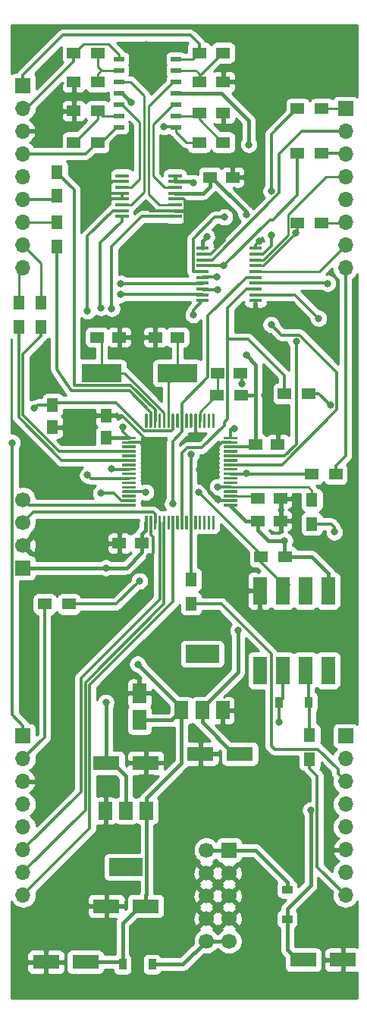
<source format=gbr>
G04 #@! TF.GenerationSoftware,KiCad,Pcbnew,(5.1.4)-1*
G04 #@! TF.CreationDate,2019-11-26T14:30:42+00:00*
G04 #@! TF.ProjectId,MidiMonger,4d696469-4d6f-46e6-9765-722e6b696361,rev?*
G04 #@! TF.SameCoordinates,Original*
G04 #@! TF.FileFunction,Copper,L2,Bot*
G04 #@! TF.FilePolarity,Positive*
%FSLAX46Y46*%
G04 Gerber Fmt 4.6, Leading zero omitted, Abs format (unit mm)*
G04 Created by KiCad (PCBNEW (5.1.4)-1) date 2019-11-26 14:30:42*
%MOMM*%
%LPD*%
G04 APERTURE LIST*
%ADD10O,1.700000X1.700000*%
%ADD11R,1.700000X1.700000*%
%ADD12R,1.450000X0.450000*%
%ADD13R,1.500000X1.300000*%
%ADD14R,1.500000X1.250000*%
%ADD15R,1.250000X1.500000*%
%ADD16R,1.600000X2.200000*%
%ADD17R,3.000000X1.600000*%
%ADD18R,0.900000X1.200000*%
%ADD19R,1.200000X0.900000*%
%ADD20C,1.700000*%
%ADD21R,1.300000X1.500000*%
%ADD22C,0.100000*%
%ADD23C,0.300000*%
%ADD24R,1.600000X3.100000*%
%ADD25R,1.143000X0.508000*%
%ADD26R,1.500000X2.000000*%
%ADD27R,3.800000X2.000000*%
%ADD28R,1.500000X0.450000*%
%ADD29R,4.500000X2.000000*%
%ADD30C,0.800000*%
%ADD31C,0.250000*%
%ADD32C,0.300000*%
%ADD33C,0.400000*%
%ADD34C,0.254000*%
G04 APERTURE END LIST*
D10*
X98000000Y-67720000D03*
X98000000Y-65180000D03*
X98000000Y-62640000D03*
X98000000Y-60100000D03*
X98000000Y-57560000D03*
X98000000Y-55020000D03*
X98000000Y-52480000D03*
X98000000Y-49940000D03*
D11*
X98000000Y-47400000D03*
D12*
X118050000Y-65575000D03*
X118050000Y-66225000D03*
X118050000Y-66875000D03*
X118050000Y-67525000D03*
X118050000Y-68175000D03*
X118050000Y-68825000D03*
X118050000Y-69475000D03*
X118050000Y-70125000D03*
X118050000Y-70775000D03*
X118050000Y-71425000D03*
X123950000Y-71425000D03*
X123950000Y-70775000D03*
X123950000Y-70125000D03*
X123950000Y-69475000D03*
X123950000Y-68825000D03*
X123950000Y-68175000D03*
X123950000Y-67525000D03*
X123950000Y-66875000D03*
X123950000Y-66225000D03*
X123950000Y-65575000D03*
D13*
X131350000Y-55000000D03*
X128650000Y-55000000D03*
D14*
X126450000Y-87500000D03*
X123950000Y-87500000D03*
X108750000Y-75500000D03*
X106250000Y-75500000D03*
X112750000Y-75500000D03*
X115250000Y-75500000D03*
X124250000Y-96000000D03*
X126750000Y-96000000D03*
X126750000Y-93500000D03*
X124250000Y-93500000D03*
X111250000Y-98500000D03*
X108750000Y-98500000D03*
D15*
X107250000Y-84250000D03*
X107250000Y-86750000D03*
X101300000Y-85550000D03*
X101300000Y-83050000D03*
D16*
X111000000Y-118250000D03*
X111000000Y-115250000D03*
D17*
X117800000Y-122000000D03*
X122200000Y-122000000D03*
X107300000Y-139000000D03*
X111700000Y-139000000D03*
X100550000Y-145250000D03*
X104950000Y-145250000D03*
X133700000Y-145000000D03*
X129300000Y-145000000D03*
X107300000Y-123000000D03*
X111700000Y-123000000D03*
D14*
X119750000Y-79500000D03*
X122250000Y-79500000D03*
X121400000Y-57650000D03*
X118900000Y-57650000D03*
D18*
X112400000Y-145500000D03*
X109100000Y-145500000D03*
D19*
X127500000Y-137150000D03*
X127500000Y-140450000D03*
D20*
X98000000Y-93630000D03*
X98000000Y-96170000D03*
X98000000Y-98710000D03*
D11*
X98000000Y-101250000D03*
D10*
X134000000Y-67780000D03*
X134000000Y-65240000D03*
X134000000Y-62700000D03*
X134000000Y-60160000D03*
X134000000Y-57620000D03*
X134000000Y-55080000D03*
X134000000Y-52540000D03*
D11*
X134000000Y-50000000D03*
X98000000Y-120000000D03*
D10*
X98000000Y-122540000D03*
X98000000Y-125080000D03*
X98000000Y-127620000D03*
X98000000Y-130160000D03*
X98000000Y-132700000D03*
X98000000Y-135240000D03*
X98000000Y-137780000D03*
X134000000Y-137780000D03*
X134000000Y-135240000D03*
X134000000Y-132700000D03*
X134000000Y-130160000D03*
X134000000Y-127620000D03*
X134000000Y-125080000D03*
X134000000Y-122540000D03*
D11*
X134000000Y-120000000D03*
X121000000Y-132750000D03*
D20*
X118460000Y-132750000D03*
X121000000Y-135290000D03*
X118460000Y-135290000D03*
X121000000Y-137830000D03*
X118460000Y-137830000D03*
X121000000Y-140370000D03*
X118460000Y-140370000D03*
X121000000Y-142910000D03*
X118460000Y-142910000D03*
D13*
X122350000Y-82000000D03*
X119650000Y-82000000D03*
D21*
X130000000Y-122600000D03*
X130000000Y-119900000D03*
D13*
X120350000Y-47000000D03*
X117650000Y-47000000D03*
X127250000Y-100000000D03*
X124550000Y-100000000D03*
X106350000Y-47000000D03*
X103650000Y-47000000D03*
X106350000Y-50250000D03*
X103650000Y-50250000D03*
X120350000Y-50500000D03*
X117650000Y-50500000D03*
X120350000Y-43750000D03*
X117650000Y-43750000D03*
X103650000Y-43750000D03*
X106350000Y-43750000D03*
X103650000Y-53750000D03*
X106350000Y-53750000D03*
X120350000Y-53750000D03*
X117650000Y-53750000D03*
X131350000Y-50000000D03*
X128650000Y-50000000D03*
X128650000Y-62750000D03*
X131350000Y-62750000D03*
X132900000Y-90800000D03*
X130200000Y-90800000D03*
D21*
X101800000Y-59750000D03*
X101800000Y-57050000D03*
X101750000Y-65350000D03*
X101750000Y-62650000D03*
X100000000Y-74350000D03*
X100000000Y-71650000D03*
X97500000Y-71650000D03*
X97500000Y-74350000D03*
D13*
X103100000Y-105300000D03*
X100400000Y-105300000D03*
D21*
X130250000Y-96350000D03*
X130250000Y-93650000D03*
D13*
X129900000Y-81800000D03*
X127200000Y-81800000D03*
D21*
X116750000Y-102550000D03*
X116750000Y-105250000D03*
D22*
G36*
X111832351Y-84050361D02*
G01*
X111839632Y-84051441D01*
X111846771Y-84053229D01*
X111853701Y-84055709D01*
X111860355Y-84058856D01*
X111866668Y-84062640D01*
X111872579Y-84067024D01*
X111878033Y-84071967D01*
X111882976Y-84077421D01*
X111887360Y-84083332D01*
X111891144Y-84089645D01*
X111894291Y-84096299D01*
X111896771Y-84103229D01*
X111898559Y-84110368D01*
X111899639Y-84117649D01*
X111900000Y-84125000D01*
X111900000Y-85525000D01*
X111899639Y-85532351D01*
X111898559Y-85539632D01*
X111896771Y-85546771D01*
X111894291Y-85553701D01*
X111891144Y-85560355D01*
X111887360Y-85566668D01*
X111882976Y-85572579D01*
X111878033Y-85578033D01*
X111872579Y-85582976D01*
X111866668Y-85587360D01*
X111860355Y-85591144D01*
X111853701Y-85594291D01*
X111846771Y-85596771D01*
X111839632Y-85598559D01*
X111832351Y-85599639D01*
X111825000Y-85600000D01*
X111675000Y-85600000D01*
X111667649Y-85599639D01*
X111660368Y-85598559D01*
X111653229Y-85596771D01*
X111646299Y-85594291D01*
X111639645Y-85591144D01*
X111633332Y-85587360D01*
X111627421Y-85582976D01*
X111621967Y-85578033D01*
X111617024Y-85572579D01*
X111612640Y-85566668D01*
X111608856Y-85560355D01*
X111605709Y-85553701D01*
X111603229Y-85546771D01*
X111601441Y-85539632D01*
X111600361Y-85532351D01*
X111600000Y-85525000D01*
X111600000Y-84125000D01*
X111600361Y-84117649D01*
X111601441Y-84110368D01*
X111603229Y-84103229D01*
X111605709Y-84096299D01*
X111608856Y-84089645D01*
X111612640Y-84083332D01*
X111617024Y-84077421D01*
X111621967Y-84071967D01*
X111627421Y-84067024D01*
X111633332Y-84062640D01*
X111639645Y-84058856D01*
X111646299Y-84055709D01*
X111653229Y-84053229D01*
X111660368Y-84051441D01*
X111667649Y-84050361D01*
X111675000Y-84050000D01*
X111825000Y-84050000D01*
X111832351Y-84050361D01*
X111832351Y-84050361D01*
G37*
D23*
X111750000Y-84825000D03*
D22*
G36*
X112332351Y-84050361D02*
G01*
X112339632Y-84051441D01*
X112346771Y-84053229D01*
X112353701Y-84055709D01*
X112360355Y-84058856D01*
X112366668Y-84062640D01*
X112372579Y-84067024D01*
X112378033Y-84071967D01*
X112382976Y-84077421D01*
X112387360Y-84083332D01*
X112391144Y-84089645D01*
X112394291Y-84096299D01*
X112396771Y-84103229D01*
X112398559Y-84110368D01*
X112399639Y-84117649D01*
X112400000Y-84125000D01*
X112400000Y-85525000D01*
X112399639Y-85532351D01*
X112398559Y-85539632D01*
X112396771Y-85546771D01*
X112394291Y-85553701D01*
X112391144Y-85560355D01*
X112387360Y-85566668D01*
X112382976Y-85572579D01*
X112378033Y-85578033D01*
X112372579Y-85582976D01*
X112366668Y-85587360D01*
X112360355Y-85591144D01*
X112353701Y-85594291D01*
X112346771Y-85596771D01*
X112339632Y-85598559D01*
X112332351Y-85599639D01*
X112325000Y-85600000D01*
X112175000Y-85600000D01*
X112167649Y-85599639D01*
X112160368Y-85598559D01*
X112153229Y-85596771D01*
X112146299Y-85594291D01*
X112139645Y-85591144D01*
X112133332Y-85587360D01*
X112127421Y-85582976D01*
X112121967Y-85578033D01*
X112117024Y-85572579D01*
X112112640Y-85566668D01*
X112108856Y-85560355D01*
X112105709Y-85553701D01*
X112103229Y-85546771D01*
X112101441Y-85539632D01*
X112100361Y-85532351D01*
X112100000Y-85525000D01*
X112100000Y-84125000D01*
X112100361Y-84117649D01*
X112101441Y-84110368D01*
X112103229Y-84103229D01*
X112105709Y-84096299D01*
X112108856Y-84089645D01*
X112112640Y-84083332D01*
X112117024Y-84077421D01*
X112121967Y-84071967D01*
X112127421Y-84067024D01*
X112133332Y-84062640D01*
X112139645Y-84058856D01*
X112146299Y-84055709D01*
X112153229Y-84053229D01*
X112160368Y-84051441D01*
X112167649Y-84050361D01*
X112175000Y-84050000D01*
X112325000Y-84050000D01*
X112332351Y-84050361D01*
X112332351Y-84050361D01*
G37*
D23*
X112250000Y-84825000D03*
D22*
G36*
X112832351Y-84050361D02*
G01*
X112839632Y-84051441D01*
X112846771Y-84053229D01*
X112853701Y-84055709D01*
X112860355Y-84058856D01*
X112866668Y-84062640D01*
X112872579Y-84067024D01*
X112878033Y-84071967D01*
X112882976Y-84077421D01*
X112887360Y-84083332D01*
X112891144Y-84089645D01*
X112894291Y-84096299D01*
X112896771Y-84103229D01*
X112898559Y-84110368D01*
X112899639Y-84117649D01*
X112900000Y-84125000D01*
X112900000Y-85525000D01*
X112899639Y-85532351D01*
X112898559Y-85539632D01*
X112896771Y-85546771D01*
X112894291Y-85553701D01*
X112891144Y-85560355D01*
X112887360Y-85566668D01*
X112882976Y-85572579D01*
X112878033Y-85578033D01*
X112872579Y-85582976D01*
X112866668Y-85587360D01*
X112860355Y-85591144D01*
X112853701Y-85594291D01*
X112846771Y-85596771D01*
X112839632Y-85598559D01*
X112832351Y-85599639D01*
X112825000Y-85600000D01*
X112675000Y-85600000D01*
X112667649Y-85599639D01*
X112660368Y-85598559D01*
X112653229Y-85596771D01*
X112646299Y-85594291D01*
X112639645Y-85591144D01*
X112633332Y-85587360D01*
X112627421Y-85582976D01*
X112621967Y-85578033D01*
X112617024Y-85572579D01*
X112612640Y-85566668D01*
X112608856Y-85560355D01*
X112605709Y-85553701D01*
X112603229Y-85546771D01*
X112601441Y-85539632D01*
X112600361Y-85532351D01*
X112600000Y-85525000D01*
X112600000Y-84125000D01*
X112600361Y-84117649D01*
X112601441Y-84110368D01*
X112603229Y-84103229D01*
X112605709Y-84096299D01*
X112608856Y-84089645D01*
X112612640Y-84083332D01*
X112617024Y-84077421D01*
X112621967Y-84071967D01*
X112627421Y-84067024D01*
X112633332Y-84062640D01*
X112639645Y-84058856D01*
X112646299Y-84055709D01*
X112653229Y-84053229D01*
X112660368Y-84051441D01*
X112667649Y-84050361D01*
X112675000Y-84050000D01*
X112825000Y-84050000D01*
X112832351Y-84050361D01*
X112832351Y-84050361D01*
G37*
D23*
X112750000Y-84825000D03*
D22*
G36*
X113332351Y-84050361D02*
G01*
X113339632Y-84051441D01*
X113346771Y-84053229D01*
X113353701Y-84055709D01*
X113360355Y-84058856D01*
X113366668Y-84062640D01*
X113372579Y-84067024D01*
X113378033Y-84071967D01*
X113382976Y-84077421D01*
X113387360Y-84083332D01*
X113391144Y-84089645D01*
X113394291Y-84096299D01*
X113396771Y-84103229D01*
X113398559Y-84110368D01*
X113399639Y-84117649D01*
X113400000Y-84125000D01*
X113400000Y-85525000D01*
X113399639Y-85532351D01*
X113398559Y-85539632D01*
X113396771Y-85546771D01*
X113394291Y-85553701D01*
X113391144Y-85560355D01*
X113387360Y-85566668D01*
X113382976Y-85572579D01*
X113378033Y-85578033D01*
X113372579Y-85582976D01*
X113366668Y-85587360D01*
X113360355Y-85591144D01*
X113353701Y-85594291D01*
X113346771Y-85596771D01*
X113339632Y-85598559D01*
X113332351Y-85599639D01*
X113325000Y-85600000D01*
X113175000Y-85600000D01*
X113167649Y-85599639D01*
X113160368Y-85598559D01*
X113153229Y-85596771D01*
X113146299Y-85594291D01*
X113139645Y-85591144D01*
X113133332Y-85587360D01*
X113127421Y-85582976D01*
X113121967Y-85578033D01*
X113117024Y-85572579D01*
X113112640Y-85566668D01*
X113108856Y-85560355D01*
X113105709Y-85553701D01*
X113103229Y-85546771D01*
X113101441Y-85539632D01*
X113100361Y-85532351D01*
X113100000Y-85525000D01*
X113100000Y-84125000D01*
X113100361Y-84117649D01*
X113101441Y-84110368D01*
X113103229Y-84103229D01*
X113105709Y-84096299D01*
X113108856Y-84089645D01*
X113112640Y-84083332D01*
X113117024Y-84077421D01*
X113121967Y-84071967D01*
X113127421Y-84067024D01*
X113133332Y-84062640D01*
X113139645Y-84058856D01*
X113146299Y-84055709D01*
X113153229Y-84053229D01*
X113160368Y-84051441D01*
X113167649Y-84050361D01*
X113175000Y-84050000D01*
X113325000Y-84050000D01*
X113332351Y-84050361D01*
X113332351Y-84050361D01*
G37*
D23*
X113250000Y-84825000D03*
D22*
G36*
X113832351Y-84050361D02*
G01*
X113839632Y-84051441D01*
X113846771Y-84053229D01*
X113853701Y-84055709D01*
X113860355Y-84058856D01*
X113866668Y-84062640D01*
X113872579Y-84067024D01*
X113878033Y-84071967D01*
X113882976Y-84077421D01*
X113887360Y-84083332D01*
X113891144Y-84089645D01*
X113894291Y-84096299D01*
X113896771Y-84103229D01*
X113898559Y-84110368D01*
X113899639Y-84117649D01*
X113900000Y-84125000D01*
X113900000Y-85525000D01*
X113899639Y-85532351D01*
X113898559Y-85539632D01*
X113896771Y-85546771D01*
X113894291Y-85553701D01*
X113891144Y-85560355D01*
X113887360Y-85566668D01*
X113882976Y-85572579D01*
X113878033Y-85578033D01*
X113872579Y-85582976D01*
X113866668Y-85587360D01*
X113860355Y-85591144D01*
X113853701Y-85594291D01*
X113846771Y-85596771D01*
X113839632Y-85598559D01*
X113832351Y-85599639D01*
X113825000Y-85600000D01*
X113675000Y-85600000D01*
X113667649Y-85599639D01*
X113660368Y-85598559D01*
X113653229Y-85596771D01*
X113646299Y-85594291D01*
X113639645Y-85591144D01*
X113633332Y-85587360D01*
X113627421Y-85582976D01*
X113621967Y-85578033D01*
X113617024Y-85572579D01*
X113612640Y-85566668D01*
X113608856Y-85560355D01*
X113605709Y-85553701D01*
X113603229Y-85546771D01*
X113601441Y-85539632D01*
X113600361Y-85532351D01*
X113600000Y-85525000D01*
X113600000Y-84125000D01*
X113600361Y-84117649D01*
X113601441Y-84110368D01*
X113603229Y-84103229D01*
X113605709Y-84096299D01*
X113608856Y-84089645D01*
X113612640Y-84083332D01*
X113617024Y-84077421D01*
X113621967Y-84071967D01*
X113627421Y-84067024D01*
X113633332Y-84062640D01*
X113639645Y-84058856D01*
X113646299Y-84055709D01*
X113653229Y-84053229D01*
X113660368Y-84051441D01*
X113667649Y-84050361D01*
X113675000Y-84050000D01*
X113825000Y-84050000D01*
X113832351Y-84050361D01*
X113832351Y-84050361D01*
G37*
D23*
X113750000Y-84825000D03*
D22*
G36*
X114332351Y-84050361D02*
G01*
X114339632Y-84051441D01*
X114346771Y-84053229D01*
X114353701Y-84055709D01*
X114360355Y-84058856D01*
X114366668Y-84062640D01*
X114372579Y-84067024D01*
X114378033Y-84071967D01*
X114382976Y-84077421D01*
X114387360Y-84083332D01*
X114391144Y-84089645D01*
X114394291Y-84096299D01*
X114396771Y-84103229D01*
X114398559Y-84110368D01*
X114399639Y-84117649D01*
X114400000Y-84125000D01*
X114400000Y-85525000D01*
X114399639Y-85532351D01*
X114398559Y-85539632D01*
X114396771Y-85546771D01*
X114394291Y-85553701D01*
X114391144Y-85560355D01*
X114387360Y-85566668D01*
X114382976Y-85572579D01*
X114378033Y-85578033D01*
X114372579Y-85582976D01*
X114366668Y-85587360D01*
X114360355Y-85591144D01*
X114353701Y-85594291D01*
X114346771Y-85596771D01*
X114339632Y-85598559D01*
X114332351Y-85599639D01*
X114325000Y-85600000D01*
X114175000Y-85600000D01*
X114167649Y-85599639D01*
X114160368Y-85598559D01*
X114153229Y-85596771D01*
X114146299Y-85594291D01*
X114139645Y-85591144D01*
X114133332Y-85587360D01*
X114127421Y-85582976D01*
X114121967Y-85578033D01*
X114117024Y-85572579D01*
X114112640Y-85566668D01*
X114108856Y-85560355D01*
X114105709Y-85553701D01*
X114103229Y-85546771D01*
X114101441Y-85539632D01*
X114100361Y-85532351D01*
X114100000Y-85525000D01*
X114100000Y-84125000D01*
X114100361Y-84117649D01*
X114101441Y-84110368D01*
X114103229Y-84103229D01*
X114105709Y-84096299D01*
X114108856Y-84089645D01*
X114112640Y-84083332D01*
X114117024Y-84077421D01*
X114121967Y-84071967D01*
X114127421Y-84067024D01*
X114133332Y-84062640D01*
X114139645Y-84058856D01*
X114146299Y-84055709D01*
X114153229Y-84053229D01*
X114160368Y-84051441D01*
X114167649Y-84050361D01*
X114175000Y-84050000D01*
X114325000Y-84050000D01*
X114332351Y-84050361D01*
X114332351Y-84050361D01*
G37*
D23*
X114250000Y-84825000D03*
D22*
G36*
X114832351Y-84050361D02*
G01*
X114839632Y-84051441D01*
X114846771Y-84053229D01*
X114853701Y-84055709D01*
X114860355Y-84058856D01*
X114866668Y-84062640D01*
X114872579Y-84067024D01*
X114878033Y-84071967D01*
X114882976Y-84077421D01*
X114887360Y-84083332D01*
X114891144Y-84089645D01*
X114894291Y-84096299D01*
X114896771Y-84103229D01*
X114898559Y-84110368D01*
X114899639Y-84117649D01*
X114900000Y-84125000D01*
X114900000Y-85525000D01*
X114899639Y-85532351D01*
X114898559Y-85539632D01*
X114896771Y-85546771D01*
X114894291Y-85553701D01*
X114891144Y-85560355D01*
X114887360Y-85566668D01*
X114882976Y-85572579D01*
X114878033Y-85578033D01*
X114872579Y-85582976D01*
X114866668Y-85587360D01*
X114860355Y-85591144D01*
X114853701Y-85594291D01*
X114846771Y-85596771D01*
X114839632Y-85598559D01*
X114832351Y-85599639D01*
X114825000Y-85600000D01*
X114675000Y-85600000D01*
X114667649Y-85599639D01*
X114660368Y-85598559D01*
X114653229Y-85596771D01*
X114646299Y-85594291D01*
X114639645Y-85591144D01*
X114633332Y-85587360D01*
X114627421Y-85582976D01*
X114621967Y-85578033D01*
X114617024Y-85572579D01*
X114612640Y-85566668D01*
X114608856Y-85560355D01*
X114605709Y-85553701D01*
X114603229Y-85546771D01*
X114601441Y-85539632D01*
X114600361Y-85532351D01*
X114600000Y-85525000D01*
X114600000Y-84125000D01*
X114600361Y-84117649D01*
X114601441Y-84110368D01*
X114603229Y-84103229D01*
X114605709Y-84096299D01*
X114608856Y-84089645D01*
X114612640Y-84083332D01*
X114617024Y-84077421D01*
X114621967Y-84071967D01*
X114627421Y-84067024D01*
X114633332Y-84062640D01*
X114639645Y-84058856D01*
X114646299Y-84055709D01*
X114653229Y-84053229D01*
X114660368Y-84051441D01*
X114667649Y-84050361D01*
X114675000Y-84050000D01*
X114825000Y-84050000D01*
X114832351Y-84050361D01*
X114832351Y-84050361D01*
G37*
D23*
X114750000Y-84825000D03*
D22*
G36*
X115332351Y-84050361D02*
G01*
X115339632Y-84051441D01*
X115346771Y-84053229D01*
X115353701Y-84055709D01*
X115360355Y-84058856D01*
X115366668Y-84062640D01*
X115372579Y-84067024D01*
X115378033Y-84071967D01*
X115382976Y-84077421D01*
X115387360Y-84083332D01*
X115391144Y-84089645D01*
X115394291Y-84096299D01*
X115396771Y-84103229D01*
X115398559Y-84110368D01*
X115399639Y-84117649D01*
X115400000Y-84125000D01*
X115400000Y-85525000D01*
X115399639Y-85532351D01*
X115398559Y-85539632D01*
X115396771Y-85546771D01*
X115394291Y-85553701D01*
X115391144Y-85560355D01*
X115387360Y-85566668D01*
X115382976Y-85572579D01*
X115378033Y-85578033D01*
X115372579Y-85582976D01*
X115366668Y-85587360D01*
X115360355Y-85591144D01*
X115353701Y-85594291D01*
X115346771Y-85596771D01*
X115339632Y-85598559D01*
X115332351Y-85599639D01*
X115325000Y-85600000D01*
X115175000Y-85600000D01*
X115167649Y-85599639D01*
X115160368Y-85598559D01*
X115153229Y-85596771D01*
X115146299Y-85594291D01*
X115139645Y-85591144D01*
X115133332Y-85587360D01*
X115127421Y-85582976D01*
X115121967Y-85578033D01*
X115117024Y-85572579D01*
X115112640Y-85566668D01*
X115108856Y-85560355D01*
X115105709Y-85553701D01*
X115103229Y-85546771D01*
X115101441Y-85539632D01*
X115100361Y-85532351D01*
X115100000Y-85525000D01*
X115100000Y-84125000D01*
X115100361Y-84117649D01*
X115101441Y-84110368D01*
X115103229Y-84103229D01*
X115105709Y-84096299D01*
X115108856Y-84089645D01*
X115112640Y-84083332D01*
X115117024Y-84077421D01*
X115121967Y-84071967D01*
X115127421Y-84067024D01*
X115133332Y-84062640D01*
X115139645Y-84058856D01*
X115146299Y-84055709D01*
X115153229Y-84053229D01*
X115160368Y-84051441D01*
X115167649Y-84050361D01*
X115175000Y-84050000D01*
X115325000Y-84050000D01*
X115332351Y-84050361D01*
X115332351Y-84050361D01*
G37*
D23*
X115250000Y-84825000D03*
D22*
G36*
X115832351Y-84050361D02*
G01*
X115839632Y-84051441D01*
X115846771Y-84053229D01*
X115853701Y-84055709D01*
X115860355Y-84058856D01*
X115866668Y-84062640D01*
X115872579Y-84067024D01*
X115878033Y-84071967D01*
X115882976Y-84077421D01*
X115887360Y-84083332D01*
X115891144Y-84089645D01*
X115894291Y-84096299D01*
X115896771Y-84103229D01*
X115898559Y-84110368D01*
X115899639Y-84117649D01*
X115900000Y-84125000D01*
X115900000Y-85525000D01*
X115899639Y-85532351D01*
X115898559Y-85539632D01*
X115896771Y-85546771D01*
X115894291Y-85553701D01*
X115891144Y-85560355D01*
X115887360Y-85566668D01*
X115882976Y-85572579D01*
X115878033Y-85578033D01*
X115872579Y-85582976D01*
X115866668Y-85587360D01*
X115860355Y-85591144D01*
X115853701Y-85594291D01*
X115846771Y-85596771D01*
X115839632Y-85598559D01*
X115832351Y-85599639D01*
X115825000Y-85600000D01*
X115675000Y-85600000D01*
X115667649Y-85599639D01*
X115660368Y-85598559D01*
X115653229Y-85596771D01*
X115646299Y-85594291D01*
X115639645Y-85591144D01*
X115633332Y-85587360D01*
X115627421Y-85582976D01*
X115621967Y-85578033D01*
X115617024Y-85572579D01*
X115612640Y-85566668D01*
X115608856Y-85560355D01*
X115605709Y-85553701D01*
X115603229Y-85546771D01*
X115601441Y-85539632D01*
X115600361Y-85532351D01*
X115600000Y-85525000D01*
X115600000Y-84125000D01*
X115600361Y-84117649D01*
X115601441Y-84110368D01*
X115603229Y-84103229D01*
X115605709Y-84096299D01*
X115608856Y-84089645D01*
X115612640Y-84083332D01*
X115617024Y-84077421D01*
X115621967Y-84071967D01*
X115627421Y-84067024D01*
X115633332Y-84062640D01*
X115639645Y-84058856D01*
X115646299Y-84055709D01*
X115653229Y-84053229D01*
X115660368Y-84051441D01*
X115667649Y-84050361D01*
X115675000Y-84050000D01*
X115825000Y-84050000D01*
X115832351Y-84050361D01*
X115832351Y-84050361D01*
G37*
D23*
X115750000Y-84825000D03*
D22*
G36*
X116332351Y-84050361D02*
G01*
X116339632Y-84051441D01*
X116346771Y-84053229D01*
X116353701Y-84055709D01*
X116360355Y-84058856D01*
X116366668Y-84062640D01*
X116372579Y-84067024D01*
X116378033Y-84071967D01*
X116382976Y-84077421D01*
X116387360Y-84083332D01*
X116391144Y-84089645D01*
X116394291Y-84096299D01*
X116396771Y-84103229D01*
X116398559Y-84110368D01*
X116399639Y-84117649D01*
X116400000Y-84125000D01*
X116400000Y-85525000D01*
X116399639Y-85532351D01*
X116398559Y-85539632D01*
X116396771Y-85546771D01*
X116394291Y-85553701D01*
X116391144Y-85560355D01*
X116387360Y-85566668D01*
X116382976Y-85572579D01*
X116378033Y-85578033D01*
X116372579Y-85582976D01*
X116366668Y-85587360D01*
X116360355Y-85591144D01*
X116353701Y-85594291D01*
X116346771Y-85596771D01*
X116339632Y-85598559D01*
X116332351Y-85599639D01*
X116325000Y-85600000D01*
X116175000Y-85600000D01*
X116167649Y-85599639D01*
X116160368Y-85598559D01*
X116153229Y-85596771D01*
X116146299Y-85594291D01*
X116139645Y-85591144D01*
X116133332Y-85587360D01*
X116127421Y-85582976D01*
X116121967Y-85578033D01*
X116117024Y-85572579D01*
X116112640Y-85566668D01*
X116108856Y-85560355D01*
X116105709Y-85553701D01*
X116103229Y-85546771D01*
X116101441Y-85539632D01*
X116100361Y-85532351D01*
X116100000Y-85525000D01*
X116100000Y-84125000D01*
X116100361Y-84117649D01*
X116101441Y-84110368D01*
X116103229Y-84103229D01*
X116105709Y-84096299D01*
X116108856Y-84089645D01*
X116112640Y-84083332D01*
X116117024Y-84077421D01*
X116121967Y-84071967D01*
X116127421Y-84067024D01*
X116133332Y-84062640D01*
X116139645Y-84058856D01*
X116146299Y-84055709D01*
X116153229Y-84053229D01*
X116160368Y-84051441D01*
X116167649Y-84050361D01*
X116175000Y-84050000D01*
X116325000Y-84050000D01*
X116332351Y-84050361D01*
X116332351Y-84050361D01*
G37*
D23*
X116250000Y-84825000D03*
D22*
G36*
X116832351Y-84050361D02*
G01*
X116839632Y-84051441D01*
X116846771Y-84053229D01*
X116853701Y-84055709D01*
X116860355Y-84058856D01*
X116866668Y-84062640D01*
X116872579Y-84067024D01*
X116878033Y-84071967D01*
X116882976Y-84077421D01*
X116887360Y-84083332D01*
X116891144Y-84089645D01*
X116894291Y-84096299D01*
X116896771Y-84103229D01*
X116898559Y-84110368D01*
X116899639Y-84117649D01*
X116900000Y-84125000D01*
X116900000Y-85525000D01*
X116899639Y-85532351D01*
X116898559Y-85539632D01*
X116896771Y-85546771D01*
X116894291Y-85553701D01*
X116891144Y-85560355D01*
X116887360Y-85566668D01*
X116882976Y-85572579D01*
X116878033Y-85578033D01*
X116872579Y-85582976D01*
X116866668Y-85587360D01*
X116860355Y-85591144D01*
X116853701Y-85594291D01*
X116846771Y-85596771D01*
X116839632Y-85598559D01*
X116832351Y-85599639D01*
X116825000Y-85600000D01*
X116675000Y-85600000D01*
X116667649Y-85599639D01*
X116660368Y-85598559D01*
X116653229Y-85596771D01*
X116646299Y-85594291D01*
X116639645Y-85591144D01*
X116633332Y-85587360D01*
X116627421Y-85582976D01*
X116621967Y-85578033D01*
X116617024Y-85572579D01*
X116612640Y-85566668D01*
X116608856Y-85560355D01*
X116605709Y-85553701D01*
X116603229Y-85546771D01*
X116601441Y-85539632D01*
X116600361Y-85532351D01*
X116600000Y-85525000D01*
X116600000Y-84125000D01*
X116600361Y-84117649D01*
X116601441Y-84110368D01*
X116603229Y-84103229D01*
X116605709Y-84096299D01*
X116608856Y-84089645D01*
X116612640Y-84083332D01*
X116617024Y-84077421D01*
X116621967Y-84071967D01*
X116627421Y-84067024D01*
X116633332Y-84062640D01*
X116639645Y-84058856D01*
X116646299Y-84055709D01*
X116653229Y-84053229D01*
X116660368Y-84051441D01*
X116667649Y-84050361D01*
X116675000Y-84050000D01*
X116825000Y-84050000D01*
X116832351Y-84050361D01*
X116832351Y-84050361D01*
G37*
D23*
X116750000Y-84825000D03*
D22*
G36*
X117332351Y-84050361D02*
G01*
X117339632Y-84051441D01*
X117346771Y-84053229D01*
X117353701Y-84055709D01*
X117360355Y-84058856D01*
X117366668Y-84062640D01*
X117372579Y-84067024D01*
X117378033Y-84071967D01*
X117382976Y-84077421D01*
X117387360Y-84083332D01*
X117391144Y-84089645D01*
X117394291Y-84096299D01*
X117396771Y-84103229D01*
X117398559Y-84110368D01*
X117399639Y-84117649D01*
X117400000Y-84125000D01*
X117400000Y-85525000D01*
X117399639Y-85532351D01*
X117398559Y-85539632D01*
X117396771Y-85546771D01*
X117394291Y-85553701D01*
X117391144Y-85560355D01*
X117387360Y-85566668D01*
X117382976Y-85572579D01*
X117378033Y-85578033D01*
X117372579Y-85582976D01*
X117366668Y-85587360D01*
X117360355Y-85591144D01*
X117353701Y-85594291D01*
X117346771Y-85596771D01*
X117339632Y-85598559D01*
X117332351Y-85599639D01*
X117325000Y-85600000D01*
X117175000Y-85600000D01*
X117167649Y-85599639D01*
X117160368Y-85598559D01*
X117153229Y-85596771D01*
X117146299Y-85594291D01*
X117139645Y-85591144D01*
X117133332Y-85587360D01*
X117127421Y-85582976D01*
X117121967Y-85578033D01*
X117117024Y-85572579D01*
X117112640Y-85566668D01*
X117108856Y-85560355D01*
X117105709Y-85553701D01*
X117103229Y-85546771D01*
X117101441Y-85539632D01*
X117100361Y-85532351D01*
X117100000Y-85525000D01*
X117100000Y-84125000D01*
X117100361Y-84117649D01*
X117101441Y-84110368D01*
X117103229Y-84103229D01*
X117105709Y-84096299D01*
X117108856Y-84089645D01*
X117112640Y-84083332D01*
X117117024Y-84077421D01*
X117121967Y-84071967D01*
X117127421Y-84067024D01*
X117133332Y-84062640D01*
X117139645Y-84058856D01*
X117146299Y-84055709D01*
X117153229Y-84053229D01*
X117160368Y-84051441D01*
X117167649Y-84050361D01*
X117175000Y-84050000D01*
X117325000Y-84050000D01*
X117332351Y-84050361D01*
X117332351Y-84050361D01*
G37*
D23*
X117250000Y-84825000D03*
D22*
G36*
X117832351Y-84050361D02*
G01*
X117839632Y-84051441D01*
X117846771Y-84053229D01*
X117853701Y-84055709D01*
X117860355Y-84058856D01*
X117866668Y-84062640D01*
X117872579Y-84067024D01*
X117878033Y-84071967D01*
X117882976Y-84077421D01*
X117887360Y-84083332D01*
X117891144Y-84089645D01*
X117894291Y-84096299D01*
X117896771Y-84103229D01*
X117898559Y-84110368D01*
X117899639Y-84117649D01*
X117900000Y-84125000D01*
X117900000Y-85525000D01*
X117899639Y-85532351D01*
X117898559Y-85539632D01*
X117896771Y-85546771D01*
X117894291Y-85553701D01*
X117891144Y-85560355D01*
X117887360Y-85566668D01*
X117882976Y-85572579D01*
X117878033Y-85578033D01*
X117872579Y-85582976D01*
X117866668Y-85587360D01*
X117860355Y-85591144D01*
X117853701Y-85594291D01*
X117846771Y-85596771D01*
X117839632Y-85598559D01*
X117832351Y-85599639D01*
X117825000Y-85600000D01*
X117675000Y-85600000D01*
X117667649Y-85599639D01*
X117660368Y-85598559D01*
X117653229Y-85596771D01*
X117646299Y-85594291D01*
X117639645Y-85591144D01*
X117633332Y-85587360D01*
X117627421Y-85582976D01*
X117621967Y-85578033D01*
X117617024Y-85572579D01*
X117612640Y-85566668D01*
X117608856Y-85560355D01*
X117605709Y-85553701D01*
X117603229Y-85546771D01*
X117601441Y-85539632D01*
X117600361Y-85532351D01*
X117600000Y-85525000D01*
X117600000Y-84125000D01*
X117600361Y-84117649D01*
X117601441Y-84110368D01*
X117603229Y-84103229D01*
X117605709Y-84096299D01*
X117608856Y-84089645D01*
X117612640Y-84083332D01*
X117617024Y-84077421D01*
X117621967Y-84071967D01*
X117627421Y-84067024D01*
X117633332Y-84062640D01*
X117639645Y-84058856D01*
X117646299Y-84055709D01*
X117653229Y-84053229D01*
X117660368Y-84051441D01*
X117667649Y-84050361D01*
X117675000Y-84050000D01*
X117825000Y-84050000D01*
X117832351Y-84050361D01*
X117832351Y-84050361D01*
G37*
D23*
X117750000Y-84825000D03*
D22*
G36*
X118332351Y-84050361D02*
G01*
X118339632Y-84051441D01*
X118346771Y-84053229D01*
X118353701Y-84055709D01*
X118360355Y-84058856D01*
X118366668Y-84062640D01*
X118372579Y-84067024D01*
X118378033Y-84071967D01*
X118382976Y-84077421D01*
X118387360Y-84083332D01*
X118391144Y-84089645D01*
X118394291Y-84096299D01*
X118396771Y-84103229D01*
X118398559Y-84110368D01*
X118399639Y-84117649D01*
X118400000Y-84125000D01*
X118400000Y-85525000D01*
X118399639Y-85532351D01*
X118398559Y-85539632D01*
X118396771Y-85546771D01*
X118394291Y-85553701D01*
X118391144Y-85560355D01*
X118387360Y-85566668D01*
X118382976Y-85572579D01*
X118378033Y-85578033D01*
X118372579Y-85582976D01*
X118366668Y-85587360D01*
X118360355Y-85591144D01*
X118353701Y-85594291D01*
X118346771Y-85596771D01*
X118339632Y-85598559D01*
X118332351Y-85599639D01*
X118325000Y-85600000D01*
X118175000Y-85600000D01*
X118167649Y-85599639D01*
X118160368Y-85598559D01*
X118153229Y-85596771D01*
X118146299Y-85594291D01*
X118139645Y-85591144D01*
X118133332Y-85587360D01*
X118127421Y-85582976D01*
X118121967Y-85578033D01*
X118117024Y-85572579D01*
X118112640Y-85566668D01*
X118108856Y-85560355D01*
X118105709Y-85553701D01*
X118103229Y-85546771D01*
X118101441Y-85539632D01*
X118100361Y-85532351D01*
X118100000Y-85525000D01*
X118100000Y-84125000D01*
X118100361Y-84117649D01*
X118101441Y-84110368D01*
X118103229Y-84103229D01*
X118105709Y-84096299D01*
X118108856Y-84089645D01*
X118112640Y-84083332D01*
X118117024Y-84077421D01*
X118121967Y-84071967D01*
X118127421Y-84067024D01*
X118133332Y-84062640D01*
X118139645Y-84058856D01*
X118146299Y-84055709D01*
X118153229Y-84053229D01*
X118160368Y-84051441D01*
X118167649Y-84050361D01*
X118175000Y-84050000D01*
X118325000Y-84050000D01*
X118332351Y-84050361D01*
X118332351Y-84050361D01*
G37*
D23*
X118250000Y-84825000D03*
D22*
G36*
X118832351Y-84050361D02*
G01*
X118839632Y-84051441D01*
X118846771Y-84053229D01*
X118853701Y-84055709D01*
X118860355Y-84058856D01*
X118866668Y-84062640D01*
X118872579Y-84067024D01*
X118878033Y-84071967D01*
X118882976Y-84077421D01*
X118887360Y-84083332D01*
X118891144Y-84089645D01*
X118894291Y-84096299D01*
X118896771Y-84103229D01*
X118898559Y-84110368D01*
X118899639Y-84117649D01*
X118900000Y-84125000D01*
X118900000Y-85525000D01*
X118899639Y-85532351D01*
X118898559Y-85539632D01*
X118896771Y-85546771D01*
X118894291Y-85553701D01*
X118891144Y-85560355D01*
X118887360Y-85566668D01*
X118882976Y-85572579D01*
X118878033Y-85578033D01*
X118872579Y-85582976D01*
X118866668Y-85587360D01*
X118860355Y-85591144D01*
X118853701Y-85594291D01*
X118846771Y-85596771D01*
X118839632Y-85598559D01*
X118832351Y-85599639D01*
X118825000Y-85600000D01*
X118675000Y-85600000D01*
X118667649Y-85599639D01*
X118660368Y-85598559D01*
X118653229Y-85596771D01*
X118646299Y-85594291D01*
X118639645Y-85591144D01*
X118633332Y-85587360D01*
X118627421Y-85582976D01*
X118621967Y-85578033D01*
X118617024Y-85572579D01*
X118612640Y-85566668D01*
X118608856Y-85560355D01*
X118605709Y-85553701D01*
X118603229Y-85546771D01*
X118601441Y-85539632D01*
X118600361Y-85532351D01*
X118600000Y-85525000D01*
X118600000Y-84125000D01*
X118600361Y-84117649D01*
X118601441Y-84110368D01*
X118603229Y-84103229D01*
X118605709Y-84096299D01*
X118608856Y-84089645D01*
X118612640Y-84083332D01*
X118617024Y-84077421D01*
X118621967Y-84071967D01*
X118627421Y-84067024D01*
X118633332Y-84062640D01*
X118639645Y-84058856D01*
X118646299Y-84055709D01*
X118653229Y-84053229D01*
X118660368Y-84051441D01*
X118667649Y-84050361D01*
X118675000Y-84050000D01*
X118825000Y-84050000D01*
X118832351Y-84050361D01*
X118832351Y-84050361D01*
G37*
D23*
X118750000Y-84825000D03*
D22*
G36*
X119332351Y-84050361D02*
G01*
X119339632Y-84051441D01*
X119346771Y-84053229D01*
X119353701Y-84055709D01*
X119360355Y-84058856D01*
X119366668Y-84062640D01*
X119372579Y-84067024D01*
X119378033Y-84071967D01*
X119382976Y-84077421D01*
X119387360Y-84083332D01*
X119391144Y-84089645D01*
X119394291Y-84096299D01*
X119396771Y-84103229D01*
X119398559Y-84110368D01*
X119399639Y-84117649D01*
X119400000Y-84125000D01*
X119400000Y-85525000D01*
X119399639Y-85532351D01*
X119398559Y-85539632D01*
X119396771Y-85546771D01*
X119394291Y-85553701D01*
X119391144Y-85560355D01*
X119387360Y-85566668D01*
X119382976Y-85572579D01*
X119378033Y-85578033D01*
X119372579Y-85582976D01*
X119366668Y-85587360D01*
X119360355Y-85591144D01*
X119353701Y-85594291D01*
X119346771Y-85596771D01*
X119339632Y-85598559D01*
X119332351Y-85599639D01*
X119325000Y-85600000D01*
X119175000Y-85600000D01*
X119167649Y-85599639D01*
X119160368Y-85598559D01*
X119153229Y-85596771D01*
X119146299Y-85594291D01*
X119139645Y-85591144D01*
X119133332Y-85587360D01*
X119127421Y-85582976D01*
X119121967Y-85578033D01*
X119117024Y-85572579D01*
X119112640Y-85566668D01*
X119108856Y-85560355D01*
X119105709Y-85553701D01*
X119103229Y-85546771D01*
X119101441Y-85539632D01*
X119100361Y-85532351D01*
X119100000Y-85525000D01*
X119100000Y-84125000D01*
X119100361Y-84117649D01*
X119101441Y-84110368D01*
X119103229Y-84103229D01*
X119105709Y-84096299D01*
X119108856Y-84089645D01*
X119112640Y-84083332D01*
X119117024Y-84077421D01*
X119121967Y-84071967D01*
X119127421Y-84067024D01*
X119133332Y-84062640D01*
X119139645Y-84058856D01*
X119146299Y-84055709D01*
X119153229Y-84053229D01*
X119160368Y-84051441D01*
X119167649Y-84050361D01*
X119175000Y-84050000D01*
X119325000Y-84050000D01*
X119332351Y-84050361D01*
X119332351Y-84050361D01*
G37*
D23*
X119250000Y-84825000D03*
D22*
G36*
X121882351Y-86600361D02*
G01*
X121889632Y-86601441D01*
X121896771Y-86603229D01*
X121903701Y-86605709D01*
X121910355Y-86608856D01*
X121916668Y-86612640D01*
X121922579Y-86617024D01*
X121928033Y-86621967D01*
X121932976Y-86627421D01*
X121937360Y-86633332D01*
X121941144Y-86639645D01*
X121944291Y-86646299D01*
X121946771Y-86653229D01*
X121948559Y-86660368D01*
X121949639Y-86667649D01*
X121950000Y-86675000D01*
X121950000Y-86825000D01*
X121949639Y-86832351D01*
X121948559Y-86839632D01*
X121946771Y-86846771D01*
X121944291Y-86853701D01*
X121941144Y-86860355D01*
X121937360Y-86866668D01*
X121932976Y-86872579D01*
X121928033Y-86878033D01*
X121922579Y-86882976D01*
X121916668Y-86887360D01*
X121910355Y-86891144D01*
X121903701Y-86894291D01*
X121896771Y-86896771D01*
X121889632Y-86898559D01*
X121882351Y-86899639D01*
X121875000Y-86900000D01*
X120475000Y-86900000D01*
X120467649Y-86899639D01*
X120460368Y-86898559D01*
X120453229Y-86896771D01*
X120446299Y-86894291D01*
X120439645Y-86891144D01*
X120433332Y-86887360D01*
X120427421Y-86882976D01*
X120421967Y-86878033D01*
X120417024Y-86872579D01*
X120412640Y-86866668D01*
X120408856Y-86860355D01*
X120405709Y-86853701D01*
X120403229Y-86846771D01*
X120401441Y-86839632D01*
X120400361Y-86832351D01*
X120400000Y-86825000D01*
X120400000Y-86675000D01*
X120400361Y-86667649D01*
X120401441Y-86660368D01*
X120403229Y-86653229D01*
X120405709Y-86646299D01*
X120408856Y-86639645D01*
X120412640Y-86633332D01*
X120417024Y-86627421D01*
X120421967Y-86621967D01*
X120427421Y-86617024D01*
X120433332Y-86612640D01*
X120439645Y-86608856D01*
X120446299Y-86605709D01*
X120453229Y-86603229D01*
X120460368Y-86601441D01*
X120467649Y-86600361D01*
X120475000Y-86600000D01*
X121875000Y-86600000D01*
X121882351Y-86600361D01*
X121882351Y-86600361D01*
G37*
D23*
X121175000Y-86750000D03*
D22*
G36*
X121882351Y-87100361D02*
G01*
X121889632Y-87101441D01*
X121896771Y-87103229D01*
X121903701Y-87105709D01*
X121910355Y-87108856D01*
X121916668Y-87112640D01*
X121922579Y-87117024D01*
X121928033Y-87121967D01*
X121932976Y-87127421D01*
X121937360Y-87133332D01*
X121941144Y-87139645D01*
X121944291Y-87146299D01*
X121946771Y-87153229D01*
X121948559Y-87160368D01*
X121949639Y-87167649D01*
X121950000Y-87175000D01*
X121950000Y-87325000D01*
X121949639Y-87332351D01*
X121948559Y-87339632D01*
X121946771Y-87346771D01*
X121944291Y-87353701D01*
X121941144Y-87360355D01*
X121937360Y-87366668D01*
X121932976Y-87372579D01*
X121928033Y-87378033D01*
X121922579Y-87382976D01*
X121916668Y-87387360D01*
X121910355Y-87391144D01*
X121903701Y-87394291D01*
X121896771Y-87396771D01*
X121889632Y-87398559D01*
X121882351Y-87399639D01*
X121875000Y-87400000D01*
X120475000Y-87400000D01*
X120467649Y-87399639D01*
X120460368Y-87398559D01*
X120453229Y-87396771D01*
X120446299Y-87394291D01*
X120439645Y-87391144D01*
X120433332Y-87387360D01*
X120427421Y-87382976D01*
X120421967Y-87378033D01*
X120417024Y-87372579D01*
X120412640Y-87366668D01*
X120408856Y-87360355D01*
X120405709Y-87353701D01*
X120403229Y-87346771D01*
X120401441Y-87339632D01*
X120400361Y-87332351D01*
X120400000Y-87325000D01*
X120400000Y-87175000D01*
X120400361Y-87167649D01*
X120401441Y-87160368D01*
X120403229Y-87153229D01*
X120405709Y-87146299D01*
X120408856Y-87139645D01*
X120412640Y-87133332D01*
X120417024Y-87127421D01*
X120421967Y-87121967D01*
X120427421Y-87117024D01*
X120433332Y-87112640D01*
X120439645Y-87108856D01*
X120446299Y-87105709D01*
X120453229Y-87103229D01*
X120460368Y-87101441D01*
X120467649Y-87100361D01*
X120475000Y-87100000D01*
X121875000Y-87100000D01*
X121882351Y-87100361D01*
X121882351Y-87100361D01*
G37*
D23*
X121175000Y-87250000D03*
D22*
G36*
X121882351Y-87600361D02*
G01*
X121889632Y-87601441D01*
X121896771Y-87603229D01*
X121903701Y-87605709D01*
X121910355Y-87608856D01*
X121916668Y-87612640D01*
X121922579Y-87617024D01*
X121928033Y-87621967D01*
X121932976Y-87627421D01*
X121937360Y-87633332D01*
X121941144Y-87639645D01*
X121944291Y-87646299D01*
X121946771Y-87653229D01*
X121948559Y-87660368D01*
X121949639Y-87667649D01*
X121950000Y-87675000D01*
X121950000Y-87825000D01*
X121949639Y-87832351D01*
X121948559Y-87839632D01*
X121946771Y-87846771D01*
X121944291Y-87853701D01*
X121941144Y-87860355D01*
X121937360Y-87866668D01*
X121932976Y-87872579D01*
X121928033Y-87878033D01*
X121922579Y-87882976D01*
X121916668Y-87887360D01*
X121910355Y-87891144D01*
X121903701Y-87894291D01*
X121896771Y-87896771D01*
X121889632Y-87898559D01*
X121882351Y-87899639D01*
X121875000Y-87900000D01*
X120475000Y-87900000D01*
X120467649Y-87899639D01*
X120460368Y-87898559D01*
X120453229Y-87896771D01*
X120446299Y-87894291D01*
X120439645Y-87891144D01*
X120433332Y-87887360D01*
X120427421Y-87882976D01*
X120421967Y-87878033D01*
X120417024Y-87872579D01*
X120412640Y-87866668D01*
X120408856Y-87860355D01*
X120405709Y-87853701D01*
X120403229Y-87846771D01*
X120401441Y-87839632D01*
X120400361Y-87832351D01*
X120400000Y-87825000D01*
X120400000Y-87675000D01*
X120400361Y-87667649D01*
X120401441Y-87660368D01*
X120403229Y-87653229D01*
X120405709Y-87646299D01*
X120408856Y-87639645D01*
X120412640Y-87633332D01*
X120417024Y-87627421D01*
X120421967Y-87621967D01*
X120427421Y-87617024D01*
X120433332Y-87612640D01*
X120439645Y-87608856D01*
X120446299Y-87605709D01*
X120453229Y-87603229D01*
X120460368Y-87601441D01*
X120467649Y-87600361D01*
X120475000Y-87600000D01*
X121875000Y-87600000D01*
X121882351Y-87600361D01*
X121882351Y-87600361D01*
G37*
D23*
X121175000Y-87750000D03*
D22*
G36*
X121882351Y-88100361D02*
G01*
X121889632Y-88101441D01*
X121896771Y-88103229D01*
X121903701Y-88105709D01*
X121910355Y-88108856D01*
X121916668Y-88112640D01*
X121922579Y-88117024D01*
X121928033Y-88121967D01*
X121932976Y-88127421D01*
X121937360Y-88133332D01*
X121941144Y-88139645D01*
X121944291Y-88146299D01*
X121946771Y-88153229D01*
X121948559Y-88160368D01*
X121949639Y-88167649D01*
X121950000Y-88175000D01*
X121950000Y-88325000D01*
X121949639Y-88332351D01*
X121948559Y-88339632D01*
X121946771Y-88346771D01*
X121944291Y-88353701D01*
X121941144Y-88360355D01*
X121937360Y-88366668D01*
X121932976Y-88372579D01*
X121928033Y-88378033D01*
X121922579Y-88382976D01*
X121916668Y-88387360D01*
X121910355Y-88391144D01*
X121903701Y-88394291D01*
X121896771Y-88396771D01*
X121889632Y-88398559D01*
X121882351Y-88399639D01*
X121875000Y-88400000D01*
X120475000Y-88400000D01*
X120467649Y-88399639D01*
X120460368Y-88398559D01*
X120453229Y-88396771D01*
X120446299Y-88394291D01*
X120439645Y-88391144D01*
X120433332Y-88387360D01*
X120427421Y-88382976D01*
X120421967Y-88378033D01*
X120417024Y-88372579D01*
X120412640Y-88366668D01*
X120408856Y-88360355D01*
X120405709Y-88353701D01*
X120403229Y-88346771D01*
X120401441Y-88339632D01*
X120400361Y-88332351D01*
X120400000Y-88325000D01*
X120400000Y-88175000D01*
X120400361Y-88167649D01*
X120401441Y-88160368D01*
X120403229Y-88153229D01*
X120405709Y-88146299D01*
X120408856Y-88139645D01*
X120412640Y-88133332D01*
X120417024Y-88127421D01*
X120421967Y-88121967D01*
X120427421Y-88117024D01*
X120433332Y-88112640D01*
X120439645Y-88108856D01*
X120446299Y-88105709D01*
X120453229Y-88103229D01*
X120460368Y-88101441D01*
X120467649Y-88100361D01*
X120475000Y-88100000D01*
X121875000Y-88100000D01*
X121882351Y-88100361D01*
X121882351Y-88100361D01*
G37*
D23*
X121175000Y-88250000D03*
D22*
G36*
X121882351Y-88600361D02*
G01*
X121889632Y-88601441D01*
X121896771Y-88603229D01*
X121903701Y-88605709D01*
X121910355Y-88608856D01*
X121916668Y-88612640D01*
X121922579Y-88617024D01*
X121928033Y-88621967D01*
X121932976Y-88627421D01*
X121937360Y-88633332D01*
X121941144Y-88639645D01*
X121944291Y-88646299D01*
X121946771Y-88653229D01*
X121948559Y-88660368D01*
X121949639Y-88667649D01*
X121950000Y-88675000D01*
X121950000Y-88825000D01*
X121949639Y-88832351D01*
X121948559Y-88839632D01*
X121946771Y-88846771D01*
X121944291Y-88853701D01*
X121941144Y-88860355D01*
X121937360Y-88866668D01*
X121932976Y-88872579D01*
X121928033Y-88878033D01*
X121922579Y-88882976D01*
X121916668Y-88887360D01*
X121910355Y-88891144D01*
X121903701Y-88894291D01*
X121896771Y-88896771D01*
X121889632Y-88898559D01*
X121882351Y-88899639D01*
X121875000Y-88900000D01*
X120475000Y-88900000D01*
X120467649Y-88899639D01*
X120460368Y-88898559D01*
X120453229Y-88896771D01*
X120446299Y-88894291D01*
X120439645Y-88891144D01*
X120433332Y-88887360D01*
X120427421Y-88882976D01*
X120421967Y-88878033D01*
X120417024Y-88872579D01*
X120412640Y-88866668D01*
X120408856Y-88860355D01*
X120405709Y-88853701D01*
X120403229Y-88846771D01*
X120401441Y-88839632D01*
X120400361Y-88832351D01*
X120400000Y-88825000D01*
X120400000Y-88675000D01*
X120400361Y-88667649D01*
X120401441Y-88660368D01*
X120403229Y-88653229D01*
X120405709Y-88646299D01*
X120408856Y-88639645D01*
X120412640Y-88633332D01*
X120417024Y-88627421D01*
X120421967Y-88621967D01*
X120427421Y-88617024D01*
X120433332Y-88612640D01*
X120439645Y-88608856D01*
X120446299Y-88605709D01*
X120453229Y-88603229D01*
X120460368Y-88601441D01*
X120467649Y-88600361D01*
X120475000Y-88600000D01*
X121875000Y-88600000D01*
X121882351Y-88600361D01*
X121882351Y-88600361D01*
G37*
D23*
X121175000Y-88750000D03*
D22*
G36*
X121882351Y-89100361D02*
G01*
X121889632Y-89101441D01*
X121896771Y-89103229D01*
X121903701Y-89105709D01*
X121910355Y-89108856D01*
X121916668Y-89112640D01*
X121922579Y-89117024D01*
X121928033Y-89121967D01*
X121932976Y-89127421D01*
X121937360Y-89133332D01*
X121941144Y-89139645D01*
X121944291Y-89146299D01*
X121946771Y-89153229D01*
X121948559Y-89160368D01*
X121949639Y-89167649D01*
X121950000Y-89175000D01*
X121950000Y-89325000D01*
X121949639Y-89332351D01*
X121948559Y-89339632D01*
X121946771Y-89346771D01*
X121944291Y-89353701D01*
X121941144Y-89360355D01*
X121937360Y-89366668D01*
X121932976Y-89372579D01*
X121928033Y-89378033D01*
X121922579Y-89382976D01*
X121916668Y-89387360D01*
X121910355Y-89391144D01*
X121903701Y-89394291D01*
X121896771Y-89396771D01*
X121889632Y-89398559D01*
X121882351Y-89399639D01*
X121875000Y-89400000D01*
X120475000Y-89400000D01*
X120467649Y-89399639D01*
X120460368Y-89398559D01*
X120453229Y-89396771D01*
X120446299Y-89394291D01*
X120439645Y-89391144D01*
X120433332Y-89387360D01*
X120427421Y-89382976D01*
X120421967Y-89378033D01*
X120417024Y-89372579D01*
X120412640Y-89366668D01*
X120408856Y-89360355D01*
X120405709Y-89353701D01*
X120403229Y-89346771D01*
X120401441Y-89339632D01*
X120400361Y-89332351D01*
X120400000Y-89325000D01*
X120400000Y-89175000D01*
X120400361Y-89167649D01*
X120401441Y-89160368D01*
X120403229Y-89153229D01*
X120405709Y-89146299D01*
X120408856Y-89139645D01*
X120412640Y-89133332D01*
X120417024Y-89127421D01*
X120421967Y-89121967D01*
X120427421Y-89117024D01*
X120433332Y-89112640D01*
X120439645Y-89108856D01*
X120446299Y-89105709D01*
X120453229Y-89103229D01*
X120460368Y-89101441D01*
X120467649Y-89100361D01*
X120475000Y-89100000D01*
X121875000Y-89100000D01*
X121882351Y-89100361D01*
X121882351Y-89100361D01*
G37*
D23*
X121175000Y-89250000D03*
D22*
G36*
X121882351Y-89600361D02*
G01*
X121889632Y-89601441D01*
X121896771Y-89603229D01*
X121903701Y-89605709D01*
X121910355Y-89608856D01*
X121916668Y-89612640D01*
X121922579Y-89617024D01*
X121928033Y-89621967D01*
X121932976Y-89627421D01*
X121937360Y-89633332D01*
X121941144Y-89639645D01*
X121944291Y-89646299D01*
X121946771Y-89653229D01*
X121948559Y-89660368D01*
X121949639Y-89667649D01*
X121950000Y-89675000D01*
X121950000Y-89825000D01*
X121949639Y-89832351D01*
X121948559Y-89839632D01*
X121946771Y-89846771D01*
X121944291Y-89853701D01*
X121941144Y-89860355D01*
X121937360Y-89866668D01*
X121932976Y-89872579D01*
X121928033Y-89878033D01*
X121922579Y-89882976D01*
X121916668Y-89887360D01*
X121910355Y-89891144D01*
X121903701Y-89894291D01*
X121896771Y-89896771D01*
X121889632Y-89898559D01*
X121882351Y-89899639D01*
X121875000Y-89900000D01*
X120475000Y-89900000D01*
X120467649Y-89899639D01*
X120460368Y-89898559D01*
X120453229Y-89896771D01*
X120446299Y-89894291D01*
X120439645Y-89891144D01*
X120433332Y-89887360D01*
X120427421Y-89882976D01*
X120421967Y-89878033D01*
X120417024Y-89872579D01*
X120412640Y-89866668D01*
X120408856Y-89860355D01*
X120405709Y-89853701D01*
X120403229Y-89846771D01*
X120401441Y-89839632D01*
X120400361Y-89832351D01*
X120400000Y-89825000D01*
X120400000Y-89675000D01*
X120400361Y-89667649D01*
X120401441Y-89660368D01*
X120403229Y-89653229D01*
X120405709Y-89646299D01*
X120408856Y-89639645D01*
X120412640Y-89633332D01*
X120417024Y-89627421D01*
X120421967Y-89621967D01*
X120427421Y-89617024D01*
X120433332Y-89612640D01*
X120439645Y-89608856D01*
X120446299Y-89605709D01*
X120453229Y-89603229D01*
X120460368Y-89601441D01*
X120467649Y-89600361D01*
X120475000Y-89600000D01*
X121875000Y-89600000D01*
X121882351Y-89600361D01*
X121882351Y-89600361D01*
G37*
D23*
X121175000Y-89750000D03*
D22*
G36*
X121882351Y-90100361D02*
G01*
X121889632Y-90101441D01*
X121896771Y-90103229D01*
X121903701Y-90105709D01*
X121910355Y-90108856D01*
X121916668Y-90112640D01*
X121922579Y-90117024D01*
X121928033Y-90121967D01*
X121932976Y-90127421D01*
X121937360Y-90133332D01*
X121941144Y-90139645D01*
X121944291Y-90146299D01*
X121946771Y-90153229D01*
X121948559Y-90160368D01*
X121949639Y-90167649D01*
X121950000Y-90175000D01*
X121950000Y-90325000D01*
X121949639Y-90332351D01*
X121948559Y-90339632D01*
X121946771Y-90346771D01*
X121944291Y-90353701D01*
X121941144Y-90360355D01*
X121937360Y-90366668D01*
X121932976Y-90372579D01*
X121928033Y-90378033D01*
X121922579Y-90382976D01*
X121916668Y-90387360D01*
X121910355Y-90391144D01*
X121903701Y-90394291D01*
X121896771Y-90396771D01*
X121889632Y-90398559D01*
X121882351Y-90399639D01*
X121875000Y-90400000D01*
X120475000Y-90400000D01*
X120467649Y-90399639D01*
X120460368Y-90398559D01*
X120453229Y-90396771D01*
X120446299Y-90394291D01*
X120439645Y-90391144D01*
X120433332Y-90387360D01*
X120427421Y-90382976D01*
X120421967Y-90378033D01*
X120417024Y-90372579D01*
X120412640Y-90366668D01*
X120408856Y-90360355D01*
X120405709Y-90353701D01*
X120403229Y-90346771D01*
X120401441Y-90339632D01*
X120400361Y-90332351D01*
X120400000Y-90325000D01*
X120400000Y-90175000D01*
X120400361Y-90167649D01*
X120401441Y-90160368D01*
X120403229Y-90153229D01*
X120405709Y-90146299D01*
X120408856Y-90139645D01*
X120412640Y-90133332D01*
X120417024Y-90127421D01*
X120421967Y-90121967D01*
X120427421Y-90117024D01*
X120433332Y-90112640D01*
X120439645Y-90108856D01*
X120446299Y-90105709D01*
X120453229Y-90103229D01*
X120460368Y-90101441D01*
X120467649Y-90100361D01*
X120475000Y-90100000D01*
X121875000Y-90100000D01*
X121882351Y-90100361D01*
X121882351Y-90100361D01*
G37*
D23*
X121175000Y-90250000D03*
D22*
G36*
X121882351Y-90600361D02*
G01*
X121889632Y-90601441D01*
X121896771Y-90603229D01*
X121903701Y-90605709D01*
X121910355Y-90608856D01*
X121916668Y-90612640D01*
X121922579Y-90617024D01*
X121928033Y-90621967D01*
X121932976Y-90627421D01*
X121937360Y-90633332D01*
X121941144Y-90639645D01*
X121944291Y-90646299D01*
X121946771Y-90653229D01*
X121948559Y-90660368D01*
X121949639Y-90667649D01*
X121950000Y-90675000D01*
X121950000Y-90825000D01*
X121949639Y-90832351D01*
X121948559Y-90839632D01*
X121946771Y-90846771D01*
X121944291Y-90853701D01*
X121941144Y-90860355D01*
X121937360Y-90866668D01*
X121932976Y-90872579D01*
X121928033Y-90878033D01*
X121922579Y-90882976D01*
X121916668Y-90887360D01*
X121910355Y-90891144D01*
X121903701Y-90894291D01*
X121896771Y-90896771D01*
X121889632Y-90898559D01*
X121882351Y-90899639D01*
X121875000Y-90900000D01*
X120475000Y-90900000D01*
X120467649Y-90899639D01*
X120460368Y-90898559D01*
X120453229Y-90896771D01*
X120446299Y-90894291D01*
X120439645Y-90891144D01*
X120433332Y-90887360D01*
X120427421Y-90882976D01*
X120421967Y-90878033D01*
X120417024Y-90872579D01*
X120412640Y-90866668D01*
X120408856Y-90860355D01*
X120405709Y-90853701D01*
X120403229Y-90846771D01*
X120401441Y-90839632D01*
X120400361Y-90832351D01*
X120400000Y-90825000D01*
X120400000Y-90675000D01*
X120400361Y-90667649D01*
X120401441Y-90660368D01*
X120403229Y-90653229D01*
X120405709Y-90646299D01*
X120408856Y-90639645D01*
X120412640Y-90633332D01*
X120417024Y-90627421D01*
X120421967Y-90621967D01*
X120427421Y-90617024D01*
X120433332Y-90612640D01*
X120439645Y-90608856D01*
X120446299Y-90605709D01*
X120453229Y-90603229D01*
X120460368Y-90601441D01*
X120467649Y-90600361D01*
X120475000Y-90600000D01*
X121875000Y-90600000D01*
X121882351Y-90600361D01*
X121882351Y-90600361D01*
G37*
D23*
X121175000Y-90750000D03*
D22*
G36*
X121882351Y-91100361D02*
G01*
X121889632Y-91101441D01*
X121896771Y-91103229D01*
X121903701Y-91105709D01*
X121910355Y-91108856D01*
X121916668Y-91112640D01*
X121922579Y-91117024D01*
X121928033Y-91121967D01*
X121932976Y-91127421D01*
X121937360Y-91133332D01*
X121941144Y-91139645D01*
X121944291Y-91146299D01*
X121946771Y-91153229D01*
X121948559Y-91160368D01*
X121949639Y-91167649D01*
X121950000Y-91175000D01*
X121950000Y-91325000D01*
X121949639Y-91332351D01*
X121948559Y-91339632D01*
X121946771Y-91346771D01*
X121944291Y-91353701D01*
X121941144Y-91360355D01*
X121937360Y-91366668D01*
X121932976Y-91372579D01*
X121928033Y-91378033D01*
X121922579Y-91382976D01*
X121916668Y-91387360D01*
X121910355Y-91391144D01*
X121903701Y-91394291D01*
X121896771Y-91396771D01*
X121889632Y-91398559D01*
X121882351Y-91399639D01*
X121875000Y-91400000D01*
X120475000Y-91400000D01*
X120467649Y-91399639D01*
X120460368Y-91398559D01*
X120453229Y-91396771D01*
X120446299Y-91394291D01*
X120439645Y-91391144D01*
X120433332Y-91387360D01*
X120427421Y-91382976D01*
X120421967Y-91378033D01*
X120417024Y-91372579D01*
X120412640Y-91366668D01*
X120408856Y-91360355D01*
X120405709Y-91353701D01*
X120403229Y-91346771D01*
X120401441Y-91339632D01*
X120400361Y-91332351D01*
X120400000Y-91325000D01*
X120400000Y-91175000D01*
X120400361Y-91167649D01*
X120401441Y-91160368D01*
X120403229Y-91153229D01*
X120405709Y-91146299D01*
X120408856Y-91139645D01*
X120412640Y-91133332D01*
X120417024Y-91127421D01*
X120421967Y-91121967D01*
X120427421Y-91117024D01*
X120433332Y-91112640D01*
X120439645Y-91108856D01*
X120446299Y-91105709D01*
X120453229Y-91103229D01*
X120460368Y-91101441D01*
X120467649Y-91100361D01*
X120475000Y-91100000D01*
X121875000Y-91100000D01*
X121882351Y-91100361D01*
X121882351Y-91100361D01*
G37*
D23*
X121175000Y-91250000D03*
D22*
G36*
X121882351Y-91600361D02*
G01*
X121889632Y-91601441D01*
X121896771Y-91603229D01*
X121903701Y-91605709D01*
X121910355Y-91608856D01*
X121916668Y-91612640D01*
X121922579Y-91617024D01*
X121928033Y-91621967D01*
X121932976Y-91627421D01*
X121937360Y-91633332D01*
X121941144Y-91639645D01*
X121944291Y-91646299D01*
X121946771Y-91653229D01*
X121948559Y-91660368D01*
X121949639Y-91667649D01*
X121950000Y-91675000D01*
X121950000Y-91825000D01*
X121949639Y-91832351D01*
X121948559Y-91839632D01*
X121946771Y-91846771D01*
X121944291Y-91853701D01*
X121941144Y-91860355D01*
X121937360Y-91866668D01*
X121932976Y-91872579D01*
X121928033Y-91878033D01*
X121922579Y-91882976D01*
X121916668Y-91887360D01*
X121910355Y-91891144D01*
X121903701Y-91894291D01*
X121896771Y-91896771D01*
X121889632Y-91898559D01*
X121882351Y-91899639D01*
X121875000Y-91900000D01*
X120475000Y-91900000D01*
X120467649Y-91899639D01*
X120460368Y-91898559D01*
X120453229Y-91896771D01*
X120446299Y-91894291D01*
X120439645Y-91891144D01*
X120433332Y-91887360D01*
X120427421Y-91882976D01*
X120421967Y-91878033D01*
X120417024Y-91872579D01*
X120412640Y-91866668D01*
X120408856Y-91860355D01*
X120405709Y-91853701D01*
X120403229Y-91846771D01*
X120401441Y-91839632D01*
X120400361Y-91832351D01*
X120400000Y-91825000D01*
X120400000Y-91675000D01*
X120400361Y-91667649D01*
X120401441Y-91660368D01*
X120403229Y-91653229D01*
X120405709Y-91646299D01*
X120408856Y-91639645D01*
X120412640Y-91633332D01*
X120417024Y-91627421D01*
X120421967Y-91621967D01*
X120427421Y-91617024D01*
X120433332Y-91612640D01*
X120439645Y-91608856D01*
X120446299Y-91605709D01*
X120453229Y-91603229D01*
X120460368Y-91601441D01*
X120467649Y-91600361D01*
X120475000Y-91600000D01*
X121875000Y-91600000D01*
X121882351Y-91600361D01*
X121882351Y-91600361D01*
G37*
D23*
X121175000Y-91750000D03*
D22*
G36*
X121882351Y-92100361D02*
G01*
X121889632Y-92101441D01*
X121896771Y-92103229D01*
X121903701Y-92105709D01*
X121910355Y-92108856D01*
X121916668Y-92112640D01*
X121922579Y-92117024D01*
X121928033Y-92121967D01*
X121932976Y-92127421D01*
X121937360Y-92133332D01*
X121941144Y-92139645D01*
X121944291Y-92146299D01*
X121946771Y-92153229D01*
X121948559Y-92160368D01*
X121949639Y-92167649D01*
X121950000Y-92175000D01*
X121950000Y-92325000D01*
X121949639Y-92332351D01*
X121948559Y-92339632D01*
X121946771Y-92346771D01*
X121944291Y-92353701D01*
X121941144Y-92360355D01*
X121937360Y-92366668D01*
X121932976Y-92372579D01*
X121928033Y-92378033D01*
X121922579Y-92382976D01*
X121916668Y-92387360D01*
X121910355Y-92391144D01*
X121903701Y-92394291D01*
X121896771Y-92396771D01*
X121889632Y-92398559D01*
X121882351Y-92399639D01*
X121875000Y-92400000D01*
X120475000Y-92400000D01*
X120467649Y-92399639D01*
X120460368Y-92398559D01*
X120453229Y-92396771D01*
X120446299Y-92394291D01*
X120439645Y-92391144D01*
X120433332Y-92387360D01*
X120427421Y-92382976D01*
X120421967Y-92378033D01*
X120417024Y-92372579D01*
X120412640Y-92366668D01*
X120408856Y-92360355D01*
X120405709Y-92353701D01*
X120403229Y-92346771D01*
X120401441Y-92339632D01*
X120400361Y-92332351D01*
X120400000Y-92325000D01*
X120400000Y-92175000D01*
X120400361Y-92167649D01*
X120401441Y-92160368D01*
X120403229Y-92153229D01*
X120405709Y-92146299D01*
X120408856Y-92139645D01*
X120412640Y-92133332D01*
X120417024Y-92127421D01*
X120421967Y-92121967D01*
X120427421Y-92117024D01*
X120433332Y-92112640D01*
X120439645Y-92108856D01*
X120446299Y-92105709D01*
X120453229Y-92103229D01*
X120460368Y-92101441D01*
X120467649Y-92100361D01*
X120475000Y-92100000D01*
X121875000Y-92100000D01*
X121882351Y-92100361D01*
X121882351Y-92100361D01*
G37*
D23*
X121175000Y-92250000D03*
D22*
G36*
X121882351Y-92600361D02*
G01*
X121889632Y-92601441D01*
X121896771Y-92603229D01*
X121903701Y-92605709D01*
X121910355Y-92608856D01*
X121916668Y-92612640D01*
X121922579Y-92617024D01*
X121928033Y-92621967D01*
X121932976Y-92627421D01*
X121937360Y-92633332D01*
X121941144Y-92639645D01*
X121944291Y-92646299D01*
X121946771Y-92653229D01*
X121948559Y-92660368D01*
X121949639Y-92667649D01*
X121950000Y-92675000D01*
X121950000Y-92825000D01*
X121949639Y-92832351D01*
X121948559Y-92839632D01*
X121946771Y-92846771D01*
X121944291Y-92853701D01*
X121941144Y-92860355D01*
X121937360Y-92866668D01*
X121932976Y-92872579D01*
X121928033Y-92878033D01*
X121922579Y-92882976D01*
X121916668Y-92887360D01*
X121910355Y-92891144D01*
X121903701Y-92894291D01*
X121896771Y-92896771D01*
X121889632Y-92898559D01*
X121882351Y-92899639D01*
X121875000Y-92900000D01*
X120475000Y-92900000D01*
X120467649Y-92899639D01*
X120460368Y-92898559D01*
X120453229Y-92896771D01*
X120446299Y-92894291D01*
X120439645Y-92891144D01*
X120433332Y-92887360D01*
X120427421Y-92882976D01*
X120421967Y-92878033D01*
X120417024Y-92872579D01*
X120412640Y-92866668D01*
X120408856Y-92860355D01*
X120405709Y-92853701D01*
X120403229Y-92846771D01*
X120401441Y-92839632D01*
X120400361Y-92832351D01*
X120400000Y-92825000D01*
X120400000Y-92675000D01*
X120400361Y-92667649D01*
X120401441Y-92660368D01*
X120403229Y-92653229D01*
X120405709Y-92646299D01*
X120408856Y-92639645D01*
X120412640Y-92633332D01*
X120417024Y-92627421D01*
X120421967Y-92621967D01*
X120427421Y-92617024D01*
X120433332Y-92612640D01*
X120439645Y-92608856D01*
X120446299Y-92605709D01*
X120453229Y-92603229D01*
X120460368Y-92601441D01*
X120467649Y-92600361D01*
X120475000Y-92600000D01*
X121875000Y-92600000D01*
X121882351Y-92600361D01*
X121882351Y-92600361D01*
G37*
D23*
X121175000Y-92750000D03*
D22*
G36*
X121882351Y-93100361D02*
G01*
X121889632Y-93101441D01*
X121896771Y-93103229D01*
X121903701Y-93105709D01*
X121910355Y-93108856D01*
X121916668Y-93112640D01*
X121922579Y-93117024D01*
X121928033Y-93121967D01*
X121932976Y-93127421D01*
X121937360Y-93133332D01*
X121941144Y-93139645D01*
X121944291Y-93146299D01*
X121946771Y-93153229D01*
X121948559Y-93160368D01*
X121949639Y-93167649D01*
X121950000Y-93175000D01*
X121950000Y-93325000D01*
X121949639Y-93332351D01*
X121948559Y-93339632D01*
X121946771Y-93346771D01*
X121944291Y-93353701D01*
X121941144Y-93360355D01*
X121937360Y-93366668D01*
X121932976Y-93372579D01*
X121928033Y-93378033D01*
X121922579Y-93382976D01*
X121916668Y-93387360D01*
X121910355Y-93391144D01*
X121903701Y-93394291D01*
X121896771Y-93396771D01*
X121889632Y-93398559D01*
X121882351Y-93399639D01*
X121875000Y-93400000D01*
X120475000Y-93400000D01*
X120467649Y-93399639D01*
X120460368Y-93398559D01*
X120453229Y-93396771D01*
X120446299Y-93394291D01*
X120439645Y-93391144D01*
X120433332Y-93387360D01*
X120427421Y-93382976D01*
X120421967Y-93378033D01*
X120417024Y-93372579D01*
X120412640Y-93366668D01*
X120408856Y-93360355D01*
X120405709Y-93353701D01*
X120403229Y-93346771D01*
X120401441Y-93339632D01*
X120400361Y-93332351D01*
X120400000Y-93325000D01*
X120400000Y-93175000D01*
X120400361Y-93167649D01*
X120401441Y-93160368D01*
X120403229Y-93153229D01*
X120405709Y-93146299D01*
X120408856Y-93139645D01*
X120412640Y-93133332D01*
X120417024Y-93127421D01*
X120421967Y-93121967D01*
X120427421Y-93117024D01*
X120433332Y-93112640D01*
X120439645Y-93108856D01*
X120446299Y-93105709D01*
X120453229Y-93103229D01*
X120460368Y-93101441D01*
X120467649Y-93100361D01*
X120475000Y-93100000D01*
X121875000Y-93100000D01*
X121882351Y-93100361D01*
X121882351Y-93100361D01*
G37*
D23*
X121175000Y-93250000D03*
D22*
G36*
X121882351Y-93600361D02*
G01*
X121889632Y-93601441D01*
X121896771Y-93603229D01*
X121903701Y-93605709D01*
X121910355Y-93608856D01*
X121916668Y-93612640D01*
X121922579Y-93617024D01*
X121928033Y-93621967D01*
X121932976Y-93627421D01*
X121937360Y-93633332D01*
X121941144Y-93639645D01*
X121944291Y-93646299D01*
X121946771Y-93653229D01*
X121948559Y-93660368D01*
X121949639Y-93667649D01*
X121950000Y-93675000D01*
X121950000Y-93825000D01*
X121949639Y-93832351D01*
X121948559Y-93839632D01*
X121946771Y-93846771D01*
X121944291Y-93853701D01*
X121941144Y-93860355D01*
X121937360Y-93866668D01*
X121932976Y-93872579D01*
X121928033Y-93878033D01*
X121922579Y-93882976D01*
X121916668Y-93887360D01*
X121910355Y-93891144D01*
X121903701Y-93894291D01*
X121896771Y-93896771D01*
X121889632Y-93898559D01*
X121882351Y-93899639D01*
X121875000Y-93900000D01*
X120475000Y-93900000D01*
X120467649Y-93899639D01*
X120460368Y-93898559D01*
X120453229Y-93896771D01*
X120446299Y-93894291D01*
X120439645Y-93891144D01*
X120433332Y-93887360D01*
X120427421Y-93882976D01*
X120421967Y-93878033D01*
X120417024Y-93872579D01*
X120412640Y-93866668D01*
X120408856Y-93860355D01*
X120405709Y-93853701D01*
X120403229Y-93846771D01*
X120401441Y-93839632D01*
X120400361Y-93832351D01*
X120400000Y-93825000D01*
X120400000Y-93675000D01*
X120400361Y-93667649D01*
X120401441Y-93660368D01*
X120403229Y-93653229D01*
X120405709Y-93646299D01*
X120408856Y-93639645D01*
X120412640Y-93633332D01*
X120417024Y-93627421D01*
X120421967Y-93621967D01*
X120427421Y-93617024D01*
X120433332Y-93612640D01*
X120439645Y-93608856D01*
X120446299Y-93605709D01*
X120453229Y-93603229D01*
X120460368Y-93601441D01*
X120467649Y-93600361D01*
X120475000Y-93600000D01*
X121875000Y-93600000D01*
X121882351Y-93600361D01*
X121882351Y-93600361D01*
G37*
D23*
X121175000Y-93750000D03*
D22*
G36*
X121882351Y-94100361D02*
G01*
X121889632Y-94101441D01*
X121896771Y-94103229D01*
X121903701Y-94105709D01*
X121910355Y-94108856D01*
X121916668Y-94112640D01*
X121922579Y-94117024D01*
X121928033Y-94121967D01*
X121932976Y-94127421D01*
X121937360Y-94133332D01*
X121941144Y-94139645D01*
X121944291Y-94146299D01*
X121946771Y-94153229D01*
X121948559Y-94160368D01*
X121949639Y-94167649D01*
X121950000Y-94175000D01*
X121950000Y-94325000D01*
X121949639Y-94332351D01*
X121948559Y-94339632D01*
X121946771Y-94346771D01*
X121944291Y-94353701D01*
X121941144Y-94360355D01*
X121937360Y-94366668D01*
X121932976Y-94372579D01*
X121928033Y-94378033D01*
X121922579Y-94382976D01*
X121916668Y-94387360D01*
X121910355Y-94391144D01*
X121903701Y-94394291D01*
X121896771Y-94396771D01*
X121889632Y-94398559D01*
X121882351Y-94399639D01*
X121875000Y-94400000D01*
X120475000Y-94400000D01*
X120467649Y-94399639D01*
X120460368Y-94398559D01*
X120453229Y-94396771D01*
X120446299Y-94394291D01*
X120439645Y-94391144D01*
X120433332Y-94387360D01*
X120427421Y-94382976D01*
X120421967Y-94378033D01*
X120417024Y-94372579D01*
X120412640Y-94366668D01*
X120408856Y-94360355D01*
X120405709Y-94353701D01*
X120403229Y-94346771D01*
X120401441Y-94339632D01*
X120400361Y-94332351D01*
X120400000Y-94325000D01*
X120400000Y-94175000D01*
X120400361Y-94167649D01*
X120401441Y-94160368D01*
X120403229Y-94153229D01*
X120405709Y-94146299D01*
X120408856Y-94139645D01*
X120412640Y-94133332D01*
X120417024Y-94127421D01*
X120421967Y-94121967D01*
X120427421Y-94117024D01*
X120433332Y-94112640D01*
X120439645Y-94108856D01*
X120446299Y-94105709D01*
X120453229Y-94103229D01*
X120460368Y-94101441D01*
X120467649Y-94100361D01*
X120475000Y-94100000D01*
X121875000Y-94100000D01*
X121882351Y-94100361D01*
X121882351Y-94100361D01*
G37*
D23*
X121175000Y-94250000D03*
D22*
G36*
X119332351Y-95400361D02*
G01*
X119339632Y-95401441D01*
X119346771Y-95403229D01*
X119353701Y-95405709D01*
X119360355Y-95408856D01*
X119366668Y-95412640D01*
X119372579Y-95417024D01*
X119378033Y-95421967D01*
X119382976Y-95427421D01*
X119387360Y-95433332D01*
X119391144Y-95439645D01*
X119394291Y-95446299D01*
X119396771Y-95453229D01*
X119398559Y-95460368D01*
X119399639Y-95467649D01*
X119400000Y-95475000D01*
X119400000Y-96875000D01*
X119399639Y-96882351D01*
X119398559Y-96889632D01*
X119396771Y-96896771D01*
X119394291Y-96903701D01*
X119391144Y-96910355D01*
X119387360Y-96916668D01*
X119382976Y-96922579D01*
X119378033Y-96928033D01*
X119372579Y-96932976D01*
X119366668Y-96937360D01*
X119360355Y-96941144D01*
X119353701Y-96944291D01*
X119346771Y-96946771D01*
X119339632Y-96948559D01*
X119332351Y-96949639D01*
X119325000Y-96950000D01*
X119175000Y-96950000D01*
X119167649Y-96949639D01*
X119160368Y-96948559D01*
X119153229Y-96946771D01*
X119146299Y-96944291D01*
X119139645Y-96941144D01*
X119133332Y-96937360D01*
X119127421Y-96932976D01*
X119121967Y-96928033D01*
X119117024Y-96922579D01*
X119112640Y-96916668D01*
X119108856Y-96910355D01*
X119105709Y-96903701D01*
X119103229Y-96896771D01*
X119101441Y-96889632D01*
X119100361Y-96882351D01*
X119100000Y-96875000D01*
X119100000Y-95475000D01*
X119100361Y-95467649D01*
X119101441Y-95460368D01*
X119103229Y-95453229D01*
X119105709Y-95446299D01*
X119108856Y-95439645D01*
X119112640Y-95433332D01*
X119117024Y-95427421D01*
X119121967Y-95421967D01*
X119127421Y-95417024D01*
X119133332Y-95412640D01*
X119139645Y-95408856D01*
X119146299Y-95405709D01*
X119153229Y-95403229D01*
X119160368Y-95401441D01*
X119167649Y-95400361D01*
X119175000Y-95400000D01*
X119325000Y-95400000D01*
X119332351Y-95400361D01*
X119332351Y-95400361D01*
G37*
D23*
X119250000Y-96175000D03*
D22*
G36*
X118832351Y-95400361D02*
G01*
X118839632Y-95401441D01*
X118846771Y-95403229D01*
X118853701Y-95405709D01*
X118860355Y-95408856D01*
X118866668Y-95412640D01*
X118872579Y-95417024D01*
X118878033Y-95421967D01*
X118882976Y-95427421D01*
X118887360Y-95433332D01*
X118891144Y-95439645D01*
X118894291Y-95446299D01*
X118896771Y-95453229D01*
X118898559Y-95460368D01*
X118899639Y-95467649D01*
X118900000Y-95475000D01*
X118900000Y-96875000D01*
X118899639Y-96882351D01*
X118898559Y-96889632D01*
X118896771Y-96896771D01*
X118894291Y-96903701D01*
X118891144Y-96910355D01*
X118887360Y-96916668D01*
X118882976Y-96922579D01*
X118878033Y-96928033D01*
X118872579Y-96932976D01*
X118866668Y-96937360D01*
X118860355Y-96941144D01*
X118853701Y-96944291D01*
X118846771Y-96946771D01*
X118839632Y-96948559D01*
X118832351Y-96949639D01*
X118825000Y-96950000D01*
X118675000Y-96950000D01*
X118667649Y-96949639D01*
X118660368Y-96948559D01*
X118653229Y-96946771D01*
X118646299Y-96944291D01*
X118639645Y-96941144D01*
X118633332Y-96937360D01*
X118627421Y-96932976D01*
X118621967Y-96928033D01*
X118617024Y-96922579D01*
X118612640Y-96916668D01*
X118608856Y-96910355D01*
X118605709Y-96903701D01*
X118603229Y-96896771D01*
X118601441Y-96889632D01*
X118600361Y-96882351D01*
X118600000Y-96875000D01*
X118600000Y-95475000D01*
X118600361Y-95467649D01*
X118601441Y-95460368D01*
X118603229Y-95453229D01*
X118605709Y-95446299D01*
X118608856Y-95439645D01*
X118612640Y-95433332D01*
X118617024Y-95427421D01*
X118621967Y-95421967D01*
X118627421Y-95417024D01*
X118633332Y-95412640D01*
X118639645Y-95408856D01*
X118646299Y-95405709D01*
X118653229Y-95403229D01*
X118660368Y-95401441D01*
X118667649Y-95400361D01*
X118675000Y-95400000D01*
X118825000Y-95400000D01*
X118832351Y-95400361D01*
X118832351Y-95400361D01*
G37*
D23*
X118750000Y-96175000D03*
D22*
G36*
X118332351Y-95400361D02*
G01*
X118339632Y-95401441D01*
X118346771Y-95403229D01*
X118353701Y-95405709D01*
X118360355Y-95408856D01*
X118366668Y-95412640D01*
X118372579Y-95417024D01*
X118378033Y-95421967D01*
X118382976Y-95427421D01*
X118387360Y-95433332D01*
X118391144Y-95439645D01*
X118394291Y-95446299D01*
X118396771Y-95453229D01*
X118398559Y-95460368D01*
X118399639Y-95467649D01*
X118400000Y-95475000D01*
X118400000Y-96875000D01*
X118399639Y-96882351D01*
X118398559Y-96889632D01*
X118396771Y-96896771D01*
X118394291Y-96903701D01*
X118391144Y-96910355D01*
X118387360Y-96916668D01*
X118382976Y-96922579D01*
X118378033Y-96928033D01*
X118372579Y-96932976D01*
X118366668Y-96937360D01*
X118360355Y-96941144D01*
X118353701Y-96944291D01*
X118346771Y-96946771D01*
X118339632Y-96948559D01*
X118332351Y-96949639D01*
X118325000Y-96950000D01*
X118175000Y-96950000D01*
X118167649Y-96949639D01*
X118160368Y-96948559D01*
X118153229Y-96946771D01*
X118146299Y-96944291D01*
X118139645Y-96941144D01*
X118133332Y-96937360D01*
X118127421Y-96932976D01*
X118121967Y-96928033D01*
X118117024Y-96922579D01*
X118112640Y-96916668D01*
X118108856Y-96910355D01*
X118105709Y-96903701D01*
X118103229Y-96896771D01*
X118101441Y-96889632D01*
X118100361Y-96882351D01*
X118100000Y-96875000D01*
X118100000Y-95475000D01*
X118100361Y-95467649D01*
X118101441Y-95460368D01*
X118103229Y-95453229D01*
X118105709Y-95446299D01*
X118108856Y-95439645D01*
X118112640Y-95433332D01*
X118117024Y-95427421D01*
X118121967Y-95421967D01*
X118127421Y-95417024D01*
X118133332Y-95412640D01*
X118139645Y-95408856D01*
X118146299Y-95405709D01*
X118153229Y-95403229D01*
X118160368Y-95401441D01*
X118167649Y-95400361D01*
X118175000Y-95400000D01*
X118325000Y-95400000D01*
X118332351Y-95400361D01*
X118332351Y-95400361D01*
G37*
D23*
X118250000Y-96175000D03*
D22*
G36*
X117832351Y-95400361D02*
G01*
X117839632Y-95401441D01*
X117846771Y-95403229D01*
X117853701Y-95405709D01*
X117860355Y-95408856D01*
X117866668Y-95412640D01*
X117872579Y-95417024D01*
X117878033Y-95421967D01*
X117882976Y-95427421D01*
X117887360Y-95433332D01*
X117891144Y-95439645D01*
X117894291Y-95446299D01*
X117896771Y-95453229D01*
X117898559Y-95460368D01*
X117899639Y-95467649D01*
X117900000Y-95475000D01*
X117900000Y-96875000D01*
X117899639Y-96882351D01*
X117898559Y-96889632D01*
X117896771Y-96896771D01*
X117894291Y-96903701D01*
X117891144Y-96910355D01*
X117887360Y-96916668D01*
X117882976Y-96922579D01*
X117878033Y-96928033D01*
X117872579Y-96932976D01*
X117866668Y-96937360D01*
X117860355Y-96941144D01*
X117853701Y-96944291D01*
X117846771Y-96946771D01*
X117839632Y-96948559D01*
X117832351Y-96949639D01*
X117825000Y-96950000D01*
X117675000Y-96950000D01*
X117667649Y-96949639D01*
X117660368Y-96948559D01*
X117653229Y-96946771D01*
X117646299Y-96944291D01*
X117639645Y-96941144D01*
X117633332Y-96937360D01*
X117627421Y-96932976D01*
X117621967Y-96928033D01*
X117617024Y-96922579D01*
X117612640Y-96916668D01*
X117608856Y-96910355D01*
X117605709Y-96903701D01*
X117603229Y-96896771D01*
X117601441Y-96889632D01*
X117600361Y-96882351D01*
X117600000Y-96875000D01*
X117600000Y-95475000D01*
X117600361Y-95467649D01*
X117601441Y-95460368D01*
X117603229Y-95453229D01*
X117605709Y-95446299D01*
X117608856Y-95439645D01*
X117612640Y-95433332D01*
X117617024Y-95427421D01*
X117621967Y-95421967D01*
X117627421Y-95417024D01*
X117633332Y-95412640D01*
X117639645Y-95408856D01*
X117646299Y-95405709D01*
X117653229Y-95403229D01*
X117660368Y-95401441D01*
X117667649Y-95400361D01*
X117675000Y-95400000D01*
X117825000Y-95400000D01*
X117832351Y-95400361D01*
X117832351Y-95400361D01*
G37*
D23*
X117750000Y-96175000D03*
D22*
G36*
X117332351Y-95400361D02*
G01*
X117339632Y-95401441D01*
X117346771Y-95403229D01*
X117353701Y-95405709D01*
X117360355Y-95408856D01*
X117366668Y-95412640D01*
X117372579Y-95417024D01*
X117378033Y-95421967D01*
X117382976Y-95427421D01*
X117387360Y-95433332D01*
X117391144Y-95439645D01*
X117394291Y-95446299D01*
X117396771Y-95453229D01*
X117398559Y-95460368D01*
X117399639Y-95467649D01*
X117400000Y-95475000D01*
X117400000Y-96875000D01*
X117399639Y-96882351D01*
X117398559Y-96889632D01*
X117396771Y-96896771D01*
X117394291Y-96903701D01*
X117391144Y-96910355D01*
X117387360Y-96916668D01*
X117382976Y-96922579D01*
X117378033Y-96928033D01*
X117372579Y-96932976D01*
X117366668Y-96937360D01*
X117360355Y-96941144D01*
X117353701Y-96944291D01*
X117346771Y-96946771D01*
X117339632Y-96948559D01*
X117332351Y-96949639D01*
X117325000Y-96950000D01*
X117175000Y-96950000D01*
X117167649Y-96949639D01*
X117160368Y-96948559D01*
X117153229Y-96946771D01*
X117146299Y-96944291D01*
X117139645Y-96941144D01*
X117133332Y-96937360D01*
X117127421Y-96932976D01*
X117121967Y-96928033D01*
X117117024Y-96922579D01*
X117112640Y-96916668D01*
X117108856Y-96910355D01*
X117105709Y-96903701D01*
X117103229Y-96896771D01*
X117101441Y-96889632D01*
X117100361Y-96882351D01*
X117100000Y-96875000D01*
X117100000Y-95475000D01*
X117100361Y-95467649D01*
X117101441Y-95460368D01*
X117103229Y-95453229D01*
X117105709Y-95446299D01*
X117108856Y-95439645D01*
X117112640Y-95433332D01*
X117117024Y-95427421D01*
X117121967Y-95421967D01*
X117127421Y-95417024D01*
X117133332Y-95412640D01*
X117139645Y-95408856D01*
X117146299Y-95405709D01*
X117153229Y-95403229D01*
X117160368Y-95401441D01*
X117167649Y-95400361D01*
X117175000Y-95400000D01*
X117325000Y-95400000D01*
X117332351Y-95400361D01*
X117332351Y-95400361D01*
G37*
D23*
X117250000Y-96175000D03*
D22*
G36*
X116832351Y-95400361D02*
G01*
X116839632Y-95401441D01*
X116846771Y-95403229D01*
X116853701Y-95405709D01*
X116860355Y-95408856D01*
X116866668Y-95412640D01*
X116872579Y-95417024D01*
X116878033Y-95421967D01*
X116882976Y-95427421D01*
X116887360Y-95433332D01*
X116891144Y-95439645D01*
X116894291Y-95446299D01*
X116896771Y-95453229D01*
X116898559Y-95460368D01*
X116899639Y-95467649D01*
X116900000Y-95475000D01*
X116900000Y-96875000D01*
X116899639Y-96882351D01*
X116898559Y-96889632D01*
X116896771Y-96896771D01*
X116894291Y-96903701D01*
X116891144Y-96910355D01*
X116887360Y-96916668D01*
X116882976Y-96922579D01*
X116878033Y-96928033D01*
X116872579Y-96932976D01*
X116866668Y-96937360D01*
X116860355Y-96941144D01*
X116853701Y-96944291D01*
X116846771Y-96946771D01*
X116839632Y-96948559D01*
X116832351Y-96949639D01*
X116825000Y-96950000D01*
X116675000Y-96950000D01*
X116667649Y-96949639D01*
X116660368Y-96948559D01*
X116653229Y-96946771D01*
X116646299Y-96944291D01*
X116639645Y-96941144D01*
X116633332Y-96937360D01*
X116627421Y-96932976D01*
X116621967Y-96928033D01*
X116617024Y-96922579D01*
X116612640Y-96916668D01*
X116608856Y-96910355D01*
X116605709Y-96903701D01*
X116603229Y-96896771D01*
X116601441Y-96889632D01*
X116600361Y-96882351D01*
X116600000Y-96875000D01*
X116600000Y-95475000D01*
X116600361Y-95467649D01*
X116601441Y-95460368D01*
X116603229Y-95453229D01*
X116605709Y-95446299D01*
X116608856Y-95439645D01*
X116612640Y-95433332D01*
X116617024Y-95427421D01*
X116621967Y-95421967D01*
X116627421Y-95417024D01*
X116633332Y-95412640D01*
X116639645Y-95408856D01*
X116646299Y-95405709D01*
X116653229Y-95403229D01*
X116660368Y-95401441D01*
X116667649Y-95400361D01*
X116675000Y-95400000D01*
X116825000Y-95400000D01*
X116832351Y-95400361D01*
X116832351Y-95400361D01*
G37*
D23*
X116750000Y-96175000D03*
D22*
G36*
X116332351Y-95400361D02*
G01*
X116339632Y-95401441D01*
X116346771Y-95403229D01*
X116353701Y-95405709D01*
X116360355Y-95408856D01*
X116366668Y-95412640D01*
X116372579Y-95417024D01*
X116378033Y-95421967D01*
X116382976Y-95427421D01*
X116387360Y-95433332D01*
X116391144Y-95439645D01*
X116394291Y-95446299D01*
X116396771Y-95453229D01*
X116398559Y-95460368D01*
X116399639Y-95467649D01*
X116400000Y-95475000D01*
X116400000Y-96875000D01*
X116399639Y-96882351D01*
X116398559Y-96889632D01*
X116396771Y-96896771D01*
X116394291Y-96903701D01*
X116391144Y-96910355D01*
X116387360Y-96916668D01*
X116382976Y-96922579D01*
X116378033Y-96928033D01*
X116372579Y-96932976D01*
X116366668Y-96937360D01*
X116360355Y-96941144D01*
X116353701Y-96944291D01*
X116346771Y-96946771D01*
X116339632Y-96948559D01*
X116332351Y-96949639D01*
X116325000Y-96950000D01*
X116175000Y-96950000D01*
X116167649Y-96949639D01*
X116160368Y-96948559D01*
X116153229Y-96946771D01*
X116146299Y-96944291D01*
X116139645Y-96941144D01*
X116133332Y-96937360D01*
X116127421Y-96932976D01*
X116121967Y-96928033D01*
X116117024Y-96922579D01*
X116112640Y-96916668D01*
X116108856Y-96910355D01*
X116105709Y-96903701D01*
X116103229Y-96896771D01*
X116101441Y-96889632D01*
X116100361Y-96882351D01*
X116100000Y-96875000D01*
X116100000Y-95475000D01*
X116100361Y-95467649D01*
X116101441Y-95460368D01*
X116103229Y-95453229D01*
X116105709Y-95446299D01*
X116108856Y-95439645D01*
X116112640Y-95433332D01*
X116117024Y-95427421D01*
X116121967Y-95421967D01*
X116127421Y-95417024D01*
X116133332Y-95412640D01*
X116139645Y-95408856D01*
X116146299Y-95405709D01*
X116153229Y-95403229D01*
X116160368Y-95401441D01*
X116167649Y-95400361D01*
X116175000Y-95400000D01*
X116325000Y-95400000D01*
X116332351Y-95400361D01*
X116332351Y-95400361D01*
G37*
D23*
X116250000Y-96175000D03*
D22*
G36*
X115832351Y-95400361D02*
G01*
X115839632Y-95401441D01*
X115846771Y-95403229D01*
X115853701Y-95405709D01*
X115860355Y-95408856D01*
X115866668Y-95412640D01*
X115872579Y-95417024D01*
X115878033Y-95421967D01*
X115882976Y-95427421D01*
X115887360Y-95433332D01*
X115891144Y-95439645D01*
X115894291Y-95446299D01*
X115896771Y-95453229D01*
X115898559Y-95460368D01*
X115899639Y-95467649D01*
X115900000Y-95475000D01*
X115900000Y-96875000D01*
X115899639Y-96882351D01*
X115898559Y-96889632D01*
X115896771Y-96896771D01*
X115894291Y-96903701D01*
X115891144Y-96910355D01*
X115887360Y-96916668D01*
X115882976Y-96922579D01*
X115878033Y-96928033D01*
X115872579Y-96932976D01*
X115866668Y-96937360D01*
X115860355Y-96941144D01*
X115853701Y-96944291D01*
X115846771Y-96946771D01*
X115839632Y-96948559D01*
X115832351Y-96949639D01*
X115825000Y-96950000D01*
X115675000Y-96950000D01*
X115667649Y-96949639D01*
X115660368Y-96948559D01*
X115653229Y-96946771D01*
X115646299Y-96944291D01*
X115639645Y-96941144D01*
X115633332Y-96937360D01*
X115627421Y-96932976D01*
X115621967Y-96928033D01*
X115617024Y-96922579D01*
X115612640Y-96916668D01*
X115608856Y-96910355D01*
X115605709Y-96903701D01*
X115603229Y-96896771D01*
X115601441Y-96889632D01*
X115600361Y-96882351D01*
X115600000Y-96875000D01*
X115600000Y-95475000D01*
X115600361Y-95467649D01*
X115601441Y-95460368D01*
X115603229Y-95453229D01*
X115605709Y-95446299D01*
X115608856Y-95439645D01*
X115612640Y-95433332D01*
X115617024Y-95427421D01*
X115621967Y-95421967D01*
X115627421Y-95417024D01*
X115633332Y-95412640D01*
X115639645Y-95408856D01*
X115646299Y-95405709D01*
X115653229Y-95403229D01*
X115660368Y-95401441D01*
X115667649Y-95400361D01*
X115675000Y-95400000D01*
X115825000Y-95400000D01*
X115832351Y-95400361D01*
X115832351Y-95400361D01*
G37*
D23*
X115750000Y-96175000D03*
D22*
G36*
X115332351Y-95400361D02*
G01*
X115339632Y-95401441D01*
X115346771Y-95403229D01*
X115353701Y-95405709D01*
X115360355Y-95408856D01*
X115366668Y-95412640D01*
X115372579Y-95417024D01*
X115378033Y-95421967D01*
X115382976Y-95427421D01*
X115387360Y-95433332D01*
X115391144Y-95439645D01*
X115394291Y-95446299D01*
X115396771Y-95453229D01*
X115398559Y-95460368D01*
X115399639Y-95467649D01*
X115400000Y-95475000D01*
X115400000Y-96875000D01*
X115399639Y-96882351D01*
X115398559Y-96889632D01*
X115396771Y-96896771D01*
X115394291Y-96903701D01*
X115391144Y-96910355D01*
X115387360Y-96916668D01*
X115382976Y-96922579D01*
X115378033Y-96928033D01*
X115372579Y-96932976D01*
X115366668Y-96937360D01*
X115360355Y-96941144D01*
X115353701Y-96944291D01*
X115346771Y-96946771D01*
X115339632Y-96948559D01*
X115332351Y-96949639D01*
X115325000Y-96950000D01*
X115175000Y-96950000D01*
X115167649Y-96949639D01*
X115160368Y-96948559D01*
X115153229Y-96946771D01*
X115146299Y-96944291D01*
X115139645Y-96941144D01*
X115133332Y-96937360D01*
X115127421Y-96932976D01*
X115121967Y-96928033D01*
X115117024Y-96922579D01*
X115112640Y-96916668D01*
X115108856Y-96910355D01*
X115105709Y-96903701D01*
X115103229Y-96896771D01*
X115101441Y-96889632D01*
X115100361Y-96882351D01*
X115100000Y-96875000D01*
X115100000Y-95475000D01*
X115100361Y-95467649D01*
X115101441Y-95460368D01*
X115103229Y-95453229D01*
X115105709Y-95446299D01*
X115108856Y-95439645D01*
X115112640Y-95433332D01*
X115117024Y-95427421D01*
X115121967Y-95421967D01*
X115127421Y-95417024D01*
X115133332Y-95412640D01*
X115139645Y-95408856D01*
X115146299Y-95405709D01*
X115153229Y-95403229D01*
X115160368Y-95401441D01*
X115167649Y-95400361D01*
X115175000Y-95400000D01*
X115325000Y-95400000D01*
X115332351Y-95400361D01*
X115332351Y-95400361D01*
G37*
D23*
X115250000Y-96175000D03*
D22*
G36*
X114832351Y-95400361D02*
G01*
X114839632Y-95401441D01*
X114846771Y-95403229D01*
X114853701Y-95405709D01*
X114860355Y-95408856D01*
X114866668Y-95412640D01*
X114872579Y-95417024D01*
X114878033Y-95421967D01*
X114882976Y-95427421D01*
X114887360Y-95433332D01*
X114891144Y-95439645D01*
X114894291Y-95446299D01*
X114896771Y-95453229D01*
X114898559Y-95460368D01*
X114899639Y-95467649D01*
X114900000Y-95475000D01*
X114900000Y-96875000D01*
X114899639Y-96882351D01*
X114898559Y-96889632D01*
X114896771Y-96896771D01*
X114894291Y-96903701D01*
X114891144Y-96910355D01*
X114887360Y-96916668D01*
X114882976Y-96922579D01*
X114878033Y-96928033D01*
X114872579Y-96932976D01*
X114866668Y-96937360D01*
X114860355Y-96941144D01*
X114853701Y-96944291D01*
X114846771Y-96946771D01*
X114839632Y-96948559D01*
X114832351Y-96949639D01*
X114825000Y-96950000D01*
X114675000Y-96950000D01*
X114667649Y-96949639D01*
X114660368Y-96948559D01*
X114653229Y-96946771D01*
X114646299Y-96944291D01*
X114639645Y-96941144D01*
X114633332Y-96937360D01*
X114627421Y-96932976D01*
X114621967Y-96928033D01*
X114617024Y-96922579D01*
X114612640Y-96916668D01*
X114608856Y-96910355D01*
X114605709Y-96903701D01*
X114603229Y-96896771D01*
X114601441Y-96889632D01*
X114600361Y-96882351D01*
X114600000Y-96875000D01*
X114600000Y-95475000D01*
X114600361Y-95467649D01*
X114601441Y-95460368D01*
X114603229Y-95453229D01*
X114605709Y-95446299D01*
X114608856Y-95439645D01*
X114612640Y-95433332D01*
X114617024Y-95427421D01*
X114621967Y-95421967D01*
X114627421Y-95417024D01*
X114633332Y-95412640D01*
X114639645Y-95408856D01*
X114646299Y-95405709D01*
X114653229Y-95403229D01*
X114660368Y-95401441D01*
X114667649Y-95400361D01*
X114675000Y-95400000D01*
X114825000Y-95400000D01*
X114832351Y-95400361D01*
X114832351Y-95400361D01*
G37*
D23*
X114750000Y-96175000D03*
D22*
G36*
X114332351Y-95400361D02*
G01*
X114339632Y-95401441D01*
X114346771Y-95403229D01*
X114353701Y-95405709D01*
X114360355Y-95408856D01*
X114366668Y-95412640D01*
X114372579Y-95417024D01*
X114378033Y-95421967D01*
X114382976Y-95427421D01*
X114387360Y-95433332D01*
X114391144Y-95439645D01*
X114394291Y-95446299D01*
X114396771Y-95453229D01*
X114398559Y-95460368D01*
X114399639Y-95467649D01*
X114400000Y-95475000D01*
X114400000Y-96875000D01*
X114399639Y-96882351D01*
X114398559Y-96889632D01*
X114396771Y-96896771D01*
X114394291Y-96903701D01*
X114391144Y-96910355D01*
X114387360Y-96916668D01*
X114382976Y-96922579D01*
X114378033Y-96928033D01*
X114372579Y-96932976D01*
X114366668Y-96937360D01*
X114360355Y-96941144D01*
X114353701Y-96944291D01*
X114346771Y-96946771D01*
X114339632Y-96948559D01*
X114332351Y-96949639D01*
X114325000Y-96950000D01*
X114175000Y-96950000D01*
X114167649Y-96949639D01*
X114160368Y-96948559D01*
X114153229Y-96946771D01*
X114146299Y-96944291D01*
X114139645Y-96941144D01*
X114133332Y-96937360D01*
X114127421Y-96932976D01*
X114121967Y-96928033D01*
X114117024Y-96922579D01*
X114112640Y-96916668D01*
X114108856Y-96910355D01*
X114105709Y-96903701D01*
X114103229Y-96896771D01*
X114101441Y-96889632D01*
X114100361Y-96882351D01*
X114100000Y-96875000D01*
X114100000Y-95475000D01*
X114100361Y-95467649D01*
X114101441Y-95460368D01*
X114103229Y-95453229D01*
X114105709Y-95446299D01*
X114108856Y-95439645D01*
X114112640Y-95433332D01*
X114117024Y-95427421D01*
X114121967Y-95421967D01*
X114127421Y-95417024D01*
X114133332Y-95412640D01*
X114139645Y-95408856D01*
X114146299Y-95405709D01*
X114153229Y-95403229D01*
X114160368Y-95401441D01*
X114167649Y-95400361D01*
X114175000Y-95400000D01*
X114325000Y-95400000D01*
X114332351Y-95400361D01*
X114332351Y-95400361D01*
G37*
D23*
X114250000Y-96175000D03*
D22*
G36*
X113832351Y-95400361D02*
G01*
X113839632Y-95401441D01*
X113846771Y-95403229D01*
X113853701Y-95405709D01*
X113860355Y-95408856D01*
X113866668Y-95412640D01*
X113872579Y-95417024D01*
X113878033Y-95421967D01*
X113882976Y-95427421D01*
X113887360Y-95433332D01*
X113891144Y-95439645D01*
X113894291Y-95446299D01*
X113896771Y-95453229D01*
X113898559Y-95460368D01*
X113899639Y-95467649D01*
X113900000Y-95475000D01*
X113900000Y-96875000D01*
X113899639Y-96882351D01*
X113898559Y-96889632D01*
X113896771Y-96896771D01*
X113894291Y-96903701D01*
X113891144Y-96910355D01*
X113887360Y-96916668D01*
X113882976Y-96922579D01*
X113878033Y-96928033D01*
X113872579Y-96932976D01*
X113866668Y-96937360D01*
X113860355Y-96941144D01*
X113853701Y-96944291D01*
X113846771Y-96946771D01*
X113839632Y-96948559D01*
X113832351Y-96949639D01*
X113825000Y-96950000D01*
X113675000Y-96950000D01*
X113667649Y-96949639D01*
X113660368Y-96948559D01*
X113653229Y-96946771D01*
X113646299Y-96944291D01*
X113639645Y-96941144D01*
X113633332Y-96937360D01*
X113627421Y-96932976D01*
X113621967Y-96928033D01*
X113617024Y-96922579D01*
X113612640Y-96916668D01*
X113608856Y-96910355D01*
X113605709Y-96903701D01*
X113603229Y-96896771D01*
X113601441Y-96889632D01*
X113600361Y-96882351D01*
X113600000Y-96875000D01*
X113600000Y-95475000D01*
X113600361Y-95467649D01*
X113601441Y-95460368D01*
X113603229Y-95453229D01*
X113605709Y-95446299D01*
X113608856Y-95439645D01*
X113612640Y-95433332D01*
X113617024Y-95427421D01*
X113621967Y-95421967D01*
X113627421Y-95417024D01*
X113633332Y-95412640D01*
X113639645Y-95408856D01*
X113646299Y-95405709D01*
X113653229Y-95403229D01*
X113660368Y-95401441D01*
X113667649Y-95400361D01*
X113675000Y-95400000D01*
X113825000Y-95400000D01*
X113832351Y-95400361D01*
X113832351Y-95400361D01*
G37*
D23*
X113750000Y-96175000D03*
D22*
G36*
X113332351Y-95400361D02*
G01*
X113339632Y-95401441D01*
X113346771Y-95403229D01*
X113353701Y-95405709D01*
X113360355Y-95408856D01*
X113366668Y-95412640D01*
X113372579Y-95417024D01*
X113378033Y-95421967D01*
X113382976Y-95427421D01*
X113387360Y-95433332D01*
X113391144Y-95439645D01*
X113394291Y-95446299D01*
X113396771Y-95453229D01*
X113398559Y-95460368D01*
X113399639Y-95467649D01*
X113400000Y-95475000D01*
X113400000Y-96875000D01*
X113399639Y-96882351D01*
X113398559Y-96889632D01*
X113396771Y-96896771D01*
X113394291Y-96903701D01*
X113391144Y-96910355D01*
X113387360Y-96916668D01*
X113382976Y-96922579D01*
X113378033Y-96928033D01*
X113372579Y-96932976D01*
X113366668Y-96937360D01*
X113360355Y-96941144D01*
X113353701Y-96944291D01*
X113346771Y-96946771D01*
X113339632Y-96948559D01*
X113332351Y-96949639D01*
X113325000Y-96950000D01*
X113175000Y-96950000D01*
X113167649Y-96949639D01*
X113160368Y-96948559D01*
X113153229Y-96946771D01*
X113146299Y-96944291D01*
X113139645Y-96941144D01*
X113133332Y-96937360D01*
X113127421Y-96932976D01*
X113121967Y-96928033D01*
X113117024Y-96922579D01*
X113112640Y-96916668D01*
X113108856Y-96910355D01*
X113105709Y-96903701D01*
X113103229Y-96896771D01*
X113101441Y-96889632D01*
X113100361Y-96882351D01*
X113100000Y-96875000D01*
X113100000Y-95475000D01*
X113100361Y-95467649D01*
X113101441Y-95460368D01*
X113103229Y-95453229D01*
X113105709Y-95446299D01*
X113108856Y-95439645D01*
X113112640Y-95433332D01*
X113117024Y-95427421D01*
X113121967Y-95421967D01*
X113127421Y-95417024D01*
X113133332Y-95412640D01*
X113139645Y-95408856D01*
X113146299Y-95405709D01*
X113153229Y-95403229D01*
X113160368Y-95401441D01*
X113167649Y-95400361D01*
X113175000Y-95400000D01*
X113325000Y-95400000D01*
X113332351Y-95400361D01*
X113332351Y-95400361D01*
G37*
D23*
X113250000Y-96175000D03*
D22*
G36*
X112832351Y-95400361D02*
G01*
X112839632Y-95401441D01*
X112846771Y-95403229D01*
X112853701Y-95405709D01*
X112860355Y-95408856D01*
X112866668Y-95412640D01*
X112872579Y-95417024D01*
X112878033Y-95421967D01*
X112882976Y-95427421D01*
X112887360Y-95433332D01*
X112891144Y-95439645D01*
X112894291Y-95446299D01*
X112896771Y-95453229D01*
X112898559Y-95460368D01*
X112899639Y-95467649D01*
X112900000Y-95475000D01*
X112900000Y-96875000D01*
X112899639Y-96882351D01*
X112898559Y-96889632D01*
X112896771Y-96896771D01*
X112894291Y-96903701D01*
X112891144Y-96910355D01*
X112887360Y-96916668D01*
X112882976Y-96922579D01*
X112878033Y-96928033D01*
X112872579Y-96932976D01*
X112866668Y-96937360D01*
X112860355Y-96941144D01*
X112853701Y-96944291D01*
X112846771Y-96946771D01*
X112839632Y-96948559D01*
X112832351Y-96949639D01*
X112825000Y-96950000D01*
X112675000Y-96950000D01*
X112667649Y-96949639D01*
X112660368Y-96948559D01*
X112653229Y-96946771D01*
X112646299Y-96944291D01*
X112639645Y-96941144D01*
X112633332Y-96937360D01*
X112627421Y-96932976D01*
X112621967Y-96928033D01*
X112617024Y-96922579D01*
X112612640Y-96916668D01*
X112608856Y-96910355D01*
X112605709Y-96903701D01*
X112603229Y-96896771D01*
X112601441Y-96889632D01*
X112600361Y-96882351D01*
X112600000Y-96875000D01*
X112600000Y-95475000D01*
X112600361Y-95467649D01*
X112601441Y-95460368D01*
X112603229Y-95453229D01*
X112605709Y-95446299D01*
X112608856Y-95439645D01*
X112612640Y-95433332D01*
X112617024Y-95427421D01*
X112621967Y-95421967D01*
X112627421Y-95417024D01*
X112633332Y-95412640D01*
X112639645Y-95408856D01*
X112646299Y-95405709D01*
X112653229Y-95403229D01*
X112660368Y-95401441D01*
X112667649Y-95400361D01*
X112675000Y-95400000D01*
X112825000Y-95400000D01*
X112832351Y-95400361D01*
X112832351Y-95400361D01*
G37*
D23*
X112750000Y-96175000D03*
D22*
G36*
X112332351Y-95400361D02*
G01*
X112339632Y-95401441D01*
X112346771Y-95403229D01*
X112353701Y-95405709D01*
X112360355Y-95408856D01*
X112366668Y-95412640D01*
X112372579Y-95417024D01*
X112378033Y-95421967D01*
X112382976Y-95427421D01*
X112387360Y-95433332D01*
X112391144Y-95439645D01*
X112394291Y-95446299D01*
X112396771Y-95453229D01*
X112398559Y-95460368D01*
X112399639Y-95467649D01*
X112400000Y-95475000D01*
X112400000Y-96875000D01*
X112399639Y-96882351D01*
X112398559Y-96889632D01*
X112396771Y-96896771D01*
X112394291Y-96903701D01*
X112391144Y-96910355D01*
X112387360Y-96916668D01*
X112382976Y-96922579D01*
X112378033Y-96928033D01*
X112372579Y-96932976D01*
X112366668Y-96937360D01*
X112360355Y-96941144D01*
X112353701Y-96944291D01*
X112346771Y-96946771D01*
X112339632Y-96948559D01*
X112332351Y-96949639D01*
X112325000Y-96950000D01*
X112175000Y-96950000D01*
X112167649Y-96949639D01*
X112160368Y-96948559D01*
X112153229Y-96946771D01*
X112146299Y-96944291D01*
X112139645Y-96941144D01*
X112133332Y-96937360D01*
X112127421Y-96932976D01*
X112121967Y-96928033D01*
X112117024Y-96922579D01*
X112112640Y-96916668D01*
X112108856Y-96910355D01*
X112105709Y-96903701D01*
X112103229Y-96896771D01*
X112101441Y-96889632D01*
X112100361Y-96882351D01*
X112100000Y-96875000D01*
X112100000Y-95475000D01*
X112100361Y-95467649D01*
X112101441Y-95460368D01*
X112103229Y-95453229D01*
X112105709Y-95446299D01*
X112108856Y-95439645D01*
X112112640Y-95433332D01*
X112117024Y-95427421D01*
X112121967Y-95421967D01*
X112127421Y-95417024D01*
X112133332Y-95412640D01*
X112139645Y-95408856D01*
X112146299Y-95405709D01*
X112153229Y-95403229D01*
X112160368Y-95401441D01*
X112167649Y-95400361D01*
X112175000Y-95400000D01*
X112325000Y-95400000D01*
X112332351Y-95400361D01*
X112332351Y-95400361D01*
G37*
D23*
X112250000Y-96175000D03*
D22*
G36*
X111832351Y-95400361D02*
G01*
X111839632Y-95401441D01*
X111846771Y-95403229D01*
X111853701Y-95405709D01*
X111860355Y-95408856D01*
X111866668Y-95412640D01*
X111872579Y-95417024D01*
X111878033Y-95421967D01*
X111882976Y-95427421D01*
X111887360Y-95433332D01*
X111891144Y-95439645D01*
X111894291Y-95446299D01*
X111896771Y-95453229D01*
X111898559Y-95460368D01*
X111899639Y-95467649D01*
X111900000Y-95475000D01*
X111900000Y-96875000D01*
X111899639Y-96882351D01*
X111898559Y-96889632D01*
X111896771Y-96896771D01*
X111894291Y-96903701D01*
X111891144Y-96910355D01*
X111887360Y-96916668D01*
X111882976Y-96922579D01*
X111878033Y-96928033D01*
X111872579Y-96932976D01*
X111866668Y-96937360D01*
X111860355Y-96941144D01*
X111853701Y-96944291D01*
X111846771Y-96946771D01*
X111839632Y-96948559D01*
X111832351Y-96949639D01*
X111825000Y-96950000D01*
X111675000Y-96950000D01*
X111667649Y-96949639D01*
X111660368Y-96948559D01*
X111653229Y-96946771D01*
X111646299Y-96944291D01*
X111639645Y-96941144D01*
X111633332Y-96937360D01*
X111627421Y-96932976D01*
X111621967Y-96928033D01*
X111617024Y-96922579D01*
X111612640Y-96916668D01*
X111608856Y-96910355D01*
X111605709Y-96903701D01*
X111603229Y-96896771D01*
X111601441Y-96889632D01*
X111600361Y-96882351D01*
X111600000Y-96875000D01*
X111600000Y-95475000D01*
X111600361Y-95467649D01*
X111601441Y-95460368D01*
X111603229Y-95453229D01*
X111605709Y-95446299D01*
X111608856Y-95439645D01*
X111612640Y-95433332D01*
X111617024Y-95427421D01*
X111621967Y-95421967D01*
X111627421Y-95417024D01*
X111633332Y-95412640D01*
X111639645Y-95408856D01*
X111646299Y-95405709D01*
X111653229Y-95403229D01*
X111660368Y-95401441D01*
X111667649Y-95400361D01*
X111675000Y-95400000D01*
X111825000Y-95400000D01*
X111832351Y-95400361D01*
X111832351Y-95400361D01*
G37*
D23*
X111750000Y-96175000D03*
D22*
G36*
X110532351Y-94100361D02*
G01*
X110539632Y-94101441D01*
X110546771Y-94103229D01*
X110553701Y-94105709D01*
X110560355Y-94108856D01*
X110566668Y-94112640D01*
X110572579Y-94117024D01*
X110578033Y-94121967D01*
X110582976Y-94127421D01*
X110587360Y-94133332D01*
X110591144Y-94139645D01*
X110594291Y-94146299D01*
X110596771Y-94153229D01*
X110598559Y-94160368D01*
X110599639Y-94167649D01*
X110600000Y-94175000D01*
X110600000Y-94325000D01*
X110599639Y-94332351D01*
X110598559Y-94339632D01*
X110596771Y-94346771D01*
X110594291Y-94353701D01*
X110591144Y-94360355D01*
X110587360Y-94366668D01*
X110582976Y-94372579D01*
X110578033Y-94378033D01*
X110572579Y-94382976D01*
X110566668Y-94387360D01*
X110560355Y-94391144D01*
X110553701Y-94394291D01*
X110546771Y-94396771D01*
X110539632Y-94398559D01*
X110532351Y-94399639D01*
X110525000Y-94400000D01*
X109125000Y-94400000D01*
X109117649Y-94399639D01*
X109110368Y-94398559D01*
X109103229Y-94396771D01*
X109096299Y-94394291D01*
X109089645Y-94391144D01*
X109083332Y-94387360D01*
X109077421Y-94382976D01*
X109071967Y-94378033D01*
X109067024Y-94372579D01*
X109062640Y-94366668D01*
X109058856Y-94360355D01*
X109055709Y-94353701D01*
X109053229Y-94346771D01*
X109051441Y-94339632D01*
X109050361Y-94332351D01*
X109050000Y-94325000D01*
X109050000Y-94175000D01*
X109050361Y-94167649D01*
X109051441Y-94160368D01*
X109053229Y-94153229D01*
X109055709Y-94146299D01*
X109058856Y-94139645D01*
X109062640Y-94133332D01*
X109067024Y-94127421D01*
X109071967Y-94121967D01*
X109077421Y-94117024D01*
X109083332Y-94112640D01*
X109089645Y-94108856D01*
X109096299Y-94105709D01*
X109103229Y-94103229D01*
X109110368Y-94101441D01*
X109117649Y-94100361D01*
X109125000Y-94100000D01*
X110525000Y-94100000D01*
X110532351Y-94100361D01*
X110532351Y-94100361D01*
G37*
D23*
X109825000Y-94250000D03*
D22*
G36*
X110532351Y-93600361D02*
G01*
X110539632Y-93601441D01*
X110546771Y-93603229D01*
X110553701Y-93605709D01*
X110560355Y-93608856D01*
X110566668Y-93612640D01*
X110572579Y-93617024D01*
X110578033Y-93621967D01*
X110582976Y-93627421D01*
X110587360Y-93633332D01*
X110591144Y-93639645D01*
X110594291Y-93646299D01*
X110596771Y-93653229D01*
X110598559Y-93660368D01*
X110599639Y-93667649D01*
X110600000Y-93675000D01*
X110600000Y-93825000D01*
X110599639Y-93832351D01*
X110598559Y-93839632D01*
X110596771Y-93846771D01*
X110594291Y-93853701D01*
X110591144Y-93860355D01*
X110587360Y-93866668D01*
X110582976Y-93872579D01*
X110578033Y-93878033D01*
X110572579Y-93882976D01*
X110566668Y-93887360D01*
X110560355Y-93891144D01*
X110553701Y-93894291D01*
X110546771Y-93896771D01*
X110539632Y-93898559D01*
X110532351Y-93899639D01*
X110525000Y-93900000D01*
X109125000Y-93900000D01*
X109117649Y-93899639D01*
X109110368Y-93898559D01*
X109103229Y-93896771D01*
X109096299Y-93894291D01*
X109089645Y-93891144D01*
X109083332Y-93887360D01*
X109077421Y-93882976D01*
X109071967Y-93878033D01*
X109067024Y-93872579D01*
X109062640Y-93866668D01*
X109058856Y-93860355D01*
X109055709Y-93853701D01*
X109053229Y-93846771D01*
X109051441Y-93839632D01*
X109050361Y-93832351D01*
X109050000Y-93825000D01*
X109050000Y-93675000D01*
X109050361Y-93667649D01*
X109051441Y-93660368D01*
X109053229Y-93653229D01*
X109055709Y-93646299D01*
X109058856Y-93639645D01*
X109062640Y-93633332D01*
X109067024Y-93627421D01*
X109071967Y-93621967D01*
X109077421Y-93617024D01*
X109083332Y-93612640D01*
X109089645Y-93608856D01*
X109096299Y-93605709D01*
X109103229Y-93603229D01*
X109110368Y-93601441D01*
X109117649Y-93600361D01*
X109125000Y-93600000D01*
X110525000Y-93600000D01*
X110532351Y-93600361D01*
X110532351Y-93600361D01*
G37*
D23*
X109825000Y-93750000D03*
D22*
G36*
X110532351Y-93100361D02*
G01*
X110539632Y-93101441D01*
X110546771Y-93103229D01*
X110553701Y-93105709D01*
X110560355Y-93108856D01*
X110566668Y-93112640D01*
X110572579Y-93117024D01*
X110578033Y-93121967D01*
X110582976Y-93127421D01*
X110587360Y-93133332D01*
X110591144Y-93139645D01*
X110594291Y-93146299D01*
X110596771Y-93153229D01*
X110598559Y-93160368D01*
X110599639Y-93167649D01*
X110600000Y-93175000D01*
X110600000Y-93325000D01*
X110599639Y-93332351D01*
X110598559Y-93339632D01*
X110596771Y-93346771D01*
X110594291Y-93353701D01*
X110591144Y-93360355D01*
X110587360Y-93366668D01*
X110582976Y-93372579D01*
X110578033Y-93378033D01*
X110572579Y-93382976D01*
X110566668Y-93387360D01*
X110560355Y-93391144D01*
X110553701Y-93394291D01*
X110546771Y-93396771D01*
X110539632Y-93398559D01*
X110532351Y-93399639D01*
X110525000Y-93400000D01*
X109125000Y-93400000D01*
X109117649Y-93399639D01*
X109110368Y-93398559D01*
X109103229Y-93396771D01*
X109096299Y-93394291D01*
X109089645Y-93391144D01*
X109083332Y-93387360D01*
X109077421Y-93382976D01*
X109071967Y-93378033D01*
X109067024Y-93372579D01*
X109062640Y-93366668D01*
X109058856Y-93360355D01*
X109055709Y-93353701D01*
X109053229Y-93346771D01*
X109051441Y-93339632D01*
X109050361Y-93332351D01*
X109050000Y-93325000D01*
X109050000Y-93175000D01*
X109050361Y-93167649D01*
X109051441Y-93160368D01*
X109053229Y-93153229D01*
X109055709Y-93146299D01*
X109058856Y-93139645D01*
X109062640Y-93133332D01*
X109067024Y-93127421D01*
X109071967Y-93121967D01*
X109077421Y-93117024D01*
X109083332Y-93112640D01*
X109089645Y-93108856D01*
X109096299Y-93105709D01*
X109103229Y-93103229D01*
X109110368Y-93101441D01*
X109117649Y-93100361D01*
X109125000Y-93100000D01*
X110525000Y-93100000D01*
X110532351Y-93100361D01*
X110532351Y-93100361D01*
G37*
D23*
X109825000Y-93250000D03*
D22*
G36*
X110532351Y-92600361D02*
G01*
X110539632Y-92601441D01*
X110546771Y-92603229D01*
X110553701Y-92605709D01*
X110560355Y-92608856D01*
X110566668Y-92612640D01*
X110572579Y-92617024D01*
X110578033Y-92621967D01*
X110582976Y-92627421D01*
X110587360Y-92633332D01*
X110591144Y-92639645D01*
X110594291Y-92646299D01*
X110596771Y-92653229D01*
X110598559Y-92660368D01*
X110599639Y-92667649D01*
X110600000Y-92675000D01*
X110600000Y-92825000D01*
X110599639Y-92832351D01*
X110598559Y-92839632D01*
X110596771Y-92846771D01*
X110594291Y-92853701D01*
X110591144Y-92860355D01*
X110587360Y-92866668D01*
X110582976Y-92872579D01*
X110578033Y-92878033D01*
X110572579Y-92882976D01*
X110566668Y-92887360D01*
X110560355Y-92891144D01*
X110553701Y-92894291D01*
X110546771Y-92896771D01*
X110539632Y-92898559D01*
X110532351Y-92899639D01*
X110525000Y-92900000D01*
X109125000Y-92900000D01*
X109117649Y-92899639D01*
X109110368Y-92898559D01*
X109103229Y-92896771D01*
X109096299Y-92894291D01*
X109089645Y-92891144D01*
X109083332Y-92887360D01*
X109077421Y-92882976D01*
X109071967Y-92878033D01*
X109067024Y-92872579D01*
X109062640Y-92866668D01*
X109058856Y-92860355D01*
X109055709Y-92853701D01*
X109053229Y-92846771D01*
X109051441Y-92839632D01*
X109050361Y-92832351D01*
X109050000Y-92825000D01*
X109050000Y-92675000D01*
X109050361Y-92667649D01*
X109051441Y-92660368D01*
X109053229Y-92653229D01*
X109055709Y-92646299D01*
X109058856Y-92639645D01*
X109062640Y-92633332D01*
X109067024Y-92627421D01*
X109071967Y-92621967D01*
X109077421Y-92617024D01*
X109083332Y-92612640D01*
X109089645Y-92608856D01*
X109096299Y-92605709D01*
X109103229Y-92603229D01*
X109110368Y-92601441D01*
X109117649Y-92600361D01*
X109125000Y-92600000D01*
X110525000Y-92600000D01*
X110532351Y-92600361D01*
X110532351Y-92600361D01*
G37*
D23*
X109825000Y-92750000D03*
D22*
G36*
X110532351Y-92100361D02*
G01*
X110539632Y-92101441D01*
X110546771Y-92103229D01*
X110553701Y-92105709D01*
X110560355Y-92108856D01*
X110566668Y-92112640D01*
X110572579Y-92117024D01*
X110578033Y-92121967D01*
X110582976Y-92127421D01*
X110587360Y-92133332D01*
X110591144Y-92139645D01*
X110594291Y-92146299D01*
X110596771Y-92153229D01*
X110598559Y-92160368D01*
X110599639Y-92167649D01*
X110600000Y-92175000D01*
X110600000Y-92325000D01*
X110599639Y-92332351D01*
X110598559Y-92339632D01*
X110596771Y-92346771D01*
X110594291Y-92353701D01*
X110591144Y-92360355D01*
X110587360Y-92366668D01*
X110582976Y-92372579D01*
X110578033Y-92378033D01*
X110572579Y-92382976D01*
X110566668Y-92387360D01*
X110560355Y-92391144D01*
X110553701Y-92394291D01*
X110546771Y-92396771D01*
X110539632Y-92398559D01*
X110532351Y-92399639D01*
X110525000Y-92400000D01*
X109125000Y-92400000D01*
X109117649Y-92399639D01*
X109110368Y-92398559D01*
X109103229Y-92396771D01*
X109096299Y-92394291D01*
X109089645Y-92391144D01*
X109083332Y-92387360D01*
X109077421Y-92382976D01*
X109071967Y-92378033D01*
X109067024Y-92372579D01*
X109062640Y-92366668D01*
X109058856Y-92360355D01*
X109055709Y-92353701D01*
X109053229Y-92346771D01*
X109051441Y-92339632D01*
X109050361Y-92332351D01*
X109050000Y-92325000D01*
X109050000Y-92175000D01*
X109050361Y-92167649D01*
X109051441Y-92160368D01*
X109053229Y-92153229D01*
X109055709Y-92146299D01*
X109058856Y-92139645D01*
X109062640Y-92133332D01*
X109067024Y-92127421D01*
X109071967Y-92121967D01*
X109077421Y-92117024D01*
X109083332Y-92112640D01*
X109089645Y-92108856D01*
X109096299Y-92105709D01*
X109103229Y-92103229D01*
X109110368Y-92101441D01*
X109117649Y-92100361D01*
X109125000Y-92100000D01*
X110525000Y-92100000D01*
X110532351Y-92100361D01*
X110532351Y-92100361D01*
G37*
D23*
X109825000Y-92250000D03*
D22*
G36*
X110532351Y-91600361D02*
G01*
X110539632Y-91601441D01*
X110546771Y-91603229D01*
X110553701Y-91605709D01*
X110560355Y-91608856D01*
X110566668Y-91612640D01*
X110572579Y-91617024D01*
X110578033Y-91621967D01*
X110582976Y-91627421D01*
X110587360Y-91633332D01*
X110591144Y-91639645D01*
X110594291Y-91646299D01*
X110596771Y-91653229D01*
X110598559Y-91660368D01*
X110599639Y-91667649D01*
X110600000Y-91675000D01*
X110600000Y-91825000D01*
X110599639Y-91832351D01*
X110598559Y-91839632D01*
X110596771Y-91846771D01*
X110594291Y-91853701D01*
X110591144Y-91860355D01*
X110587360Y-91866668D01*
X110582976Y-91872579D01*
X110578033Y-91878033D01*
X110572579Y-91882976D01*
X110566668Y-91887360D01*
X110560355Y-91891144D01*
X110553701Y-91894291D01*
X110546771Y-91896771D01*
X110539632Y-91898559D01*
X110532351Y-91899639D01*
X110525000Y-91900000D01*
X109125000Y-91900000D01*
X109117649Y-91899639D01*
X109110368Y-91898559D01*
X109103229Y-91896771D01*
X109096299Y-91894291D01*
X109089645Y-91891144D01*
X109083332Y-91887360D01*
X109077421Y-91882976D01*
X109071967Y-91878033D01*
X109067024Y-91872579D01*
X109062640Y-91866668D01*
X109058856Y-91860355D01*
X109055709Y-91853701D01*
X109053229Y-91846771D01*
X109051441Y-91839632D01*
X109050361Y-91832351D01*
X109050000Y-91825000D01*
X109050000Y-91675000D01*
X109050361Y-91667649D01*
X109051441Y-91660368D01*
X109053229Y-91653229D01*
X109055709Y-91646299D01*
X109058856Y-91639645D01*
X109062640Y-91633332D01*
X109067024Y-91627421D01*
X109071967Y-91621967D01*
X109077421Y-91617024D01*
X109083332Y-91612640D01*
X109089645Y-91608856D01*
X109096299Y-91605709D01*
X109103229Y-91603229D01*
X109110368Y-91601441D01*
X109117649Y-91600361D01*
X109125000Y-91600000D01*
X110525000Y-91600000D01*
X110532351Y-91600361D01*
X110532351Y-91600361D01*
G37*
D23*
X109825000Y-91750000D03*
D22*
G36*
X110532351Y-91100361D02*
G01*
X110539632Y-91101441D01*
X110546771Y-91103229D01*
X110553701Y-91105709D01*
X110560355Y-91108856D01*
X110566668Y-91112640D01*
X110572579Y-91117024D01*
X110578033Y-91121967D01*
X110582976Y-91127421D01*
X110587360Y-91133332D01*
X110591144Y-91139645D01*
X110594291Y-91146299D01*
X110596771Y-91153229D01*
X110598559Y-91160368D01*
X110599639Y-91167649D01*
X110600000Y-91175000D01*
X110600000Y-91325000D01*
X110599639Y-91332351D01*
X110598559Y-91339632D01*
X110596771Y-91346771D01*
X110594291Y-91353701D01*
X110591144Y-91360355D01*
X110587360Y-91366668D01*
X110582976Y-91372579D01*
X110578033Y-91378033D01*
X110572579Y-91382976D01*
X110566668Y-91387360D01*
X110560355Y-91391144D01*
X110553701Y-91394291D01*
X110546771Y-91396771D01*
X110539632Y-91398559D01*
X110532351Y-91399639D01*
X110525000Y-91400000D01*
X109125000Y-91400000D01*
X109117649Y-91399639D01*
X109110368Y-91398559D01*
X109103229Y-91396771D01*
X109096299Y-91394291D01*
X109089645Y-91391144D01*
X109083332Y-91387360D01*
X109077421Y-91382976D01*
X109071967Y-91378033D01*
X109067024Y-91372579D01*
X109062640Y-91366668D01*
X109058856Y-91360355D01*
X109055709Y-91353701D01*
X109053229Y-91346771D01*
X109051441Y-91339632D01*
X109050361Y-91332351D01*
X109050000Y-91325000D01*
X109050000Y-91175000D01*
X109050361Y-91167649D01*
X109051441Y-91160368D01*
X109053229Y-91153229D01*
X109055709Y-91146299D01*
X109058856Y-91139645D01*
X109062640Y-91133332D01*
X109067024Y-91127421D01*
X109071967Y-91121967D01*
X109077421Y-91117024D01*
X109083332Y-91112640D01*
X109089645Y-91108856D01*
X109096299Y-91105709D01*
X109103229Y-91103229D01*
X109110368Y-91101441D01*
X109117649Y-91100361D01*
X109125000Y-91100000D01*
X110525000Y-91100000D01*
X110532351Y-91100361D01*
X110532351Y-91100361D01*
G37*
D23*
X109825000Y-91250000D03*
D22*
G36*
X110532351Y-90600361D02*
G01*
X110539632Y-90601441D01*
X110546771Y-90603229D01*
X110553701Y-90605709D01*
X110560355Y-90608856D01*
X110566668Y-90612640D01*
X110572579Y-90617024D01*
X110578033Y-90621967D01*
X110582976Y-90627421D01*
X110587360Y-90633332D01*
X110591144Y-90639645D01*
X110594291Y-90646299D01*
X110596771Y-90653229D01*
X110598559Y-90660368D01*
X110599639Y-90667649D01*
X110600000Y-90675000D01*
X110600000Y-90825000D01*
X110599639Y-90832351D01*
X110598559Y-90839632D01*
X110596771Y-90846771D01*
X110594291Y-90853701D01*
X110591144Y-90860355D01*
X110587360Y-90866668D01*
X110582976Y-90872579D01*
X110578033Y-90878033D01*
X110572579Y-90882976D01*
X110566668Y-90887360D01*
X110560355Y-90891144D01*
X110553701Y-90894291D01*
X110546771Y-90896771D01*
X110539632Y-90898559D01*
X110532351Y-90899639D01*
X110525000Y-90900000D01*
X109125000Y-90900000D01*
X109117649Y-90899639D01*
X109110368Y-90898559D01*
X109103229Y-90896771D01*
X109096299Y-90894291D01*
X109089645Y-90891144D01*
X109083332Y-90887360D01*
X109077421Y-90882976D01*
X109071967Y-90878033D01*
X109067024Y-90872579D01*
X109062640Y-90866668D01*
X109058856Y-90860355D01*
X109055709Y-90853701D01*
X109053229Y-90846771D01*
X109051441Y-90839632D01*
X109050361Y-90832351D01*
X109050000Y-90825000D01*
X109050000Y-90675000D01*
X109050361Y-90667649D01*
X109051441Y-90660368D01*
X109053229Y-90653229D01*
X109055709Y-90646299D01*
X109058856Y-90639645D01*
X109062640Y-90633332D01*
X109067024Y-90627421D01*
X109071967Y-90621967D01*
X109077421Y-90617024D01*
X109083332Y-90612640D01*
X109089645Y-90608856D01*
X109096299Y-90605709D01*
X109103229Y-90603229D01*
X109110368Y-90601441D01*
X109117649Y-90600361D01*
X109125000Y-90600000D01*
X110525000Y-90600000D01*
X110532351Y-90600361D01*
X110532351Y-90600361D01*
G37*
D23*
X109825000Y-90750000D03*
D22*
G36*
X110532351Y-90100361D02*
G01*
X110539632Y-90101441D01*
X110546771Y-90103229D01*
X110553701Y-90105709D01*
X110560355Y-90108856D01*
X110566668Y-90112640D01*
X110572579Y-90117024D01*
X110578033Y-90121967D01*
X110582976Y-90127421D01*
X110587360Y-90133332D01*
X110591144Y-90139645D01*
X110594291Y-90146299D01*
X110596771Y-90153229D01*
X110598559Y-90160368D01*
X110599639Y-90167649D01*
X110600000Y-90175000D01*
X110600000Y-90325000D01*
X110599639Y-90332351D01*
X110598559Y-90339632D01*
X110596771Y-90346771D01*
X110594291Y-90353701D01*
X110591144Y-90360355D01*
X110587360Y-90366668D01*
X110582976Y-90372579D01*
X110578033Y-90378033D01*
X110572579Y-90382976D01*
X110566668Y-90387360D01*
X110560355Y-90391144D01*
X110553701Y-90394291D01*
X110546771Y-90396771D01*
X110539632Y-90398559D01*
X110532351Y-90399639D01*
X110525000Y-90400000D01*
X109125000Y-90400000D01*
X109117649Y-90399639D01*
X109110368Y-90398559D01*
X109103229Y-90396771D01*
X109096299Y-90394291D01*
X109089645Y-90391144D01*
X109083332Y-90387360D01*
X109077421Y-90382976D01*
X109071967Y-90378033D01*
X109067024Y-90372579D01*
X109062640Y-90366668D01*
X109058856Y-90360355D01*
X109055709Y-90353701D01*
X109053229Y-90346771D01*
X109051441Y-90339632D01*
X109050361Y-90332351D01*
X109050000Y-90325000D01*
X109050000Y-90175000D01*
X109050361Y-90167649D01*
X109051441Y-90160368D01*
X109053229Y-90153229D01*
X109055709Y-90146299D01*
X109058856Y-90139645D01*
X109062640Y-90133332D01*
X109067024Y-90127421D01*
X109071967Y-90121967D01*
X109077421Y-90117024D01*
X109083332Y-90112640D01*
X109089645Y-90108856D01*
X109096299Y-90105709D01*
X109103229Y-90103229D01*
X109110368Y-90101441D01*
X109117649Y-90100361D01*
X109125000Y-90100000D01*
X110525000Y-90100000D01*
X110532351Y-90100361D01*
X110532351Y-90100361D01*
G37*
D23*
X109825000Y-90250000D03*
D22*
G36*
X110532351Y-89600361D02*
G01*
X110539632Y-89601441D01*
X110546771Y-89603229D01*
X110553701Y-89605709D01*
X110560355Y-89608856D01*
X110566668Y-89612640D01*
X110572579Y-89617024D01*
X110578033Y-89621967D01*
X110582976Y-89627421D01*
X110587360Y-89633332D01*
X110591144Y-89639645D01*
X110594291Y-89646299D01*
X110596771Y-89653229D01*
X110598559Y-89660368D01*
X110599639Y-89667649D01*
X110600000Y-89675000D01*
X110600000Y-89825000D01*
X110599639Y-89832351D01*
X110598559Y-89839632D01*
X110596771Y-89846771D01*
X110594291Y-89853701D01*
X110591144Y-89860355D01*
X110587360Y-89866668D01*
X110582976Y-89872579D01*
X110578033Y-89878033D01*
X110572579Y-89882976D01*
X110566668Y-89887360D01*
X110560355Y-89891144D01*
X110553701Y-89894291D01*
X110546771Y-89896771D01*
X110539632Y-89898559D01*
X110532351Y-89899639D01*
X110525000Y-89900000D01*
X109125000Y-89900000D01*
X109117649Y-89899639D01*
X109110368Y-89898559D01*
X109103229Y-89896771D01*
X109096299Y-89894291D01*
X109089645Y-89891144D01*
X109083332Y-89887360D01*
X109077421Y-89882976D01*
X109071967Y-89878033D01*
X109067024Y-89872579D01*
X109062640Y-89866668D01*
X109058856Y-89860355D01*
X109055709Y-89853701D01*
X109053229Y-89846771D01*
X109051441Y-89839632D01*
X109050361Y-89832351D01*
X109050000Y-89825000D01*
X109050000Y-89675000D01*
X109050361Y-89667649D01*
X109051441Y-89660368D01*
X109053229Y-89653229D01*
X109055709Y-89646299D01*
X109058856Y-89639645D01*
X109062640Y-89633332D01*
X109067024Y-89627421D01*
X109071967Y-89621967D01*
X109077421Y-89617024D01*
X109083332Y-89612640D01*
X109089645Y-89608856D01*
X109096299Y-89605709D01*
X109103229Y-89603229D01*
X109110368Y-89601441D01*
X109117649Y-89600361D01*
X109125000Y-89600000D01*
X110525000Y-89600000D01*
X110532351Y-89600361D01*
X110532351Y-89600361D01*
G37*
D23*
X109825000Y-89750000D03*
D22*
G36*
X110532351Y-89100361D02*
G01*
X110539632Y-89101441D01*
X110546771Y-89103229D01*
X110553701Y-89105709D01*
X110560355Y-89108856D01*
X110566668Y-89112640D01*
X110572579Y-89117024D01*
X110578033Y-89121967D01*
X110582976Y-89127421D01*
X110587360Y-89133332D01*
X110591144Y-89139645D01*
X110594291Y-89146299D01*
X110596771Y-89153229D01*
X110598559Y-89160368D01*
X110599639Y-89167649D01*
X110600000Y-89175000D01*
X110600000Y-89325000D01*
X110599639Y-89332351D01*
X110598559Y-89339632D01*
X110596771Y-89346771D01*
X110594291Y-89353701D01*
X110591144Y-89360355D01*
X110587360Y-89366668D01*
X110582976Y-89372579D01*
X110578033Y-89378033D01*
X110572579Y-89382976D01*
X110566668Y-89387360D01*
X110560355Y-89391144D01*
X110553701Y-89394291D01*
X110546771Y-89396771D01*
X110539632Y-89398559D01*
X110532351Y-89399639D01*
X110525000Y-89400000D01*
X109125000Y-89400000D01*
X109117649Y-89399639D01*
X109110368Y-89398559D01*
X109103229Y-89396771D01*
X109096299Y-89394291D01*
X109089645Y-89391144D01*
X109083332Y-89387360D01*
X109077421Y-89382976D01*
X109071967Y-89378033D01*
X109067024Y-89372579D01*
X109062640Y-89366668D01*
X109058856Y-89360355D01*
X109055709Y-89353701D01*
X109053229Y-89346771D01*
X109051441Y-89339632D01*
X109050361Y-89332351D01*
X109050000Y-89325000D01*
X109050000Y-89175000D01*
X109050361Y-89167649D01*
X109051441Y-89160368D01*
X109053229Y-89153229D01*
X109055709Y-89146299D01*
X109058856Y-89139645D01*
X109062640Y-89133332D01*
X109067024Y-89127421D01*
X109071967Y-89121967D01*
X109077421Y-89117024D01*
X109083332Y-89112640D01*
X109089645Y-89108856D01*
X109096299Y-89105709D01*
X109103229Y-89103229D01*
X109110368Y-89101441D01*
X109117649Y-89100361D01*
X109125000Y-89100000D01*
X110525000Y-89100000D01*
X110532351Y-89100361D01*
X110532351Y-89100361D01*
G37*
D23*
X109825000Y-89250000D03*
D22*
G36*
X110532351Y-88600361D02*
G01*
X110539632Y-88601441D01*
X110546771Y-88603229D01*
X110553701Y-88605709D01*
X110560355Y-88608856D01*
X110566668Y-88612640D01*
X110572579Y-88617024D01*
X110578033Y-88621967D01*
X110582976Y-88627421D01*
X110587360Y-88633332D01*
X110591144Y-88639645D01*
X110594291Y-88646299D01*
X110596771Y-88653229D01*
X110598559Y-88660368D01*
X110599639Y-88667649D01*
X110600000Y-88675000D01*
X110600000Y-88825000D01*
X110599639Y-88832351D01*
X110598559Y-88839632D01*
X110596771Y-88846771D01*
X110594291Y-88853701D01*
X110591144Y-88860355D01*
X110587360Y-88866668D01*
X110582976Y-88872579D01*
X110578033Y-88878033D01*
X110572579Y-88882976D01*
X110566668Y-88887360D01*
X110560355Y-88891144D01*
X110553701Y-88894291D01*
X110546771Y-88896771D01*
X110539632Y-88898559D01*
X110532351Y-88899639D01*
X110525000Y-88900000D01*
X109125000Y-88900000D01*
X109117649Y-88899639D01*
X109110368Y-88898559D01*
X109103229Y-88896771D01*
X109096299Y-88894291D01*
X109089645Y-88891144D01*
X109083332Y-88887360D01*
X109077421Y-88882976D01*
X109071967Y-88878033D01*
X109067024Y-88872579D01*
X109062640Y-88866668D01*
X109058856Y-88860355D01*
X109055709Y-88853701D01*
X109053229Y-88846771D01*
X109051441Y-88839632D01*
X109050361Y-88832351D01*
X109050000Y-88825000D01*
X109050000Y-88675000D01*
X109050361Y-88667649D01*
X109051441Y-88660368D01*
X109053229Y-88653229D01*
X109055709Y-88646299D01*
X109058856Y-88639645D01*
X109062640Y-88633332D01*
X109067024Y-88627421D01*
X109071967Y-88621967D01*
X109077421Y-88617024D01*
X109083332Y-88612640D01*
X109089645Y-88608856D01*
X109096299Y-88605709D01*
X109103229Y-88603229D01*
X109110368Y-88601441D01*
X109117649Y-88600361D01*
X109125000Y-88600000D01*
X110525000Y-88600000D01*
X110532351Y-88600361D01*
X110532351Y-88600361D01*
G37*
D23*
X109825000Y-88750000D03*
D22*
G36*
X110532351Y-88100361D02*
G01*
X110539632Y-88101441D01*
X110546771Y-88103229D01*
X110553701Y-88105709D01*
X110560355Y-88108856D01*
X110566668Y-88112640D01*
X110572579Y-88117024D01*
X110578033Y-88121967D01*
X110582976Y-88127421D01*
X110587360Y-88133332D01*
X110591144Y-88139645D01*
X110594291Y-88146299D01*
X110596771Y-88153229D01*
X110598559Y-88160368D01*
X110599639Y-88167649D01*
X110600000Y-88175000D01*
X110600000Y-88325000D01*
X110599639Y-88332351D01*
X110598559Y-88339632D01*
X110596771Y-88346771D01*
X110594291Y-88353701D01*
X110591144Y-88360355D01*
X110587360Y-88366668D01*
X110582976Y-88372579D01*
X110578033Y-88378033D01*
X110572579Y-88382976D01*
X110566668Y-88387360D01*
X110560355Y-88391144D01*
X110553701Y-88394291D01*
X110546771Y-88396771D01*
X110539632Y-88398559D01*
X110532351Y-88399639D01*
X110525000Y-88400000D01*
X109125000Y-88400000D01*
X109117649Y-88399639D01*
X109110368Y-88398559D01*
X109103229Y-88396771D01*
X109096299Y-88394291D01*
X109089645Y-88391144D01*
X109083332Y-88387360D01*
X109077421Y-88382976D01*
X109071967Y-88378033D01*
X109067024Y-88372579D01*
X109062640Y-88366668D01*
X109058856Y-88360355D01*
X109055709Y-88353701D01*
X109053229Y-88346771D01*
X109051441Y-88339632D01*
X109050361Y-88332351D01*
X109050000Y-88325000D01*
X109050000Y-88175000D01*
X109050361Y-88167649D01*
X109051441Y-88160368D01*
X109053229Y-88153229D01*
X109055709Y-88146299D01*
X109058856Y-88139645D01*
X109062640Y-88133332D01*
X109067024Y-88127421D01*
X109071967Y-88121967D01*
X109077421Y-88117024D01*
X109083332Y-88112640D01*
X109089645Y-88108856D01*
X109096299Y-88105709D01*
X109103229Y-88103229D01*
X109110368Y-88101441D01*
X109117649Y-88100361D01*
X109125000Y-88100000D01*
X110525000Y-88100000D01*
X110532351Y-88100361D01*
X110532351Y-88100361D01*
G37*
D23*
X109825000Y-88250000D03*
D22*
G36*
X110532351Y-87600361D02*
G01*
X110539632Y-87601441D01*
X110546771Y-87603229D01*
X110553701Y-87605709D01*
X110560355Y-87608856D01*
X110566668Y-87612640D01*
X110572579Y-87617024D01*
X110578033Y-87621967D01*
X110582976Y-87627421D01*
X110587360Y-87633332D01*
X110591144Y-87639645D01*
X110594291Y-87646299D01*
X110596771Y-87653229D01*
X110598559Y-87660368D01*
X110599639Y-87667649D01*
X110600000Y-87675000D01*
X110600000Y-87825000D01*
X110599639Y-87832351D01*
X110598559Y-87839632D01*
X110596771Y-87846771D01*
X110594291Y-87853701D01*
X110591144Y-87860355D01*
X110587360Y-87866668D01*
X110582976Y-87872579D01*
X110578033Y-87878033D01*
X110572579Y-87882976D01*
X110566668Y-87887360D01*
X110560355Y-87891144D01*
X110553701Y-87894291D01*
X110546771Y-87896771D01*
X110539632Y-87898559D01*
X110532351Y-87899639D01*
X110525000Y-87900000D01*
X109125000Y-87900000D01*
X109117649Y-87899639D01*
X109110368Y-87898559D01*
X109103229Y-87896771D01*
X109096299Y-87894291D01*
X109089645Y-87891144D01*
X109083332Y-87887360D01*
X109077421Y-87882976D01*
X109071967Y-87878033D01*
X109067024Y-87872579D01*
X109062640Y-87866668D01*
X109058856Y-87860355D01*
X109055709Y-87853701D01*
X109053229Y-87846771D01*
X109051441Y-87839632D01*
X109050361Y-87832351D01*
X109050000Y-87825000D01*
X109050000Y-87675000D01*
X109050361Y-87667649D01*
X109051441Y-87660368D01*
X109053229Y-87653229D01*
X109055709Y-87646299D01*
X109058856Y-87639645D01*
X109062640Y-87633332D01*
X109067024Y-87627421D01*
X109071967Y-87621967D01*
X109077421Y-87617024D01*
X109083332Y-87612640D01*
X109089645Y-87608856D01*
X109096299Y-87605709D01*
X109103229Y-87603229D01*
X109110368Y-87601441D01*
X109117649Y-87600361D01*
X109125000Y-87600000D01*
X110525000Y-87600000D01*
X110532351Y-87600361D01*
X110532351Y-87600361D01*
G37*
D23*
X109825000Y-87750000D03*
D22*
G36*
X110532351Y-87100361D02*
G01*
X110539632Y-87101441D01*
X110546771Y-87103229D01*
X110553701Y-87105709D01*
X110560355Y-87108856D01*
X110566668Y-87112640D01*
X110572579Y-87117024D01*
X110578033Y-87121967D01*
X110582976Y-87127421D01*
X110587360Y-87133332D01*
X110591144Y-87139645D01*
X110594291Y-87146299D01*
X110596771Y-87153229D01*
X110598559Y-87160368D01*
X110599639Y-87167649D01*
X110600000Y-87175000D01*
X110600000Y-87325000D01*
X110599639Y-87332351D01*
X110598559Y-87339632D01*
X110596771Y-87346771D01*
X110594291Y-87353701D01*
X110591144Y-87360355D01*
X110587360Y-87366668D01*
X110582976Y-87372579D01*
X110578033Y-87378033D01*
X110572579Y-87382976D01*
X110566668Y-87387360D01*
X110560355Y-87391144D01*
X110553701Y-87394291D01*
X110546771Y-87396771D01*
X110539632Y-87398559D01*
X110532351Y-87399639D01*
X110525000Y-87400000D01*
X109125000Y-87400000D01*
X109117649Y-87399639D01*
X109110368Y-87398559D01*
X109103229Y-87396771D01*
X109096299Y-87394291D01*
X109089645Y-87391144D01*
X109083332Y-87387360D01*
X109077421Y-87382976D01*
X109071967Y-87378033D01*
X109067024Y-87372579D01*
X109062640Y-87366668D01*
X109058856Y-87360355D01*
X109055709Y-87353701D01*
X109053229Y-87346771D01*
X109051441Y-87339632D01*
X109050361Y-87332351D01*
X109050000Y-87325000D01*
X109050000Y-87175000D01*
X109050361Y-87167649D01*
X109051441Y-87160368D01*
X109053229Y-87153229D01*
X109055709Y-87146299D01*
X109058856Y-87139645D01*
X109062640Y-87133332D01*
X109067024Y-87127421D01*
X109071967Y-87121967D01*
X109077421Y-87117024D01*
X109083332Y-87112640D01*
X109089645Y-87108856D01*
X109096299Y-87105709D01*
X109103229Y-87103229D01*
X109110368Y-87101441D01*
X109117649Y-87100361D01*
X109125000Y-87100000D01*
X110525000Y-87100000D01*
X110532351Y-87100361D01*
X110532351Y-87100361D01*
G37*
D23*
X109825000Y-87250000D03*
D22*
G36*
X110532351Y-86600361D02*
G01*
X110539632Y-86601441D01*
X110546771Y-86603229D01*
X110553701Y-86605709D01*
X110560355Y-86608856D01*
X110566668Y-86612640D01*
X110572579Y-86617024D01*
X110578033Y-86621967D01*
X110582976Y-86627421D01*
X110587360Y-86633332D01*
X110591144Y-86639645D01*
X110594291Y-86646299D01*
X110596771Y-86653229D01*
X110598559Y-86660368D01*
X110599639Y-86667649D01*
X110600000Y-86675000D01*
X110600000Y-86825000D01*
X110599639Y-86832351D01*
X110598559Y-86839632D01*
X110596771Y-86846771D01*
X110594291Y-86853701D01*
X110591144Y-86860355D01*
X110587360Y-86866668D01*
X110582976Y-86872579D01*
X110578033Y-86878033D01*
X110572579Y-86882976D01*
X110566668Y-86887360D01*
X110560355Y-86891144D01*
X110553701Y-86894291D01*
X110546771Y-86896771D01*
X110539632Y-86898559D01*
X110532351Y-86899639D01*
X110525000Y-86900000D01*
X109125000Y-86900000D01*
X109117649Y-86899639D01*
X109110368Y-86898559D01*
X109103229Y-86896771D01*
X109096299Y-86894291D01*
X109089645Y-86891144D01*
X109083332Y-86887360D01*
X109077421Y-86882976D01*
X109071967Y-86878033D01*
X109067024Y-86872579D01*
X109062640Y-86866668D01*
X109058856Y-86860355D01*
X109055709Y-86853701D01*
X109053229Y-86846771D01*
X109051441Y-86839632D01*
X109050361Y-86832351D01*
X109050000Y-86825000D01*
X109050000Y-86675000D01*
X109050361Y-86667649D01*
X109051441Y-86660368D01*
X109053229Y-86653229D01*
X109055709Y-86646299D01*
X109058856Y-86639645D01*
X109062640Y-86633332D01*
X109067024Y-86627421D01*
X109071967Y-86621967D01*
X109077421Y-86617024D01*
X109083332Y-86612640D01*
X109089645Y-86608856D01*
X109096299Y-86605709D01*
X109103229Y-86603229D01*
X109110368Y-86601441D01*
X109117649Y-86600361D01*
X109125000Y-86600000D01*
X110525000Y-86600000D01*
X110532351Y-86600361D01*
X110532351Y-86600361D01*
G37*
D23*
X109825000Y-86750000D03*
D24*
X132060000Y-103805000D03*
X124440000Y-112695000D03*
X129520000Y-103805000D03*
X126980000Y-112695000D03*
X126980000Y-103805000D03*
X129520000Y-112695000D03*
X124440000Y-103805000D03*
X132060000Y-112695000D03*
D25*
X115048000Y-46980000D03*
X115048000Y-52060000D03*
X115048000Y-50790000D03*
X115048000Y-49520000D03*
X115048000Y-48250000D03*
X115048000Y-45710000D03*
X115048000Y-44440000D03*
X108698000Y-44440000D03*
X108698000Y-45710000D03*
X108698000Y-46980000D03*
X108698000Y-48250000D03*
X108698000Y-49520000D03*
X108698000Y-50790000D03*
X108698000Y-52060000D03*
D26*
X120300000Y-117150000D03*
X115700000Y-117150000D03*
X118000000Y-117150000D03*
D27*
X118000000Y-110850000D03*
X109500000Y-134650000D03*
D26*
X109500000Y-128350000D03*
X111800000Y-128350000D03*
X107200000Y-128350000D03*
D28*
X109050000Y-57475000D03*
X109050000Y-58125000D03*
X109050000Y-58775000D03*
X109050000Y-59425000D03*
X109050000Y-60075000D03*
X109050000Y-60725000D03*
X109050000Y-61375000D03*
X109050000Y-62025000D03*
X114950000Y-62025000D03*
X114950000Y-61375000D03*
X114950000Y-60725000D03*
X114950000Y-60075000D03*
X114950000Y-59425000D03*
X114950000Y-58775000D03*
X114950000Y-58125000D03*
X114950000Y-57475000D03*
D29*
X115250000Y-79500000D03*
X106750000Y-79500000D03*
D18*
X126600000Y-116250000D03*
X129900000Y-116250000D03*
D30*
X114000000Y-120900000D03*
X106000000Y-98600000D03*
X127600000Y-107900000D03*
X114700000Y-108300000D03*
X108700000Y-107000000D03*
X112300000Y-87500000D03*
X125000000Y-82000000D03*
X117700000Y-86800000D03*
X115100000Y-72100000D03*
X114300000Y-66300000D03*
X124400000Y-64800000D03*
X124300000Y-72900000D03*
X107000000Y-60000000D03*
X122800000Y-47100000D03*
X120500000Y-63900000D03*
X122400000Y-80700000D03*
X117700000Y-90300000D03*
X119700000Y-93600000D03*
X132200000Y-126300000D03*
X131900000Y-99100000D03*
X112100000Y-100000000D03*
X100100000Y-90100000D03*
X99900000Y-78900000D03*
X132400000Y-76100000D03*
X132700000Y-93700000D03*
X111800000Y-42900000D03*
X101000000Y-45200000D03*
X111800000Y-61000000D03*
X132750000Y-97250000D03*
X132300000Y-83100000D03*
X126600000Y-118500000D03*
X131000000Y-73400000D03*
X108850000Y-70750000D03*
X132000000Y-69500000D03*
X108900000Y-69500000D03*
X120500000Y-62100000D03*
X113750000Y-52000000D03*
X107250000Y-116250000D03*
X107250000Y-101250000D03*
X122900000Y-61800000D03*
X127200000Y-98200000D03*
X109100000Y-85500000D03*
X122900000Y-77500000D03*
X96799999Y-87275001D03*
X99250000Y-83450000D03*
X110100000Y-49300000D03*
X110800000Y-112000000D03*
X122000000Y-108250000D03*
X117000000Y-58250000D03*
X118500010Y-64300010D03*
X130100000Y-128300000D03*
X123200000Y-54000000D03*
X111700000Y-92800000D03*
X117600000Y-92800000D03*
X125700000Y-64100000D03*
X125700000Y-59200000D03*
X125700000Y-74100000D03*
X120419998Y-67525000D03*
X121600000Y-85700000D03*
X128500000Y-76000000D03*
X128473206Y-63873206D03*
X119600000Y-68800000D03*
X122900000Y-90700000D03*
X111000000Y-102700000D03*
X114700000Y-94100000D03*
X119700000Y-70200000D03*
X119700000Y-92200000D03*
X117000000Y-73000000D03*
X116750000Y-88600000D03*
X106700000Y-72200000D03*
X106700000Y-92900000D03*
X105200000Y-90900000D03*
X105200000Y-72600000D03*
X107900000Y-90200000D03*
X107900000Y-72300000D03*
D31*
X131350000Y-50000000D02*
X134000000Y-50000000D01*
D32*
X117250000Y-84825000D02*
X117250000Y-86350000D01*
X117250000Y-86350000D02*
X117700000Y-86800000D01*
X123950000Y-65250000D02*
X124400000Y-64800000D01*
X123950000Y-65575000D02*
X123950000Y-65250000D01*
X107075000Y-60075000D02*
X107000000Y-60000000D01*
X109050000Y-60075000D02*
X107075000Y-60075000D01*
X107000000Y-59125000D02*
X107000000Y-60000000D01*
X108000000Y-58125000D02*
X107000000Y-59125000D01*
X109050000Y-58125000D02*
X108000000Y-58125000D01*
X109050000Y-59425000D02*
X109050000Y-60075000D01*
X107575000Y-59425000D02*
X107000000Y-60000000D01*
X109050000Y-59425000D02*
X107575000Y-59425000D01*
X116050001Y-60219999D02*
X116050001Y-64549999D01*
X115905002Y-60075000D02*
X116050001Y-60219999D01*
X114950000Y-60075000D02*
X115905002Y-60075000D01*
X116050001Y-64549999D02*
X114300000Y-66300000D01*
X116050001Y-61425001D02*
X116050001Y-64549999D01*
X116000000Y-61375000D02*
X116050001Y-61425001D01*
D33*
X114950000Y-61375000D02*
X116000000Y-61375000D01*
D32*
X118980002Y-66225000D02*
X118050000Y-66225000D01*
X120500000Y-64705002D02*
X118980002Y-66225000D01*
X120500000Y-63900000D02*
X120500000Y-64705002D01*
X122400000Y-79650000D02*
X122250000Y-79500000D01*
X122400000Y-80700000D02*
X122400000Y-79650000D01*
X121175000Y-87250000D02*
X120250000Y-87250000D01*
X118099999Y-89900001D02*
X117700000Y-90300000D01*
X118099999Y-89400001D02*
X118099999Y-89900001D01*
X120250000Y-87250000D02*
X118099999Y-89400001D01*
X119850000Y-93750000D02*
X119700000Y-93600000D01*
X121175000Y-93750000D02*
X119850000Y-93750000D01*
X117700000Y-91600000D02*
X117700000Y-90300000D01*
X119700000Y-93600000D02*
X117700000Y-91600000D01*
X112050000Y-87250000D02*
X112300000Y-87500000D01*
X109825000Y-87250000D02*
X112050000Y-87250000D01*
X109050000Y-84250000D02*
X112300000Y-87500000D01*
X107250000Y-84250000D02*
X109050000Y-84250000D01*
X112499999Y-99600001D02*
X112100000Y-100000000D01*
X112499999Y-97774998D02*
X112499999Y-99600001D01*
X112250000Y-97524999D02*
X112499999Y-97774998D01*
X112250000Y-96175000D02*
X112250000Y-97524999D01*
X112175000Y-61375000D02*
X111800000Y-61000000D01*
X114950000Y-61375000D02*
X112175000Y-61375000D01*
X133920000Y-55000000D02*
X134000000Y-55080000D01*
X131350000Y-55000000D02*
X133920000Y-55000000D01*
D31*
X133950000Y-62750000D02*
X134000000Y-62700000D01*
X131350000Y-62750000D02*
X133950000Y-62750000D01*
D32*
X134000000Y-88750000D02*
X134000000Y-67780000D01*
X132900000Y-89850000D02*
X134000000Y-88750000D01*
X132900000Y-90800000D02*
X132900000Y-89850000D01*
X101390000Y-60160000D02*
X101800000Y-59750000D01*
X98000000Y-60160000D02*
X101390000Y-60160000D01*
D31*
X98050000Y-62650000D02*
X98000000Y-62700000D01*
X101750000Y-62650000D02*
X98050000Y-62650000D01*
X100000000Y-67240000D02*
X98000000Y-65240000D01*
X100000000Y-71650000D02*
X100000000Y-67240000D01*
X97500000Y-68280000D02*
X98000000Y-67780000D01*
X97500000Y-71650000D02*
X97500000Y-68280000D01*
D32*
X100400000Y-120140000D02*
X100400000Y-105300000D01*
X98000000Y-122540000D02*
X100400000Y-120140000D01*
X132415685Y-96350000D02*
X130250000Y-96350000D01*
X132750000Y-96684315D02*
X132415685Y-96350000D01*
X132750000Y-97250000D02*
X132750000Y-96684315D01*
X129900000Y-81800000D02*
X131000000Y-81800000D01*
X131000000Y-81800000D02*
X132300000Y-83100000D01*
X133150001Y-123719999D02*
X133150001Y-124230001D01*
X133150001Y-124230001D02*
X134000000Y-125080000D01*
X130930001Y-121499999D02*
X133150001Y-123719999D01*
X126100001Y-121499999D02*
X130930001Y-121499999D01*
X125700000Y-121099998D02*
X126100001Y-121499999D01*
X125700000Y-110839998D02*
X125700000Y-121099998D01*
X120110002Y-105250000D02*
X125700000Y-110839998D01*
X116750000Y-105250000D02*
X120110002Y-105250000D01*
X130000000Y-123650000D02*
X130000000Y-122600000D01*
X130850001Y-124500001D02*
X130000000Y-123650000D01*
X130850001Y-134630001D02*
X130850001Y-124500001D01*
X134000000Y-137780000D02*
X130850001Y-134630001D01*
X126980000Y-115870000D02*
X126600000Y-116250000D01*
X126980000Y-112695000D02*
X126980000Y-115870000D01*
X126600000Y-118500000D02*
X126600000Y-116250000D01*
X128400000Y-70775000D02*
X123950000Y-70775000D01*
X131000000Y-73400000D02*
X128400000Y-70775000D01*
X108850000Y-70750000D02*
X118025000Y-70750000D01*
X118025000Y-70750000D02*
X118050000Y-70775000D01*
X132025002Y-69475000D02*
X123950000Y-69475000D01*
X132000000Y-69500000D02*
X132025002Y-69475000D01*
X118025000Y-69500000D02*
X118050000Y-69475000D01*
X108900000Y-69500000D02*
X118025000Y-69500000D01*
X119109696Y-66875000D02*
X118050000Y-66875000D01*
X126600000Y-59384696D02*
X119109696Y-66875000D01*
X126600000Y-55019998D02*
X126600000Y-59384696D01*
X129079998Y-52540000D02*
X126600000Y-55019998D01*
X134000000Y-52540000D02*
X129079998Y-52540000D01*
D31*
X131794998Y-57620000D02*
X134000000Y-57620000D01*
X127574999Y-61839999D02*
X131794998Y-57620000D01*
X127574999Y-64135003D02*
X127574999Y-61839999D01*
X124835002Y-66875000D02*
X127574999Y-64135003D01*
X123950000Y-66875000D02*
X124835002Y-66875000D01*
D32*
X119389998Y-62100000D02*
X120500000Y-62100000D01*
X116974999Y-64514999D02*
X119389998Y-62100000D01*
X116974999Y-68124999D02*
X116974999Y-64514999D01*
X118050000Y-68175000D02*
X117025000Y-68175000D01*
X117025000Y-68175000D02*
X116974999Y-68124999D01*
D31*
X131065000Y-68175000D02*
X134000000Y-65240000D01*
X123950000Y-68175000D02*
X131065000Y-68175000D01*
D32*
X104949991Y-128290009D02*
X104949991Y-114050009D01*
X98000000Y-135240000D02*
X104949991Y-128290009D01*
X113750000Y-105250000D02*
X113750000Y-96175000D01*
X104949991Y-114050009D02*
X113750000Y-105250000D01*
X104449981Y-126250019D02*
X104449981Y-113550019D01*
X98000000Y-132700000D02*
X104449981Y-126250019D01*
X113250000Y-104750000D02*
X113250000Y-96175000D01*
X104449981Y-113550019D02*
X113250000Y-104750000D01*
X105449999Y-114300001D02*
X114750010Y-104999990D01*
X105449999Y-130330001D02*
X105449999Y-114300001D01*
X98000000Y-137780000D02*
X105449999Y-130330001D01*
X114750000Y-104999980D02*
X114750010Y-104999990D01*
X114750000Y-96175000D02*
X114750000Y-104999980D01*
D31*
X116960000Y-44440000D02*
X117650000Y-43750000D01*
X115048000Y-44440000D02*
X116960000Y-44440000D01*
D32*
X117650000Y-42800000D02*
X116650000Y-41800000D01*
X117650000Y-43750000D02*
X117650000Y-42800000D01*
X98000000Y-46250000D02*
X98000000Y-47400000D01*
X102450000Y-41800000D02*
X98000000Y-46250000D01*
X116650000Y-41800000D02*
X102450000Y-41800000D01*
D31*
X103750000Y-43750000D02*
X103650000Y-43750000D01*
X104725001Y-42774999D02*
X103750000Y-43750000D01*
X107536999Y-42774999D02*
X104725001Y-42774999D01*
X108698000Y-43936000D02*
X107536999Y-42774999D01*
X108698000Y-44440000D02*
X108698000Y-43936000D01*
D32*
X98410000Y-49940000D02*
X98000000Y-49940000D01*
X103650000Y-44700000D02*
X98410000Y-49940000D01*
X103650000Y-43750000D02*
X103650000Y-44700000D01*
D31*
X108380500Y-52060000D02*
X108698000Y-52060000D01*
X106690500Y-53750000D02*
X108380500Y-52060000D01*
X106350000Y-53750000D02*
X106690500Y-53750000D01*
D32*
X104980000Y-55020000D02*
X98000000Y-55020000D01*
X106250000Y-53750000D02*
X104980000Y-55020000D01*
X106350000Y-53750000D02*
X106250000Y-53750000D01*
D31*
X116234000Y-53750000D02*
X117650000Y-53750000D01*
X115048000Y-52564000D02*
X116234000Y-53750000D01*
X115048000Y-52060000D02*
X115048000Y-52564000D01*
D32*
X113750000Y-52000000D02*
X114988000Y-52000000D01*
X114988000Y-52000000D02*
X115048000Y-52060000D01*
X107300000Y-116300000D02*
X107250000Y-116250000D01*
X111750000Y-98000000D02*
X111250000Y-98500000D01*
X123700000Y-87750000D02*
X123950000Y-87500000D01*
X121175000Y-87750000D02*
X123700000Y-87750000D01*
X127250000Y-98250000D02*
X127200000Y-98200000D01*
X109100000Y-86025000D02*
X109825000Y-86750000D01*
X109100000Y-85500000D02*
X109100000Y-86025000D01*
D33*
X108000000Y-123000000D02*
X107300000Y-123000000D01*
X109500000Y-124500000D02*
X108000000Y-123000000D01*
X109500000Y-128350000D02*
X109500000Y-124500000D01*
X107250000Y-122950000D02*
X107300000Y-123000000D01*
X107250000Y-116250000D02*
X107250000Y-122950000D01*
X109525000Y-101250000D02*
X107250000Y-101250000D01*
X111250000Y-99525000D02*
X109525000Y-101250000D01*
X111250000Y-98500000D02*
X111250000Y-99525000D01*
X98000000Y-101250000D02*
X107250000Y-101250000D01*
X130205000Y-100000000D02*
X127250000Y-100000000D01*
X132060000Y-101855000D02*
X130205000Y-100000000D01*
X132060000Y-103805000D02*
X132060000Y-101855000D01*
X124250000Y-97025000D02*
X124250000Y-96000000D01*
X125425000Y-98200000D02*
X124250000Y-97025000D01*
X127200000Y-98200000D02*
X125425000Y-98200000D01*
X122874990Y-96000000D02*
X121175000Y-94300010D01*
X124250000Y-96000000D02*
X122874990Y-96000000D01*
X127200000Y-99950000D02*
X127250000Y-100000000D01*
X127200000Y-98200000D02*
X127200000Y-99950000D01*
X122450000Y-82000000D02*
X122350000Y-82000000D01*
X123950000Y-87500000D02*
X123950000Y-82050000D01*
X118900000Y-58675000D02*
X118900000Y-57650000D01*
X118150000Y-59425000D02*
X118900000Y-58675000D01*
X114950000Y-59425000D02*
X118150000Y-59425000D01*
X122900000Y-61525000D02*
X122900000Y-61800000D01*
X119025000Y-57650000D02*
X122900000Y-61525000D01*
X118900000Y-57650000D02*
X119025000Y-57650000D01*
X111699990Y-97025010D02*
X111699990Y-96175000D01*
X111250000Y-98500000D02*
X111250000Y-97475000D01*
X111250000Y-97475000D02*
X111699990Y-97025010D01*
X108928242Y-86699990D02*
X109825000Y-86699990D01*
X107250000Y-86750000D02*
X108878232Y-86750000D01*
X108878232Y-86750000D02*
X108928242Y-86699990D01*
X122900000Y-77500000D02*
X123950000Y-78550000D01*
X123900000Y-82000000D02*
X123950000Y-82050000D01*
X122350000Y-82000000D02*
X123900000Y-82000000D01*
X123950000Y-78550000D02*
X123950000Y-82050000D01*
D31*
X106750000Y-76000000D02*
X106250000Y-75500000D01*
X106750000Y-79500000D02*
X106750000Y-76000000D01*
X109300000Y-79500000D02*
X106750000Y-79500000D01*
X113750000Y-83950000D02*
X109300000Y-79500000D01*
X113750000Y-84825000D02*
X113750000Y-83950000D01*
X115250000Y-79500000D02*
X115250000Y-75500000D01*
X114250000Y-80500000D02*
X115250000Y-79500000D01*
X114250000Y-84825000D02*
X114250000Y-80500000D01*
X124000000Y-93250000D02*
X124250000Y-93500000D01*
X121175000Y-93250000D02*
X124000000Y-93250000D01*
D32*
X114750000Y-85750000D02*
X114750000Y-84825000D01*
X114549990Y-85950010D02*
X114750000Y-85750000D01*
X111498952Y-85950010D02*
X114549990Y-85950010D01*
X108348942Y-82800000D02*
X111498952Y-85950010D01*
X101400000Y-82800000D02*
X108348942Y-82800000D01*
X98000000Y-118850000D02*
X98000000Y-120000000D01*
X96799999Y-117649999D02*
X98000000Y-118850000D01*
X96799999Y-87275001D02*
X96799999Y-117649999D01*
X101400000Y-82800000D02*
X101275000Y-82800000D01*
X101200000Y-82950000D02*
X101300000Y-83050000D01*
X99650000Y-83050000D02*
X99250000Y-83450000D01*
X101300000Y-83050000D02*
X99650000Y-83050000D01*
X111800000Y-138900000D02*
X111700000Y-139000000D01*
X115700000Y-116900000D02*
X115700000Y-117150000D01*
D33*
X110800000Y-112000000D02*
X115700000Y-116900000D01*
X108850000Y-145250000D02*
X109100000Y-145500000D01*
X104950000Y-145250000D02*
X108850000Y-145250000D01*
X111000000Y-139000000D02*
X111700000Y-139000000D01*
X109100000Y-140900000D02*
X111000000Y-139000000D01*
X109100000Y-145500000D02*
X109100000Y-140900000D01*
X111800000Y-137700000D02*
X111800000Y-128350000D01*
X111700000Y-137800000D02*
X111800000Y-137700000D01*
X111700000Y-139000000D02*
X111700000Y-137800000D01*
X115700000Y-123050000D02*
X115700000Y-117150000D01*
X111800000Y-126950000D02*
X115700000Y-123050000D01*
X111800000Y-128350000D02*
X111800000Y-126950000D01*
X114600000Y-118250000D02*
X115700000Y-117150000D01*
X111000000Y-118250000D02*
X114600000Y-118250000D01*
X109050000Y-48250000D02*
X110100000Y-49300000D01*
X108698000Y-48250000D02*
X109050000Y-48250000D01*
X118000000Y-118500000D02*
X118000000Y-117150000D01*
X121500000Y-122000000D02*
X118000000Y-118500000D01*
X122200000Y-122000000D02*
X121500000Y-122000000D01*
X122000000Y-112900000D02*
X122000000Y-108250000D01*
X118000000Y-116900000D02*
X122000000Y-112900000D01*
X118000000Y-117150000D02*
X118000000Y-116900000D01*
X118050000Y-64750020D02*
X118500010Y-64300010D01*
X118050000Y-65575000D02*
X118050000Y-64750020D01*
X116875000Y-58125000D02*
X114950000Y-58125000D01*
X117000000Y-58250000D02*
X116875000Y-58125000D01*
X114950000Y-57475000D02*
X114950000Y-58125000D01*
D32*
X129250000Y-144950000D02*
X129300000Y-145000000D01*
X128600000Y-145000000D02*
X129300000Y-145000000D01*
D33*
X127500000Y-143900000D02*
X128600000Y-145000000D01*
X127500000Y-140450000D02*
X127500000Y-143900000D01*
X115048000Y-48250000D02*
X120130002Y-48250000D01*
X127500000Y-139300000D02*
X127500000Y-140450000D01*
X130100000Y-136700000D02*
X127500000Y-139300000D01*
X130100000Y-128300000D02*
X130100000Y-136700000D01*
X120130002Y-48250000D02*
X123200000Y-51319998D01*
X123200000Y-51319998D02*
X123200000Y-54000000D01*
D31*
X119750000Y-81900000D02*
X119650000Y-82000000D01*
X119750000Y-79500000D02*
X119750000Y-81900000D01*
X119550000Y-82000000D02*
X119650000Y-82000000D01*
X117750000Y-83800000D02*
X119550000Y-82000000D01*
X117750000Y-84825000D02*
X117750000Y-83800000D01*
D33*
X121000000Y-142910000D02*
X118460000Y-142910000D01*
X115870000Y-145500000D02*
X112400000Y-145500000D01*
X118460000Y-142910000D02*
X115870000Y-145500000D01*
X123950000Y-132750000D02*
X121000000Y-132750000D01*
X127500000Y-136300000D02*
X123950000Y-132750000D01*
X127500000Y-137150000D02*
X127500000Y-136300000D01*
X118460000Y-132750000D02*
X121000000Y-132750000D01*
D32*
X98620000Y-94250000D02*
X98000000Y-93630000D01*
X109825000Y-94250000D02*
X98620000Y-94250000D01*
X112750000Y-96175000D02*
X112750000Y-95250000D01*
X99120010Y-95049990D02*
X98000000Y-96170000D01*
X112549990Y-95049990D02*
X99120010Y-95049990D01*
X112750000Y-95250000D02*
X112549990Y-95049990D01*
X130000000Y-116350000D02*
X129900000Y-116250000D01*
X130000000Y-119900000D02*
X130000000Y-116350000D01*
X129900000Y-113075000D02*
X129520000Y-112695000D01*
X129900000Y-116250000D02*
X129900000Y-113075000D01*
D31*
X117650000Y-46350000D02*
X117650000Y-47000000D01*
X120250000Y-43750000D02*
X117650000Y-46350000D01*
X120350000Y-43750000D02*
X120250000Y-43750000D01*
X117650000Y-46100000D02*
X117650000Y-47000000D01*
X117260000Y-45710000D02*
X117650000Y-46100000D01*
X115048000Y-45710000D02*
X117260000Y-45710000D01*
D32*
X127650000Y-103135000D02*
X126980000Y-103805000D01*
X124550000Y-100625000D02*
X124550000Y-100000000D01*
X126980000Y-103055000D02*
X124550000Y-100625000D01*
X126980000Y-103805000D02*
X126980000Y-103055000D01*
X111650000Y-92750000D02*
X109825000Y-92750000D01*
X111700000Y-92800000D02*
X111650000Y-92750000D01*
X124550000Y-99750000D02*
X124550000Y-100000000D01*
X117600000Y-92800000D02*
X124550000Y-99750000D01*
D31*
X106740000Y-45710000D02*
X108698000Y-45710000D01*
X106350000Y-46100000D02*
X106740000Y-45710000D01*
X106350000Y-47000000D02*
X106350000Y-46100000D01*
X106350000Y-45320000D02*
X106740000Y-45710000D01*
X106350000Y-43750000D02*
X106350000Y-45320000D01*
X106890000Y-50790000D02*
X106350000Y-50250000D01*
X108698000Y-50790000D02*
X106890000Y-50790000D01*
X106350000Y-51150000D02*
X106350000Y-50250000D01*
X103750000Y-53750000D02*
X106350000Y-51150000D01*
X103650000Y-53750000D02*
X103750000Y-53750000D01*
X117650000Y-51150000D02*
X117650000Y-50500000D01*
X120250000Y-53750000D02*
X117650000Y-51150000D01*
X120350000Y-53750000D02*
X120250000Y-53750000D01*
X117360000Y-50790000D02*
X117650000Y-50500000D01*
X115048000Y-50790000D02*
X117360000Y-50790000D01*
D32*
X125700000Y-65338238D02*
X125700000Y-64100000D01*
X123950000Y-66225000D02*
X124813238Y-66225000D01*
X124813238Y-66225000D02*
X125700000Y-65338238D01*
X128550000Y-50000000D02*
X128650000Y-50000000D01*
X125700000Y-52850000D02*
X128550000Y-50000000D01*
X125700000Y-59200000D02*
X125700000Y-52850000D01*
X126912122Y-89750000D02*
X121175000Y-89750000D01*
X133050001Y-83612121D02*
X126912122Y-89750000D01*
X133050001Y-79439999D02*
X133050001Y-83612121D01*
X128860001Y-75249999D02*
X133050001Y-79439999D01*
X126849999Y-75249999D02*
X128860001Y-75249999D01*
X125700000Y-74100000D02*
X126849999Y-75249999D01*
X128650000Y-59621765D02*
X128650000Y-55000000D01*
X125866561Y-62405204D02*
X128650000Y-59621765D01*
X125539794Y-62405204D02*
X125866561Y-62405204D01*
X120419998Y-67525000D02*
X125539794Y-62405204D01*
X118050000Y-67525000D02*
X120419998Y-67525000D01*
X121175000Y-85825000D02*
X121175000Y-86750000D01*
X121600000Y-85700000D02*
X121175000Y-85825000D01*
D31*
X128650000Y-63696412D02*
X128650000Y-62750000D01*
X123950000Y-67525000D02*
X124821412Y-67525000D01*
D32*
X128500000Y-87455002D02*
X128500000Y-76000000D01*
X121175000Y-88750000D02*
X127205002Y-88750000D01*
X127205002Y-88750000D02*
X128500000Y-87455002D01*
D31*
X124821412Y-67525000D02*
X128473206Y-63873206D01*
X128473206Y-63873206D02*
X128650000Y-63696412D01*
D32*
X118075000Y-68800000D02*
X118050000Y-68825000D01*
X119600000Y-68800000D02*
X118075000Y-68800000D01*
X121175000Y-90750000D02*
X130200000Y-90750000D01*
X109978237Y-80850001D02*
X103700000Y-80850001D01*
X112750000Y-84825000D02*
X112750000Y-83621764D01*
X112750000Y-83621764D02*
X109978237Y-80850001D01*
X101800000Y-57150000D02*
X101800000Y-57050000D01*
X103700000Y-59050000D02*
X101800000Y-57150000D01*
X103700000Y-80850001D02*
X103700000Y-59050000D01*
X112250000Y-83948942D02*
X112250000Y-84825000D01*
X109900000Y-81500000D02*
X112250000Y-83948942D01*
X103400000Y-81500000D02*
X109900000Y-81500000D01*
X101750000Y-65350000D02*
X101750000Y-79087122D01*
X101750000Y-79087122D02*
X103400000Y-81500000D01*
X101994988Y-88249990D02*
X109100000Y-88249990D01*
X98000000Y-84200000D02*
X101994988Y-88249990D01*
X98000000Y-77400000D02*
X98000000Y-84200000D01*
X100000000Y-75400000D02*
X98000000Y-77400000D01*
X100000000Y-74350000D02*
X100000000Y-75400000D01*
X97500000Y-84462122D02*
X97500000Y-74350000D01*
X102287878Y-89250000D02*
X97500000Y-84462122D01*
X109825000Y-89250000D02*
X102287878Y-89250000D01*
X122925000Y-68825000D02*
X123950000Y-68825000D01*
X118649999Y-73100001D02*
X122925000Y-68825000D01*
X118649999Y-79980003D02*
X118649999Y-73100001D01*
X115750000Y-82880002D02*
X118649999Y-79980003D01*
X115750000Y-84825000D02*
X115750000Y-82880002D01*
X103100000Y-105300000D02*
X108400000Y-105300000D01*
X108400000Y-105300000D02*
X111000000Y-102700000D01*
X115750000Y-86050000D02*
X114700000Y-87100000D01*
X115750000Y-84825000D02*
X115750000Y-86050000D01*
X114700000Y-94100000D02*
X114700000Y-87100000D01*
D31*
X129850000Y-92250000D02*
X121175000Y-92250000D01*
X130250000Y-92650000D02*
X129850000Y-92250000D01*
X130250000Y-93650000D02*
X130250000Y-92650000D01*
D32*
X118125000Y-70200000D02*
X118050000Y-70125000D01*
X119700000Y-70200000D02*
X118125000Y-70200000D01*
X119650000Y-92250000D02*
X121175000Y-92250000D01*
X119700000Y-92200000D02*
X119650000Y-92250000D01*
X122925000Y-70125000D02*
X120850001Y-72199999D01*
X123950000Y-70125000D02*
X122925000Y-70125000D01*
X127200000Y-81800000D02*
X127200000Y-79800000D01*
X123150001Y-75750001D02*
X120850001Y-75750001D01*
X127200000Y-79800000D02*
X123150001Y-75750001D01*
X120850001Y-72199999D02*
X120850001Y-75750001D01*
X120850001Y-75750001D02*
X120850001Y-84601057D01*
X120449999Y-85001059D02*
X120449999Y-85350001D01*
X120850001Y-84601057D02*
X120449999Y-85001059D01*
X116350001Y-87849999D02*
X115750000Y-88450000D01*
X117950001Y-87849999D02*
X116350001Y-87849999D01*
X120449999Y-85350001D02*
X117950001Y-87849999D01*
X115750000Y-88450000D02*
X115750000Y-96175000D01*
X117000000Y-72475000D02*
X118050000Y-71425000D01*
X117000000Y-73000000D02*
X117000000Y-72475000D01*
X116750000Y-102550000D02*
X116750000Y-96175000D01*
X116750000Y-96175000D02*
X116750000Y-88600000D01*
X109050000Y-62550000D02*
X106600000Y-65000000D01*
X109050000Y-62025000D02*
X109050000Y-62550000D01*
X106600000Y-65000000D02*
X106600000Y-72100000D01*
X106600000Y-72100000D02*
X106700000Y-72200000D01*
X108948942Y-93750000D02*
X109825000Y-93750000D01*
X108098942Y-92900000D02*
X108948942Y-93750000D01*
X106700000Y-92900000D02*
X108098942Y-92900000D01*
X109825000Y-91250000D02*
X105550000Y-91250000D01*
X105550000Y-91250000D02*
X105200000Y-90900000D01*
X108000000Y-61375000D02*
X109050000Y-61375000D01*
X105200000Y-64175000D02*
X108000000Y-61375000D01*
X105200000Y-72600000D02*
X105200000Y-64175000D01*
X114425000Y-62025000D02*
X114950000Y-62025000D01*
X109825000Y-90250000D02*
X107950000Y-90250000D01*
X107950000Y-90250000D02*
X107900000Y-90200000D01*
X107900000Y-72300000D02*
X107900000Y-65400000D01*
X111275000Y-62025000D02*
X114950000Y-62025000D01*
X107900000Y-65400000D02*
X111275000Y-62025000D01*
D31*
X110050000Y-58775000D02*
X111000000Y-57825000D01*
X109050000Y-58775000D02*
X110050000Y-58775000D01*
X109015500Y-49520000D02*
X108698000Y-49520000D01*
X111000000Y-51504500D02*
X109015500Y-49520000D01*
X111000000Y-57825000D02*
X111000000Y-51504500D01*
X114950000Y-58775000D02*
X113775000Y-58775000D01*
X113775000Y-58775000D02*
X112500000Y-57500000D01*
X114730500Y-49520000D02*
X115048000Y-49520000D01*
X112500000Y-51750500D02*
X114730500Y-49520000D01*
X112500000Y-57500000D02*
X112500000Y-51750500D01*
X108698000Y-46980000D02*
X109980000Y-46980000D01*
X109980000Y-46980000D02*
X111500000Y-48500000D01*
X110050000Y-60725000D02*
X109050000Y-60725000D01*
X111500000Y-59275000D02*
X110050000Y-60725000D01*
X111500000Y-48500000D02*
X111500000Y-59275000D01*
X114950000Y-60725000D02*
X113225000Y-60725000D01*
X113225000Y-60725000D02*
X112000000Y-59500000D01*
X114730500Y-46980000D02*
X115048000Y-46980000D01*
X112000000Y-49710500D02*
X114730500Y-46980000D01*
X112000000Y-59500000D02*
X112000000Y-49710500D01*
D34*
G36*
X124256772Y-110506928D02*
G01*
X123640000Y-110506928D01*
X123515518Y-110519188D01*
X123395820Y-110555498D01*
X123285506Y-110614463D01*
X123188815Y-110693815D01*
X123109463Y-110790506D01*
X123050498Y-110900820D01*
X123014188Y-111020518D01*
X123001928Y-111145000D01*
X123001928Y-114245000D01*
X123014188Y-114369482D01*
X123050498Y-114489180D01*
X123109463Y-114599494D01*
X123188815Y-114696185D01*
X123285506Y-114775537D01*
X123395820Y-114834502D01*
X123515518Y-114870812D01*
X123640000Y-114883072D01*
X124915000Y-114883072D01*
X124915001Y-121061435D01*
X124911203Y-121099998D01*
X124926359Y-121253884D01*
X124971246Y-121401857D01*
X124990870Y-121438570D01*
X125044139Y-121538231D01*
X125063587Y-121561928D01*
X125117655Y-121627810D01*
X125117659Y-121627814D01*
X125142237Y-121657762D01*
X125172186Y-121682341D01*
X125517650Y-122027804D01*
X125542237Y-122057763D01*
X125661768Y-122155861D01*
X125790798Y-122224828D01*
X125798141Y-122228753D01*
X125946114Y-122273641D01*
X126021027Y-122281019D01*
X126061440Y-122284999D01*
X126061445Y-122284999D01*
X126100001Y-122288796D01*
X126138557Y-122284999D01*
X128711928Y-122284999D01*
X128711928Y-123350000D01*
X128724188Y-123474482D01*
X128760498Y-123594180D01*
X128819463Y-123704494D01*
X128898815Y-123801185D01*
X128995506Y-123880537D01*
X129105820Y-123939502D01*
X129225518Y-123975812D01*
X129287301Y-123981897D01*
X129344138Y-124088232D01*
X129442236Y-124207764D01*
X129472190Y-124232347D01*
X130065002Y-124825160D01*
X130065002Y-127265000D01*
X129998061Y-127265000D01*
X129798102Y-127304774D01*
X129609744Y-127382795D01*
X129440226Y-127496063D01*
X129296063Y-127640226D01*
X129182795Y-127809744D01*
X129104774Y-127998102D01*
X129065000Y-128198061D01*
X129065000Y-128401939D01*
X129104774Y-128601898D01*
X129182795Y-128790256D01*
X129265000Y-128913285D01*
X129265001Y-136354131D01*
X128738072Y-136881060D01*
X128738072Y-136700000D01*
X128725812Y-136575518D01*
X128689502Y-136455820D01*
X128630537Y-136345506D01*
X128551185Y-136248815D01*
X128454494Y-136169463D01*
X128344180Y-136110498D01*
X128312139Y-136100779D01*
X128275172Y-135978913D01*
X128197636Y-135833854D01*
X128167487Y-135797117D01*
X128093291Y-135706709D01*
X128061427Y-135680559D01*
X124569446Y-132188579D01*
X124543291Y-132156709D01*
X124416146Y-132052364D01*
X124271087Y-131974828D01*
X124113689Y-131927082D01*
X123991019Y-131915000D01*
X123991018Y-131915000D01*
X123950000Y-131910960D01*
X123908982Y-131915000D01*
X122488072Y-131915000D01*
X122488072Y-131900000D01*
X122475812Y-131775518D01*
X122439502Y-131655820D01*
X122380537Y-131545506D01*
X122301185Y-131448815D01*
X122204494Y-131369463D01*
X122094180Y-131310498D01*
X121974482Y-131274188D01*
X121850000Y-131261928D01*
X120150000Y-131261928D01*
X120025518Y-131274188D01*
X119905820Y-131310498D01*
X119795506Y-131369463D01*
X119698815Y-131448815D01*
X119619463Y-131545506D01*
X119560498Y-131655820D01*
X119538487Y-131728380D01*
X119406632Y-131596525D01*
X119163411Y-131434010D01*
X118893158Y-131322068D01*
X118606260Y-131265000D01*
X118313740Y-131265000D01*
X118026842Y-131322068D01*
X117756589Y-131434010D01*
X117513368Y-131596525D01*
X117306525Y-131803368D01*
X117144010Y-132046589D01*
X117032068Y-132316842D01*
X116975000Y-132603740D01*
X116975000Y-132896260D01*
X117032068Y-133183158D01*
X117144010Y-133453411D01*
X117306525Y-133696632D01*
X117513368Y-133903475D01*
X117686729Y-134019311D01*
X117611208Y-134261603D01*
X118460000Y-135110395D01*
X119308792Y-134261603D01*
X119233271Y-134019311D01*
X119406632Y-133903475D01*
X119538487Y-133771620D01*
X119560498Y-133844180D01*
X119619463Y-133954494D01*
X119698815Y-134051185D01*
X119795506Y-134130537D01*
X119905820Y-134189502D01*
X120025518Y-134225812D01*
X120150000Y-134238072D01*
X120158542Y-134238072D01*
X120151208Y-134261603D01*
X121000000Y-135110395D01*
X121848792Y-134261603D01*
X121841458Y-134238072D01*
X121850000Y-134238072D01*
X121974482Y-134225812D01*
X122094180Y-134189502D01*
X122204494Y-134130537D01*
X122301185Y-134051185D01*
X122380537Y-133954494D01*
X122439502Y-133844180D01*
X122475812Y-133724482D01*
X122488072Y-133600000D01*
X122488072Y-133585000D01*
X123604133Y-133585000D01*
X126367782Y-136348650D01*
X126310498Y-136455820D01*
X126274188Y-136575518D01*
X126261928Y-136700000D01*
X126261928Y-137600000D01*
X126274188Y-137724482D01*
X126310498Y-137844180D01*
X126369463Y-137954494D01*
X126448815Y-138051185D01*
X126545506Y-138130537D01*
X126655820Y-138189502D01*
X126775518Y-138225812D01*
X126900000Y-138238072D01*
X127381061Y-138238072D01*
X126938579Y-138680554D01*
X126906709Y-138706709D01*
X126802365Y-138833854D01*
X126802364Y-138833855D01*
X126724828Y-138978914D01*
X126677082Y-139136312D01*
X126660960Y-139300000D01*
X126665000Y-139341019D01*
X126665000Y-139407713D01*
X126655820Y-139410498D01*
X126545506Y-139469463D01*
X126448815Y-139548815D01*
X126369463Y-139645506D01*
X126310498Y-139755820D01*
X126274188Y-139875518D01*
X126261928Y-140000000D01*
X126261928Y-140900000D01*
X126274188Y-141024482D01*
X126310498Y-141144180D01*
X126369463Y-141254494D01*
X126448815Y-141351185D01*
X126545506Y-141430537D01*
X126655820Y-141489502D01*
X126665000Y-141492287D01*
X126665001Y-143858972D01*
X126660960Y-143900000D01*
X126677082Y-144063688D01*
X126724828Y-144221086D01*
X126787284Y-144337932D01*
X126802365Y-144366146D01*
X126906710Y-144493291D01*
X126938574Y-144519441D01*
X127161928Y-144742795D01*
X127161928Y-145800000D01*
X127174188Y-145924482D01*
X127210498Y-146044180D01*
X127269463Y-146154494D01*
X127348815Y-146251185D01*
X127445506Y-146330537D01*
X127555820Y-146389502D01*
X127675518Y-146425812D01*
X127800000Y-146438072D01*
X130800000Y-146438072D01*
X130924482Y-146425812D01*
X131044180Y-146389502D01*
X131154494Y-146330537D01*
X131251185Y-146251185D01*
X131330537Y-146154494D01*
X131389502Y-146044180D01*
X131425812Y-145924482D01*
X131438072Y-145800000D01*
X131561928Y-145800000D01*
X131574188Y-145924482D01*
X131610498Y-146044180D01*
X131669463Y-146154494D01*
X131748815Y-146251185D01*
X131845506Y-146330537D01*
X131955820Y-146389502D01*
X132075518Y-146425812D01*
X132200000Y-146438072D01*
X133414250Y-146435000D01*
X133573000Y-146276250D01*
X133573000Y-145127000D01*
X131723750Y-145127000D01*
X131565000Y-145285750D01*
X131561928Y-145800000D01*
X131438072Y-145800000D01*
X131438072Y-144200000D01*
X131561928Y-144200000D01*
X131565000Y-144714250D01*
X131723750Y-144873000D01*
X133573000Y-144873000D01*
X133573000Y-143723750D01*
X133414250Y-143565000D01*
X132200000Y-143561928D01*
X132075518Y-143574188D01*
X131955820Y-143610498D01*
X131845506Y-143669463D01*
X131748815Y-143748815D01*
X131669463Y-143845506D01*
X131610498Y-143955820D01*
X131574188Y-144075518D01*
X131561928Y-144200000D01*
X131438072Y-144200000D01*
X131425812Y-144075518D01*
X131389502Y-143955820D01*
X131330537Y-143845506D01*
X131251185Y-143748815D01*
X131154494Y-143669463D01*
X131044180Y-143610498D01*
X130924482Y-143574188D01*
X130800000Y-143561928D01*
X128342795Y-143561928D01*
X128335000Y-143554133D01*
X128335000Y-141492287D01*
X128344180Y-141489502D01*
X128454494Y-141430537D01*
X128551185Y-141351185D01*
X128630537Y-141254494D01*
X128689502Y-141144180D01*
X128725812Y-141024482D01*
X128738072Y-140900000D01*
X128738072Y-140000000D01*
X128725812Y-139875518D01*
X128689502Y-139755820D01*
X128630537Y-139645506D01*
X128551185Y-139548815D01*
X128485752Y-139495115D01*
X130661427Y-137319441D01*
X130693291Y-137293291D01*
X130797636Y-137166146D01*
X130875172Y-137021087D01*
X130922918Y-136863689D01*
X130935000Y-136741019D01*
X130935000Y-136741009D01*
X130939039Y-136700001D01*
X130935000Y-136658993D01*
X130935000Y-135825157D01*
X132550974Y-137441132D01*
X132536487Y-137488889D01*
X132507815Y-137780000D01*
X132536487Y-138071111D01*
X132621401Y-138351034D01*
X132759294Y-138609014D01*
X132944866Y-138835134D01*
X133170986Y-139020706D01*
X133428966Y-139158599D01*
X133708889Y-139243513D01*
X133927050Y-139265000D01*
X134072950Y-139265000D01*
X134291111Y-139243513D01*
X134571034Y-139158599D01*
X134829014Y-139020706D01*
X135055134Y-138835134D01*
X135240706Y-138609014D01*
X135315001Y-138470018D01*
X135315001Y-143573254D01*
X135200000Y-143561928D01*
X133985750Y-143565000D01*
X133827000Y-143723750D01*
X133827000Y-144873000D01*
X133847000Y-144873000D01*
X133847000Y-145127000D01*
X133827000Y-145127000D01*
X133827000Y-146276250D01*
X133985750Y-146435000D01*
X135200000Y-146438072D01*
X135315001Y-146426746D01*
X135315001Y-149315000D01*
X96685000Y-149315000D01*
X96685000Y-146050000D01*
X98411928Y-146050000D01*
X98424188Y-146174482D01*
X98460498Y-146294180D01*
X98519463Y-146404494D01*
X98598815Y-146501185D01*
X98695506Y-146580537D01*
X98805820Y-146639502D01*
X98925518Y-146675812D01*
X99050000Y-146688072D01*
X100264250Y-146685000D01*
X100423000Y-146526250D01*
X100423000Y-145377000D01*
X100677000Y-145377000D01*
X100677000Y-146526250D01*
X100835750Y-146685000D01*
X102050000Y-146688072D01*
X102174482Y-146675812D01*
X102294180Y-146639502D01*
X102404494Y-146580537D01*
X102501185Y-146501185D01*
X102580537Y-146404494D01*
X102639502Y-146294180D01*
X102675812Y-146174482D01*
X102688072Y-146050000D01*
X102685000Y-145535750D01*
X102526250Y-145377000D01*
X100677000Y-145377000D01*
X100423000Y-145377000D01*
X98573750Y-145377000D01*
X98415000Y-145535750D01*
X98411928Y-146050000D01*
X96685000Y-146050000D01*
X96685000Y-144450000D01*
X98411928Y-144450000D01*
X98415000Y-144964250D01*
X98573750Y-145123000D01*
X100423000Y-145123000D01*
X100423000Y-143973750D01*
X100677000Y-143973750D01*
X100677000Y-145123000D01*
X102526250Y-145123000D01*
X102685000Y-144964250D01*
X102688072Y-144450000D01*
X102675812Y-144325518D01*
X102639502Y-144205820D01*
X102580537Y-144095506D01*
X102501185Y-143998815D01*
X102404494Y-143919463D01*
X102294180Y-143860498D01*
X102174482Y-143824188D01*
X102050000Y-143811928D01*
X100835750Y-143815000D01*
X100677000Y-143973750D01*
X100423000Y-143973750D01*
X100264250Y-143815000D01*
X99050000Y-143811928D01*
X98925518Y-143824188D01*
X98805820Y-143860498D01*
X98695506Y-143919463D01*
X98598815Y-143998815D01*
X98519463Y-144095506D01*
X98460498Y-144205820D01*
X98424188Y-144325518D01*
X98411928Y-144450000D01*
X96685000Y-144450000D01*
X96685000Y-139800000D01*
X105161928Y-139800000D01*
X105174188Y-139924482D01*
X105210498Y-140044180D01*
X105269463Y-140154494D01*
X105348815Y-140251185D01*
X105445506Y-140330537D01*
X105555820Y-140389502D01*
X105675518Y-140425812D01*
X105800000Y-140438072D01*
X107014250Y-140435000D01*
X107173000Y-140276250D01*
X107173000Y-139127000D01*
X105323750Y-139127000D01*
X105165000Y-139285750D01*
X105161928Y-139800000D01*
X96685000Y-139800000D01*
X96685000Y-138470020D01*
X96759294Y-138609014D01*
X96944866Y-138835134D01*
X97170986Y-139020706D01*
X97428966Y-139158599D01*
X97708889Y-139243513D01*
X97927050Y-139265000D01*
X98072950Y-139265000D01*
X98291111Y-139243513D01*
X98571034Y-139158599D01*
X98829014Y-139020706D01*
X99055134Y-138835134D01*
X99240706Y-138609014D01*
X99378599Y-138351034D01*
X99424414Y-138200000D01*
X105161928Y-138200000D01*
X105165000Y-138714250D01*
X105323750Y-138873000D01*
X107173000Y-138873000D01*
X107173000Y-137723750D01*
X107427000Y-137723750D01*
X107427000Y-138873000D01*
X109276250Y-138873000D01*
X109435000Y-138714250D01*
X109438072Y-138200000D01*
X109425812Y-138075518D01*
X109389502Y-137955820D01*
X109330537Y-137845506D01*
X109251185Y-137748815D01*
X109154494Y-137669463D01*
X109044180Y-137610498D01*
X108924482Y-137574188D01*
X108800000Y-137561928D01*
X107585750Y-137565000D01*
X107427000Y-137723750D01*
X107173000Y-137723750D01*
X107014250Y-137565000D01*
X105800000Y-137561928D01*
X105675518Y-137574188D01*
X105555820Y-137610498D01*
X105445506Y-137669463D01*
X105348815Y-137748815D01*
X105269463Y-137845506D01*
X105210498Y-137955820D01*
X105174188Y-138075518D01*
X105161928Y-138200000D01*
X99424414Y-138200000D01*
X99463513Y-138071111D01*
X99492185Y-137780000D01*
X99463513Y-137488889D01*
X99449026Y-137441131D01*
X105977810Y-130912347D01*
X106007763Y-130887765D01*
X106105861Y-130768234D01*
X106178753Y-130631861D01*
X106178753Y-130631860D01*
X106223641Y-130483888D01*
X106231019Y-130408975D01*
X106234999Y-130368562D01*
X106234999Y-130368557D01*
X106238796Y-130330001D01*
X106234999Y-130291445D01*
X106234999Y-129948353D01*
X106325518Y-129975812D01*
X106450000Y-129988072D01*
X106914250Y-129985000D01*
X107073000Y-129826250D01*
X107073000Y-128477000D01*
X107053000Y-128477000D01*
X107053000Y-128223000D01*
X107073000Y-128223000D01*
X107073000Y-126873750D01*
X106914250Y-126715000D01*
X106450000Y-126711928D01*
X106325518Y-126724188D01*
X106234999Y-126751647D01*
X106234999Y-124438072D01*
X108257204Y-124438072D01*
X108665001Y-124845869D01*
X108665000Y-126720299D01*
X108625518Y-126724188D01*
X108505820Y-126760498D01*
X108395506Y-126819463D01*
X108350000Y-126856809D01*
X108304494Y-126819463D01*
X108194180Y-126760498D01*
X108074482Y-126724188D01*
X107950000Y-126711928D01*
X107485750Y-126715000D01*
X107327000Y-126873750D01*
X107327000Y-128223000D01*
X107347000Y-128223000D01*
X107347000Y-128477000D01*
X107327000Y-128477000D01*
X107327000Y-129826250D01*
X107485750Y-129985000D01*
X107950000Y-129988072D01*
X108074482Y-129975812D01*
X108194180Y-129939502D01*
X108304494Y-129880537D01*
X108350000Y-129843191D01*
X108395506Y-129880537D01*
X108505820Y-129939502D01*
X108625518Y-129975812D01*
X108750000Y-129988072D01*
X110250000Y-129988072D01*
X110374482Y-129975812D01*
X110494180Y-129939502D01*
X110604494Y-129880537D01*
X110650000Y-129843191D01*
X110695506Y-129880537D01*
X110805820Y-129939502D01*
X110925518Y-129975812D01*
X110965001Y-129979701D01*
X110965001Y-133011928D01*
X107600000Y-133011928D01*
X107475518Y-133024188D01*
X107355820Y-133060498D01*
X107245506Y-133119463D01*
X107148815Y-133198815D01*
X107069463Y-133295506D01*
X107010498Y-133405820D01*
X106974188Y-133525518D01*
X106961928Y-133650000D01*
X106961928Y-135650000D01*
X106974188Y-135774482D01*
X107010498Y-135894180D01*
X107069463Y-136004494D01*
X107148815Y-136101185D01*
X107245506Y-136180537D01*
X107355820Y-136239502D01*
X107475518Y-136275812D01*
X107600000Y-136288072D01*
X110965000Y-136288072D01*
X110965000Y-137403758D01*
X110924828Y-137478914D01*
X110899646Y-137561928D01*
X110200000Y-137561928D01*
X110075518Y-137574188D01*
X109955820Y-137610498D01*
X109845506Y-137669463D01*
X109748815Y-137748815D01*
X109669463Y-137845506D01*
X109610498Y-137955820D01*
X109574188Y-138075518D01*
X109561928Y-138200000D01*
X109561928Y-139257204D01*
X109435584Y-139383548D01*
X109435000Y-139285750D01*
X109276250Y-139127000D01*
X107427000Y-139127000D01*
X107427000Y-140276250D01*
X107585750Y-140435000D01*
X108400650Y-140437062D01*
X108324828Y-140578914D01*
X108277082Y-140736312D01*
X108260960Y-140900000D01*
X108265001Y-140941028D01*
X108265000Y-144394498D01*
X108240019Y-144415000D01*
X107084625Y-144415000D01*
X107075812Y-144325518D01*
X107039502Y-144205820D01*
X106980537Y-144095506D01*
X106901185Y-143998815D01*
X106804494Y-143919463D01*
X106694180Y-143860498D01*
X106574482Y-143824188D01*
X106450000Y-143811928D01*
X103450000Y-143811928D01*
X103325518Y-143824188D01*
X103205820Y-143860498D01*
X103095506Y-143919463D01*
X102998815Y-143998815D01*
X102919463Y-144095506D01*
X102860498Y-144205820D01*
X102824188Y-144325518D01*
X102811928Y-144450000D01*
X102811928Y-146050000D01*
X102824188Y-146174482D01*
X102860498Y-146294180D01*
X102919463Y-146404494D01*
X102998815Y-146501185D01*
X103095506Y-146580537D01*
X103205820Y-146639502D01*
X103325518Y-146675812D01*
X103450000Y-146688072D01*
X106450000Y-146688072D01*
X106574482Y-146675812D01*
X106694180Y-146639502D01*
X106804494Y-146580537D01*
X106901185Y-146501185D01*
X106980537Y-146404494D01*
X107039502Y-146294180D01*
X107075812Y-146174482D01*
X107084625Y-146085000D01*
X108011928Y-146085000D01*
X108011928Y-146100000D01*
X108024188Y-146224482D01*
X108060498Y-146344180D01*
X108119463Y-146454494D01*
X108198815Y-146551185D01*
X108295506Y-146630537D01*
X108405820Y-146689502D01*
X108525518Y-146725812D01*
X108650000Y-146738072D01*
X109550000Y-146738072D01*
X109674482Y-146725812D01*
X109794180Y-146689502D01*
X109904494Y-146630537D01*
X110001185Y-146551185D01*
X110080537Y-146454494D01*
X110139502Y-146344180D01*
X110175812Y-146224482D01*
X110188072Y-146100000D01*
X110188072Y-144900000D01*
X111311928Y-144900000D01*
X111311928Y-146100000D01*
X111324188Y-146224482D01*
X111360498Y-146344180D01*
X111419463Y-146454494D01*
X111498815Y-146551185D01*
X111595506Y-146630537D01*
X111705820Y-146689502D01*
X111825518Y-146725812D01*
X111950000Y-146738072D01*
X112850000Y-146738072D01*
X112974482Y-146725812D01*
X113094180Y-146689502D01*
X113204494Y-146630537D01*
X113301185Y-146551185D01*
X113380537Y-146454494D01*
X113439502Y-146344180D01*
X113442287Y-146335000D01*
X115828982Y-146335000D01*
X115870000Y-146339040D01*
X115911018Y-146335000D01*
X115911019Y-146335000D01*
X116033689Y-146322918D01*
X116191087Y-146275172D01*
X116336146Y-146197636D01*
X116463291Y-146093291D01*
X116489446Y-146061421D01*
X118182061Y-144368807D01*
X118313740Y-144395000D01*
X118606260Y-144395000D01*
X118893158Y-144337932D01*
X119163411Y-144225990D01*
X119406632Y-144063475D01*
X119613475Y-143856632D01*
X119688065Y-143745000D01*
X119771935Y-143745000D01*
X119846525Y-143856632D01*
X120053368Y-144063475D01*
X120296589Y-144225990D01*
X120566842Y-144337932D01*
X120853740Y-144395000D01*
X121146260Y-144395000D01*
X121433158Y-144337932D01*
X121703411Y-144225990D01*
X121946632Y-144063475D01*
X122153475Y-143856632D01*
X122315990Y-143613411D01*
X122427932Y-143343158D01*
X122485000Y-143056260D01*
X122485000Y-142763740D01*
X122427932Y-142476842D01*
X122315990Y-142206589D01*
X122153475Y-141963368D01*
X121946632Y-141756525D01*
X121773271Y-141640689D01*
X121848792Y-141398397D01*
X121000000Y-140549605D01*
X120151208Y-141398397D01*
X120226729Y-141640689D01*
X120053368Y-141756525D01*
X119846525Y-141963368D01*
X119771935Y-142075000D01*
X119688065Y-142075000D01*
X119613475Y-141963368D01*
X119406632Y-141756525D01*
X119233271Y-141640689D01*
X119308792Y-141398397D01*
X118460000Y-140549605D01*
X117611208Y-141398397D01*
X117686729Y-141640689D01*
X117513368Y-141756525D01*
X117306525Y-141963368D01*
X117144010Y-142206589D01*
X117032068Y-142476842D01*
X116975000Y-142763740D01*
X116975000Y-143056260D01*
X117001193Y-143187939D01*
X115524133Y-144665000D01*
X113442287Y-144665000D01*
X113439502Y-144655820D01*
X113380537Y-144545506D01*
X113301185Y-144448815D01*
X113204494Y-144369463D01*
X113094180Y-144310498D01*
X112974482Y-144274188D01*
X112850000Y-144261928D01*
X111950000Y-144261928D01*
X111825518Y-144274188D01*
X111705820Y-144310498D01*
X111595506Y-144369463D01*
X111498815Y-144448815D01*
X111419463Y-144545506D01*
X111360498Y-144655820D01*
X111324188Y-144775518D01*
X111311928Y-144900000D01*
X110188072Y-144900000D01*
X110175812Y-144775518D01*
X110139502Y-144655820D01*
X110080537Y-144545506D01*
X110001185Y-144448815D01*
X109935000Y-144394499D01*
X109935000Y-141245867D01*
X110742336Y-140438531D01*
X116969389Y-140438531D01*
X117011401Y-140728019D01*
X117109081Y-141003747D01*
X117182528Y-141141157D01*
X117431603Y-141218792D01*
X118280395Y-140370000D01*
X118639605Y-140370000D01*
X119488397Y-141218792D01*
X119730000Y-141143486D01*
X119971603Y-141218792D01*
X120820395Y-140370000D01*
X121179605Y-140370000D01*
X122028397Y-141218792D01*
X122277472Y-141141157D01*
X122403371Y-140877117D01*
X122475339Y-140593589D01*
X122490611Y-140301469D01*
X122448599Y-140011981D01*
X122350919Y-139736253D01*
X122277472Y-139598843D01*
X122028397Y-139521208D01*
X121179605Y-140370000D01*
X120820395Y-140370000D01*
X119971603Y-139521208D01*
X119730000Y-139596514D01*
X119488397Y-139521208D01*
X118639605Y-140370000D01*
X118280395Y-140370000D01*
X117431603Y-139521208D01*
X117182528Y-139598843D01*
X117056629Y-139862883D01*
X116984661Y-140146411D01*
X116969389Y-140438531D01*
X110742336Y-140438531D01*
X110742796Y-140438072D01*
X113200000Y-140438072D01*
X113324482Y-140425812D01*
X113444180Y-140389502D01*
X113554494Y-140330537D01*
X113651185Y-140251185D01*
X113730537Y-140154494D01*
X113789502Y-140044180D01*
X113825812Y-139924482D01*
X113838072Y-139800000D01*
X113838072Y-138858397D01*
X117611208Y-138858397D01*
X117686514Y-139100000D01*
X117611208Y-139341603D01*
X118460000Y-140190395D01*
X119308792Y-139341603D01*
X119233486Y-139100000D01*
X119308792Y-138858397D01*
X120151208Y-138858397D01*
X120226514Y-139100000D01*
X120151208Y-139341603D01*
X121000000Y-140190395D01*
X121848792Y-139341603D01*
X121773486Y-139100000D01*
X121848792Y-138858397D01*
X121000000Y-138009605D01*
X120151208Y-138858397D01*
X119308792Y-138858397D01*
X118460000Y-138009605D01*
X117611208Y-138858397D01*
X113838072Y-138858397D01*
X113838072Y-138200000D01*
X113825812Y-138075518D01*
X113789502Y-137955820D01*
X113758880Y-137898531D01*
X116969389Y-137898531D01*
X117011401Y-138188019D01*
X117109081Y-138463747D01*
X117182528Y-138601157D01*
X117431603Y-138678792D01*
X118280395Y-137830000D01*
X118639605Y-137830000D01*
X119488397Y-138678792D01*
X119730000Y-138603486D01*
X119971603Y-138678792D01*
X120820395Y-137830000D01*
X121179605Y-137830000D01*
X122028397Y-138678792D01*
X122277472Y-138601157D01*
X122403371Y-138337117D01*
X122475339Y-138053589D01*
X122490611Y-137761469D01*
X122448599Y-137471981D01*
X122350919Y-137196253D01*
X122277472Y-137058843D01*
X122028397Y-136981208D01*
X121179605Y-137830000D01*
X120820395Y-137830000D01*
X119971603Y-136981208D01*
X119730000Y-137056514D01*
X119488397Y-136981208D01*
X118639605Y-137830000D01*
X118280395Y-137830000D01*
X117431603Y-136981208D01*
X117182528Y-137058843D01*
X117056629Y-137322883D01*
X116984661Y-137606411D01*
X116969389Y-137898531D01*
X113758880Y-137898531D01*
X113730537Y-137845506D01*
X113651185Y-137748815D01*
X113554494Y-137669463D01*
X113444180Y-137610498D01*
X113324482Y-137574188D01*
X113200000Y-137561928D01*
X112635000Y-137561928D01*
X112635000Y-136318397D01*
X117611208Y-136318397D01*
X117686514Y-136560000D01*
X117611208Y-136801603D01*
X118460000Y-137650395D01*
X119308792Y-136801603D01*
X119233486Y-136560000D01*
X119308792Y-136318397D01*
X120151208Y-136318397D01*
X120226514Y-136560000D01*
X120151208Y-136801603D01*
X121000000Y-137650395D01*
X121848792Y-136801603D01*
X121773486Y-136560000D01*
X121848792Y-136318397D01*
X121000000Y-135469605D01*
X120151208Y-136318397D01*
X119308792Y-136318397D01*
X118460000Y-135469605D01*
X117611208Y-136318397D01*
X112635000Y-136318397D01*
X112635000Y-135358531D01*
X116969389Y-135358531D01*
X117011401Y-135648019D01*
X117109081Y-135923747D01*
X117182528Y-136061157D01*
X117431603Y-136138792D01*
X118280395Y-135290000D01*
X118639605Y-135290000D01*
X119488397Y-136138792D01*
X119730000Y-136063486D01*
X119971603Y-136138792D01*
X120820395Y-135290000D01*
X121179605Y-135290000D01*
X122028397Y-136138792D01*
X122277472Y-136061157D01*
X122403371Y-135797117D01*
X122475339Y-135513589D01*
X122490611Y-135221469D01*
X122448599Y-134931981D01*
X122350919Y-134656253D01*
X122277472Y-134518843D01*
X122028397Y-134441208D01*
X121179605Y-135290000D01*
X120820395Y-135290000D01*
X119971603Y-134441208D01*
X119730000Y-134516514D01*
X119488397Y-134441208D01*
X118639605Y-135290000D01*
X118280395Y-135290000D01*
X117431603Y-134441208D01*
X117182528Y-134518843D01*
X117056629Y-134782883D01*
X116984661Y-135066411D01*
X116969389Y-135358531D01*
X112635000Y-135358531D01*
X112635000Y-129979701D01*
X112674482Y-129975812D01*
X112794180Y-129939502D01*
X112904494Y-129880537D01*
X113001185Y-129801185D01*
X113080537Y-129704494D01*
X113139502Y-129594180D01*
X113175812Y-129474482D01*
X113188072Y-129350000D01*
X113188072Y-127350000D01*
X113175812Y-127225518D01*
X113139502Y-127105820D01*
X113080537Y-126995506D01*
X113015099Y-126915769D01*
X116261433Y-123669436D01*
X116293291Y-123643291D01*
X116332813Y-123595134D01*
X116397636Y-123516146D01*
X116439556Y-123437719D01*
X117514250Y-123435000D01*
X117673000Y-123276250D01*
X117673000Y-122127000D01*
X117927000Y-122127000D01*
X117927000Y-123276250D01*
X118085750Y-123435000D01*
X119300000Y-123438072D01*
X119424482Y-123425812D01*
X119544180Y-123389502D01*
X119654494Y-123330537D01*
X119751185Y-123251185D01*
X119830537Y-123154494D01*
X119889502Y-123044180D01*
X119925812Y-122924482D01*
X119938072Y-122800000D01*
X119935000Y-122285750D01*
X119776250Y-122127000D01*
X117927000Y-122127000D01*
X117673000Y-122127000D01*
X117653000Y-122127000D01*
X117653000Y-121873000D01*
X117673000Y-121873000D01*
X117673000Y-120723750D01*
X117514250Y-120565000D01*
X116535000Y-120562523D01*
X116535000Y-118779701D01*
X116574482Y-118775812D01*
X116694180Y-118739502D01*
X116804494Y-118680537D01*
X116850000Y-118643191D01*
X116895506Y-118680537D01*
X117005820Y-118739502D01*
X117125518Y-118775812D01*
X117213730Y-118784500D01*
X117224828Y-118821086D01*
X117302364Y-118966145D01*
X117406709Y-119093291D01*
X117438579Y-119119446D01*
X118882118Y-120562985D01*
X118085750Y-120565000D01*
X117927000Y-120723750D01*
X117927000Y-121873000D01*
X119776250Y-121873000D01*
X119935000Y-121714250D01*
X119935584Y-121616452D01*
X120061928Y-121742796D01*
X120061928Y-122800000D01*
X120074188Y-122924482D01*
X120110498Y-123044180D01*
X120169463Y-123154494D01*
X120248815Y-123251185D01*
X120345506Y-123330537D01*
X120455820Y-123389502D01*
X120575518Y-123425812D01*
X120700000Y-123438072D01*
X123700000Y-123438072D01*
X123824482Y-123425812D01*
X123944180Y-123389502D01*
X124054494Y-123330537D01*
X124151185Y-123251185D01*
X124230537Y-123154494D01*
X124289502Y-123044180D01*
X124325812Y-122924482D01*
X124338072Y-122800000D01*
X124338072Y-121200000D01*
X124325812Y-121075518D01*
X124289502Y-120955820D01*
X124230537Y-120845506D01*
X124151185Y-120748815D01*
X124054494Y-120669463D01*
X123944180Y-120610498D01*
X123824482Y-120574188D01*
X123700000Y-120561928D01*
X121242796Y-120561928D01*
X119460084Y-118779216D01*
X119550000Y-118788072D01*
X120014250Y-118785000D01*
X120173000Y-118626250D01*
X120173000Y-117277000D01*
X120427000Y-117277000D01*
X120427000Y-118626250D01*
X120585750Y-118785000D01*
X121050000Y-118788072D01*
X121174482Y-118775812D01*
X121294180Y-118739502D01*
X121404494Y-118680537D01*
X121501185Y-118601185D01*
X121580537Y-118504494D01*
X121639502Y-118394180D01*
X121675812Y-118274482D01*
X121688072Y-118150000D01*
X121685000Y-117435750D01*
X121526250Y-117277000D01*
X120427000Y-117277000D01*
X120173000Y-117277000D01*
X120153000Y-117277000D01*
X120153000Y-117023000D01*
X120173000Y-117023000D01*
X120173000Y-117003000D01*
X120427000Y-117003000D01*
X120427000Y-117023000D01*
X121526250Y-117023000D01*
X121685000Y-116864250D01*
X121688072Y-116150000D01*
X121675812Y-116025518D01*
X121639502Y-115905820D01*
X121580537Y-115795506D01*
X121501185Y-115698815D01*
X121404494Y-115619463D01*
X121294180Y-115560498D01*
X121174482Y-115524188D01*
X121050000Y-115511928D01*
X120585750Y-115515000D01*
X120427002Y-115673748D01*
X120427002Y-115653865D01*
X122561428Y-113519440D01*
X122593291Y-113493291D01*
X122697636Y-113366146D01*
X122775172Y-113221087D01*
X122822918Y-113063689D01*
X122835000Y-112941019D01*
X122835000Y-112941017D01*
X122839040Y-112900001D01*
X122835000Y-112858985D01*
X122835000Y-109085156D01*
X124256772Y-110506928D01*
X124256772Y-110506928D01*
G37*
X124256772Y-110506928D02*
X123640000Y-110506928D01*
X123515518Y-110519188D01*
X123395820Y-110555498D01*
X123285506Y-110614463D01*
X123188815Y-110693815D01*
X123109463Y-110790506D01*
X123050498Y-110900820D01*
X123014188Y-111020518D01*
X123001928Y-111145000D01*
X123001928Y-114245000D01*
X123014188Y-114369482D01*
X123050498Y-114489180D01*
X123109463Y-114599494D01*
X123188815Y-114696185D01*
X123285506Y-114775537D01*
X123395820Y-114834502D01*
X123515518Y-114870812D01*
X123640000Y-114883072D01*
X124915000Y-114883072D01*
X124915001Y-121061435D01*
X124911203Y-121099998D01*
X124926359Y-121253884D01*
X124971246Y-121401857D01*
X124990870Y-121438570D01*
X125044139Y-121538231D01*
X125063587Y-121561928D01*
X125117655Y-121627810D01*
X125117659Y-121627814D01*
X125142237Y-121657762D01*
X125172186Y-121682341D01*
X125517650Y-122027804D01*
X125542237Y-122057763D01*
X125661768Y-122155861D01*
X125790798Y-122224828D01*
X125798141Y-122228753D01*
X125946114Y-122273641D01*
X126021027Y-122281019D01*
X126061440Y-122284999D01*
X126061445Y-122284999D01*
X126100001Y-122288796D01*
X126138557Y-122284999D01*
X128711928Y-122284999D01*
X128711928Y-123350000D01*
X128724188Y-123474482D01*
X128760498Y-123594180D01*
X128819463Y-123704494D01*
X128898815Y-123801185D01*
X128995506Y-123880537D01*
X129105820Y-123939502D01*
X129225518Y-123975812D01*
X129287301Y-123981897D01*
X129344138Y-124088232D01*
X129442236Y-124207764D01*
X129472190Y-124232347D01*
X130065002Y-124825160D01*
X130065002Y-127265000D01*
X129998061Y-127265000D01*
X129798102Y-127304774D01*
X129609744Y-127382795D01*
X129440226Y-127496063D01*
X129296063Y-127640226D01*
X129182795Y-127809744D01*
X129104774Y-127998102D01*
X129065000Y-128198061D01*
X129065000Y-128401939D01*
X129104774Y-128601898D01*
X129182795Y-128790256D01*
X129265000Y-128913285D01*
X129265001Y-136354131D01*
X128738072Y-136881060D01*
X128738072Y-136700000D01*
X128725812Y-136575518D01*
X128689502Y-136455820D01*
X128630537Y-136345506D01*
X128551185Y-136248815D01*
X128454494Y-136169463D01*
X128344180Y-136110498D01*
X128312139Y-136100779D01*
X128275172Y-135978913D01*
X128197636Y-135833854D01*
X128167487Y-135797117D01*
X128093291Y-135706709D01*
X128061427Y-135680559D01*
X124569446Y-132188579D01*
X124543291Y-132156709D01*
X124416146Y-132052364D01*
X124271087Y-131974828D01*
X124113689Y-131927082D01*
X123991019Y-131915000D01*
X123991018Y-131915000D01*
X123950000Y-131910960D01*
X123908982Y-131915000D01*
X122488072Y-131915000D01*
X122488072Y-131900000D01*
X122475812Y-131775518D01*
X122439502Y-131655820D01*
X122380537Y-131545506D01*
X122301185Y-131448815D01*
X122204494Y-131369463D01*
X122094180Y-131310498D01*
X121974482Y-131274188D01*
X121850000Y-131261928D01*
X120150000Y-131261928D01*
X120025518Y-131274188D01*
X119905820Y-131310498D01*
X119795506Y-131369463D01*
X119698815Y-131448815D01*
X119619463Y-131545506D01*
X119560498Y-131655820D01*
X119538487Y-131728380D01*
X119406632Y-131596525D01*
X119163411Y-131434010D01*
X118893158Y-131322068D01*
X118606260Y-131265000D01*
X118313740Y-131265000D01*
X118026842Y-131322068D01*
X117756589Y-131434010D01*
X117513368Y-131596525D01*
X117306525Y-131803368D01*
X117144010Y-132046589D01*
X117032068Y-132316842D01*
X116975000Y-132603740D01*
X116975000Y-132896260D01*
X117032068Y-133183158D01*
X117144010Y-133453411D01*
X117306525Y-133696632D01*
X117513368Y-133903475D01*
X117686729Y-134019311D01*
X117611208Y-134261603D01*
X118460000Y-135110395D01*
X119308792Y-134261603D01*
X119233271Y-134019311D01*
X119406632Y-133903475D01*
X119538487Y-133771620D01*
X119560498Y-133844180D01*
X119619463Y-133954494D01*
X119698815Y-134051185D01*
X119795506Y-134130537D01*
X119905820Y-134189502D01*
X120025518Y-134225812D01*
X120150000Y-134238072D01*
X120158542Y-134238072D01*
X120151208Y-134261603D01*
X121000000Y-135110395D01*
X121848792Y-134261603D01*
X121841458Y-134238072D01*
X121850000Y-134238072D01*
X121974482Y-134225812D01*
X122094180Y-134189502D01*
X122204494Y-134130537D01*
X122301185Y-134051185D01*
X122380537Y-133954494D01*
X122439502Y-133844180D01*
X122475812Y-133724482D01*
X122488072Y-133600000D01*
X122488072Y-133585000D01*
X123604133Y-133585000D01*
X126367782Y-136348650D01*
X126310498Y-136455820D01*
X126274188Y-136575518D01*
X126261928Y-136700000D01*
X126261928Y-137600000D01*
X126274188Y-137724482D01*
X126310498Y-137844180D01*
X126369463Y-137954494D01*
X126448815Y-138051185D01*
X126545506Y-138130537D01*
X126655820Y-138189502D01*
X126775518Y-138225812D01*
X126900000Y-138238072D01*
X127381061Y-138238072D01*
X126938579Y-138680554D01*
X126906709Y-138706709D01*
X126802365Y-138833854D01*
X126802364Y-138833855D01*
X126724828Y-138978914D01*
X126677082Y-139136312D01*
X126660960Y-139300000D01*
X126665000Y-139341019D01*
X126665000Y-139407713D01*
X126655820Y-139410498D01*
X126545506Y-139469463D01*
X126448815Y-139548815D01*
X126369463Y-139645506D01*
X126310498Y-139755820D01*
X126274188Y-139875518D01*
X126261928Y-140000000D01*
X126261928Y-140900000D01*
X126274188Y-141024482D01*
X126310498Y-141144180D01*
X126369463Y-141254494D01*
X126448815Y-141351185D01*
X126545506Y-141430537D01*
X126655820Y-141489502D01*
X126665000Y-141492287D01*
X126665001Y-143858972D01*
X126660960Y-143900000D01*
X126677082Y-144063688D01*
X126724828Y-144221086D01*
X126787284Y-144337932D01*
X126802365Y-144366146D01*
X126906710Y-144493291D01*
X126938574Y-144519441D01*
X127161928Y-144742795D01*
X127161928Y-145800000D01*
X127174188Y-145924482D01*
X127210498Y-146044180D01*
X127269463Y-146154494D01*
X127348815Y-146251185D01*
X127445506Y-146330537D01*
X127555820Y-146389502D01*
X127675518Y-146425812D01*
X127800000Y-146438072D01*
X130800000Y-146438072D01*
X130924482Y-146425812D01*
X131044180Y-146389502D01*
X131154494Y-146330537D01*
X131251185Y-146251185D01*
X131330537Y-146154494D01*
X131389502Y-146044180D01*
X131425812Y-145924482D01*
X131438072Y-145800000D01*
X131561928Y-145800000D01*
X131574188Y-145924482D01*
X131610498Y-146044180D01*
X131669463Y-146154494D01*
X131748815Y-146251185D01*
X131845506Y-146330537D01*
X131955820Y-146389502D01*
X132075518Y-146425812D01*
X132200000Y-146438072D01*
X133414250Y-146435000D01*
X133573000Y-146276250D01*
X133573000Y-145127000D01*
X131723750Y-145127000D01*
X131565000Y-145285750D01*
X131561928Y-145800000D01*
X131438072Y-145800000D01*
X131438072Y-144200000D01*
X131561928Y-144200000D01*
X131565000Y-144714250D01*
X131723750Y-144873000D01*
X133573000Y-144873000D01*
X133573000Y-143723750D01*
X133414250Y-143565000D01*
X132200000Y-143561928D01*
X132075518Y-143574188D01*
X131955820Y-143610498D01*
X131845506Y-143669463D01*
X131748815Y-143748815D01*
X131669463Y-143845506D01*
X131610498Y-143955820D01*
X131574188Y-144075518D01*
X131561928Y-144200000D01*
X131438072Y-144200000D01*
X131425812Y-144075518D01*
X131389502Y-143955820D01*
X131330537Y-143845506D01*
X131251185Y-143748815D01*
X131154494Y-143669463D01*
X131044180Y-143610498D01*
X130924482Y-143574188D01*
X130800000Y-143561928D01*
X128342795Y-143561928D01*
X128335000Y-143554133D01*
X128335000Y-141492287D01*
X128344180Y-141489502D01*
X128454494Y-141430537D01*
X128551185Y-141351185D01*
X128630537Y-141254494D01*
X128689502Y-141144180D01*
X128725812Y-141024482D01*
X128738072Y-140900000D01*
X128738072Y-140000000D01*
X128725812Y-139875518D01*
X128689502Y-139755820D01*
X128630537Y-139645506D01*
X128551185Y-139548815D01*
X128485752Y-139495115D01*
X130661427Y-137319441D01*
X130693291Y-137293291D01*
X130797636Y-137166146D01*
X130875172Y-137021087D01*
X130922918Y-136863689D01*
X130935000Y-136741019D01*
X130935000Y-136741009D01*
X130939039Y-136700001D01*
X130935000Y-136658993D01*
X130935000Y-135825157D01*
X132550974Y-137441132D01*
X132536487Y-137488889D01*
X132507815Y-137780000D01*
X132536487Y-138071111D01*
X132621401Y-138351034D01*
X132759294Y-138609014D01*
X132944866Y-138835134D01*
X133170986Y-139020706D01*
X133428966Y-139158599D01*
X133708889Y-139243513D01*
X133927050Y-139265000D01*
X134072950Y-139265000D01*
X134291111Y-139243513D01*
X134571034Y-139158599D01*
X134829014Y-139020706D01*
X135055134Y-138835134D01*
X135240706Y-138609014D01*
X135315001Y-138470018D01*
X135315001Y-143573254D01*
X135200000Y-143561928D01*
X133985750Y-143565000D01*
X133827000Y-143723750D01*
X133827000Y-144873000D01*
X133847000Y-144873000D01*
X133847000Y-145127000D01*
X133827000Y-145127000D01*
X133827000Y-146276250D01*
X133985750Y-146435000D01*
X135200000Y-146438072D01*
X135315001Y-146426746D01*
X135315001Y-149315000D01*
X96685000Y-149315000D01*
X96685000Y-146050000D01*
X98411928Y-146050000D01*
X98424188Y-146174482D01*
X98460498Y-146294180D01*
X98519463Y-146404494D01*
X98598815Y-146501185D01*
X98695506Y-146580537D01*
X98805820Y-146639502D01*
X98925518Y-146675812D01*
X99050000Y-146688072D01*
X100264250Y-146685000D01*
X100423000Y-146526250D01*
X100423000Y-145377000D01*
X100677000Y-145377000D01*
X100677000Y-146526250D01*
X100835750Y-146685000D01*
X102050000Y-146688072D01*
X102174482Y-146675812D01*
X102294180Y-146639502D01*
X102404494Y-146580537D01*
X102501185Y-146501185D01*
X102580537Y-146404494D01*
X102639502Y-146294180D01*
X102675812Y-146174482D01*
X102688072Y-146050000D01*
X102685000Y-145535750D01*
X102526250Y-145377000D01*
X100677000Y-145377000D01*
X100423000Y-145377000D01*
X98573750Y-145377000D01*
X98415000Y-145535750D01*
X98411928Y-146050000D01*
X96685000Y-146050000D01*
X96685000Y-144450000D01*
X98411928Y-144450000D01*
X98415000Y-144964250D01*
X98573750Y-145123000D01*
X100423000Y-145123000D01*
X100423000Y-143973750D01*
X100677000Y-143973750D01*
X100677000Y-145123000D01*
X102526250Y-145123000D01*
X102685000Y-144964250D01*
X102688072Y-144450000D01*
X102675812Y-144325518D01*
X102639502Y-144205820D01*
X102580537Y-144095506D01*
X102501185Y-143998815D01*
X102404494Y-143919463D01*
X102294180Y-143860498D01*
X102174482Y-143824188D01*
X102050000Y-143811928D01*
X100835750Y-143815000D01*
X100677000Y-143973750D01*
X100423000Y-143973750D01*
X100264250Y-143815000D01*
X99050000Y-143811928D01*
X98925518Y-143824188D01*
X98805820Y-143860498D01*
X98695506Y-143919463D01*
X98598815Y-143998815D01*
X98519463Y-144095506D01*
X98460498Y-144205820D01*
X98424188Y-144325518D01*
X98411928Y-144450000D01*
X96685000Y-144450000D01*
X96685000Y-139800000D01*
X105161928Y-139800000D01*
X105174188Y-139924482D01*
X105210498Y-140044180D01*
X105269463Y-140154494D01*
X105348815Y-140251185D01*
X105445506Y-140330537D01*
X105555820Y-140389502D01*
X105675518Y-140425812D01*
X105800000Y-140438072D01*
X107014250Y-140435000D01*
X107173000Y-140276250D01*
X107173000Y-139127000D01*
X105323750Y-139127000D01*
X105165000Y-139285750D01*
X105161928Y-139800000D01*
X96685000Y-139800000D01*
X96685000Y-138470020D01*
X96759294Y-138609014D01*
X96944866Y-138835134D01*
X97170986Y-139020706D01*
X97428966Y-139158599D01*
X97708889Y-139243513D01*
X97927050Y-139265000D01*
X98072950Y-139265000D01*
X98291111Y-139243513D01*
X98571034Y-139158599D01*
X98829014Y-139020706D01*
X99055134Y-138835134D01*
X99240706Y-138609014D01*
X99378599Y-138351034D01*
X99424414Y-138200000D01*
X105161928Y-138200000D01*
X105165000Y-138714250D01*
X105323750Y-138873000D01*
X107173000Y-138873000D01*
X107173000Y-137723750D01*
X107427000Y-137723750D01*
X107427000Y-138873000D01*
X109276250Y-138873000D01*
X109435000Y-138714250D01*
X109438072Y-138200000D01*
X109425812Y-138075518D01*
X109389502Y-137955820D01*
X109330537Y-137845506D01*
X109251185Y-137748815D01*
X109154494Y-137669463D01*
X109044180Y-137610498D01*
X108924482Y-137574188D01*
X108800000Y-137561928D01*
X107585750Y-137565000D01*
X107427000Y-137723750D01*
X107173000Y-137723750D01*
X107014250Y-137565000D01*
X105800000Y-137561928D01*
X105675518Y-137574188D01*
X105555820Y-137610498D01*
X105445506Y-137669463D01*
X105348815Y-137748815D01*
X105269463Y-137845506D01*
X105210498Y-137955820D01*
X105174188Y-138075518D01*
X105161928Y-138200000D01*
X99424414Y-138200000D01*
X99463513Y-138071111D01*
X99492185Y-137780000D01*
X99463513Y-137488889D01*
X99449026Y-137441131D01*
X105977810Y-130912347D01*
X106007763Y-130887765D01*
X106105861Y-130768234D01*
X106178753Y-130631861D01*
X106178753Y-130631860D01*
X106223641Y-130483888D01*
X106231019Y-130408975D01*
X106234999Y-130368562D01*
X106234999Y-130368557D01*
X106238796Y-130330001D01*
X106234999Y-130291445D01*
X106234999Y-129948353D01*
X106325518Y-129975812D01*
X106450000Y-129988072D01*
X106914250Y-129985000D01*
X107073000Y-129826250D01*
X107073000Y-128477000D01*
X107053000Y-128477000D01*
X107053000Y-128223000D01*
X107073000Y-128223000D01*
X107073000Y-126873750D01*
X106914250Y-126715000D01*
X106450000Y-126711928D01*
X106325518Y-126724188D01*
X106234999Y-126751647D01*
X106234999Y-124438072D01*
X108257204Y-124438072D01*
X108665001Y-124845869D01*
X108665000Y-126720299D01*
X108625518Y-126724188D01*
X108505820Y-126760498D01*
X108395506Y-126819463D01*
X108350000Y-126856809D01*
X108304494Y-126819463D01*
X108194180Y-126760498D01*
X108074482Y-126724188D01*
X107950000Y-126711928D01*
X107485750Y-126715000D01*
X107327000Y-126873750D01*
X107327000Y-128223000D01*
X107347000Y-128223000D01*
X107347000Y-128477000D01*
X107327000Y-128477000D01*
X107327000Y-129826250D01*
X107485750Y-129985000D01*
X107950000Y-129988072D01*
X108074482Y-129975812D01*
X108194180Y-129939502D01*
X108304494Y-129880537D01*
X108350000Y-129843191D01*
X108395506Y-129880537D01*
X108505820Y-129939502D01*
X108625518Y-129975812D01*
X108750000Y-129988072D01*
X110250000Y-129988072D01*
X110374482Y-129975812D01*
X110494180Y-129939502D01*
X110604494Y-129880537D01*
X110650000Y-129843191D01*
X110695506Y-129880537D01*
X110805820Y-129939502D01*
X110925518Y-129975812D01*
X110965001Y-129979701D01*
X110965001Y-133011928D01*
X107600000Y-133011928D01*
X107475518Y-133024188D01*
X107355820Y-133060498D01*
X107245506Y-133119463D01*
X107148815Y-133198815D01*
X107069463Y-133295506D01*
X107010498Y-133405820D01*
X106974188Y-133525518D01*
X106961928Y-133650000D01*
X106961928Y-135650000D01*
X106974188Y-135774482D01*
X107010498Y-135894180D01*
X107069463Y-136004494D01*
X107148815Y-136101185D01*
X107245506Y-136180537D01*
X107355820Y-136239502D01*
X107475518Y-136275812D01*
X107600000Y-136288072D01*
X110965000Y-136288072D01*
X110965000Y-137403758D01*
X110924828Y-137478914D01*
X110899646Y-137561928D01*
X110200000Y-137561928D01*
X110075518Y-137574188D01*
X109955820Y-137610498D01*
X109845506Y-137669463D01*
X109748815Y-137748815D01*
X109669463Y-137845506D01*
X109610498Y-137955820D01*
X109574188Y-138075518D01*
X109561928Y-138200000D01*
X109561928Y-139257204D01*
X109435584Y-139383548D01*
X109435000Y-139285750D01*
X109276250Y-139127000D01*
X107427000Y-139127000D01*
X107427000Y-140276250D01*
X107585750Y-140435000D01*
X108400650Y-140437062D01*
X108324828Y-140578914D01*
X108277082Y-140736312D01*
X108260960Y-140900000D01*
X108265001Y-140941028D01*
X108265000Y-144394498D01*
X108240019Y-144415000D01*
X107084625Y-144415000D01*
X107075812Y-144325518D01*
X107039502Y-144205820D01*
X106980537Y-144095506D01*
X106901185Y-143998815D01*
X106804494Y-143919463D01*
X106694180Y-143860498D01*
X106574482Y-143824188D01*
X106450000Y-143811928D01*
X103450000Y-143811928D01*
X103325518Y-143824188D01*
X103205820Y-143860498D01*
X103095506Y-143919463D01*
X102998815Y-143998815D01*
X102919463Y-144095506D01*
X102860498Y-144205820D01*
X102824188Y-144325518D01*
X102811928Y-144450000D01*
X102811928Y-146050000D01*
X102824188Y-146174482D01*
X102860498Y-146294180D01*
X102919463Y-146404494D01*
X102998815Y-146501185D01*
X103095506Y-146580537D01*
X103205820Y-146639502D01*
X103325518Y-146675812D01*
X103450000Y-146688072D01*
X106450000Y-146688072D01*
X106574482Y-146675812D01*
X106694180Y-146639502D01*
X106804494Y-146580537D01*
X106901185Y-146501185D01*
X106980537Y-146404494D01*
X107039502Y-146294180D01*
X107075812Y-146174482D01*
X107084625Y-146085000D01*
X108011928Y-146085000D01*
X108011928Y-146100000D01*
X108024188Y-146224482D01*
X108060498Y-146344180D01*
X108119463Y-146454494D01*
X108198815Y-146551185D01*
X108295506Y-146630537D01*
X108405820Y-146689502D01*
X108525518Y-146725812D01*
X108650000Y-146738072D01*
X109550000Y-146738072D01*
X109674482Y-146725812D01*
X109794180Y-146689502D01*
X109904494Y-146630537D01*
X110001185Y-146551185D01*
X110080537Y-146454494D01*
X110139502Y-146344180D01*
X110175812Y-146224482D01*
X110188072Y-146100000D01*
X110188072Y-144900000D01*
X111311928Y-144900000D01*
X111311928Y-146100000D01*
X111324188Y-146224482D01*
X111360498Y-146344180D01*
X111419463Y-146454494D01*
X111498815Y-146551185D01*
X111595506Y-146630537D01*
X111705820Y-146689502D01*
X111825518Y-146725812D01*
X111950000Y-146738072D01*
X112850000Y-146738072D01*
X112974482Y-146725812D01*
X113094180Y-146689502D01*
X113204494Y-146630537D01*
X113301185Y-146551185D01*
X113380537Y-146454494D01*
X113439502Y-146344180D01*
X113442287Y-146335000D01*
X115828982Y-146335000D01*
X115870000Y-146339040D01*
X115911018Y-146335000D01*
X115911019Y-146335000D01*
X116033689Y-146322918D01*
X116191087Y-146275172D01*
X116336146Y-146197636D01*
X116463291Y-146093291D01*
X116489446Y-146061421D01*
X118182061Y-144368807D01*
X118313740Y-144395000D01*
X118606260Y-144395000D01*
X118893158Y-144337932D01*
X119163411Y-144225990D01*
X119406632Y-144063475D01*
X119613475Y-143856632D01*
X119688065Y-143745000D01*
X119771935Y-143745000D01*
X119846525Y-143856632D01*
X120053368Y-144063475D01*
X120296589Y-144225990D01*
X120566842Y-144337932D01*
X120853740Y-144395000D01*
X121146260Y-144395000D01*
X121433158Y-144337932D01*
X121703411Y-144225990D01*
X121946632Y-144063475D01*
X122153475Y-143856632D01*
X122315990Y-143613411D01*
X122427932Y-143343158D01*
X122485000Y-143056260D01*
X122485000Y-142763740D01*
X122427932Y-142476842D01*
X122315990Y-142206589D01*
X122153475Y-141963368D01*
X121946632Y-141756525D01*
X121773271Y-141640689D01*
X121848792Y-141398397D01*
X121000000Y-140549605D01*
X120151208Y-141398397D01*
X120226729Y-141640689D01*
X120053368Y-141756525D01*
X119846525Y-141963368D01*
X119771935Y-142075000D01*
X119688065Y-142075000D01*
X119613475Y-141963368D01*
X119406632Y-141756525D01*
X119233271Y-141640689D01*
X119308792Y-141398397D01*
X118460000Y-140549605D01*
X117611208Y-141398397D01*
X117686729Y-141640689D01*
X117513368Y-141756525D01*
X117306525Y-141963368D01*
X117144010Y-142206589D01*
X117032068Y-142476842D01*
X116975000Y-142763740D01*
X116975000Y-143056260D01*
X117001193Y-143187939D01*
X115524133Y-144665000D01*
X113442287Y-144665000D01*
X113439502Y-144655820D01*
X113380537Y-144545506D01*
X113301185Y-144448815D01*
X113204494Y-144369463D01*
X113094180Y-144310498D01*
X112974482Y-144274188D01*
X112850000Y-144261928D01*
X111950000Y-144261928D01*
X111825518Y-144274188D01*
X111705820Y-144310498D01*
X111595506Y-144369463D01*
X111498815Y-144448815D01*
X111419463Y-144545506D01*
X111360498Y-144655820D01*
X111324188Y-144775518D01*
X111311928Y-144900000D01*
X110188072Y-144900000D01*
X110175812Y-144775518D01*
X110139502Y-144655820D01*
X110080537Y-144545506D01*
X110001185Y-144448815D01*
X109935000Y-144394499D01*
X109935000Y-141245867D01*
X110742336Y-140438531D01*
X116969389Y-140438531D01*
X117011401Y-140728019D01*
X117109081Y-141003747D01*
X117182528Y-141141157D01*
X117431603Y-141218792D01*
X118280395Y-140370000D01*
X118639605Y-140370000D01*
X119488397Y-141218792D01*
X119730000Y-141143486D01*
X119971603Y-141218792D01*
X120820395Y-140370000D01*
X121179605Y-140370000D01*
X122028397Y-141218792D01*
X122277472Y-141141157D01*
X122403371Y-140877117D01*
X122475339Y-140593589D01*
X122490611Y-140301469D01*
X122448599Y-140011981D01*
X122350919Y-139736253D01*
X122277472Y-139598843D01*
X122028397Y-139521208D01*
X121179605Y-140370000D01*
X120820395Y-140370000D01*
X119971603Y-139521208D01*
X119730000Y-139596514D01*
X119488397Y-139521208D01*
X118639605Y-140370000D01*
X118280395Y-140370000D01*
X117431603Y-139521208D01*
X117182528Y-139598843D01*
X117056629Y-139862883D01*
X116984661Y-140146411D01*
X116969389Y-140438531D01*
X110742336Y-140438531D01*
X110742796Y-140438072D01*
X113200000Y-140438072D01*
X113324482Y-140425812D01*
X113444180Y-140389502D01*
X113554494Y-140330537D01*
X113651185Y-140251185D01*
X113730537Y-140154494D01*
X113789502Y-140044180D01*
X113825812Y-139924482D01*
X113838072Y-139800000D01*
X113838072Y-138858397D01*
X117611208Y-138858397D01*
X117686514Y-139100000D01*
X117611208Y-139341603D01*
X118460000Y-140190395D01*
X119308792Y-139341603D01*
X119233486Y-139100000D01*
X119308792Y-138858397D01*
X120151208Y-138858397D01*
X120226514Y-139100000D01*
X120151208Y-139341603D01*
X121000000Y-140190395D01*
X121848792Y-139341603D01*
X121773486Y-139100000D01*
X121848792Y-138858397D01*
X121000000Y-138009605D01*
X120151208Y-138858397D01*
X119308792Y-138858397D01*
X118460000Y-138009605D01*
X117611208Y-138858397D01*
X113838072Y-138858397D01*
X113838072Y-138200000D01*
X113825812Y-138075518D01*
X113789502Y-137955820D01*
X113758880Y-137898531D01*
X116969389Y-137898531D01*
X117011401Y-138188019D01*
X117109081Y-138463747D01*
X117182528Y-138601157D01*
X117431603Y-138678792D01*
X118280395Y-137830000D01*
X118639605Y-137830000D01*
X119488397Y-138678792D01*
X119730000Y-138603486D01*
X119971603Y-138678792D01*
X120820395Y-137830000D01*
X121179605Y-137830000D01*
X122028397Y-138678792D01*
X122277472Y-138601157D01*
X122403371Y-138337117D01*
X122475339Y-138053589D01*
X122490611Y-137761469D01*
X122448599Y-137471981D01*
X122350919Y-137196253D01*
X122277472Y-137058843D01*
X122028397Y-136981208D01*
X121179605Y-137830000D01*
X120820395Y-137830000D01*
X119971603Y-136981208D01*
X119730000Y-137056514D01*
X119488397Y-136981208D01*
X118639605Y-137830000D01*
X118280395Y-137830000D01*
X117431603Y-136981208D01*
X117182528Y-137058843D01*
X117056629Y-137322883D01*
X116984661Y-137606411D01*
X116969389Y-137898531D01*
X113758880Y-137898531D01*
X113730537Y-137845506D01*
X113651185Y-137748815D01*
X113554494Y-137669463D01*
X113444180Y-137610498D01*
X113324482Y-137574188D01*
X113200000Y-137561928D01*
X112635000Y-137561928D01*
X112635000Y-136318397D01*
X117611208Y-136318397D01*
X117686514Y-136560000D01*
X117611208Y-136801603D01*
X118460000Y-137650395D01*
X119308792Y-136801603D01*
X119233486Y-136560000D01*
X119308792Y-136318397D01*
X120151208Y-136318397D01*
X120226514Y-136560000D01*
X120151208Y-136801603D01*
X121000000Y-137650395D01*
X121848792Y-136801603D01*
X121773486Y-136560000D01*
X121848792Y-136318397D01*
X121000000Y-135469605D01*
X120151208Y-136318397D01*
X119308792Y-136318397D01*
X118460000Y-135469605D01*
X117611208Y-136318397D01*
X112635000Y-136318397D01*
X112635000Y-135358531D01*
X116969389Y-135358531D01*
X117011401Y-135648019D01*
X117109081Y-135923747D01*
X117182528Y-136061157D01*
X117431603Y-136138792D01*
X118280395Y-135290000D01*
X118639605Y-135290000D01*
X119488397Y-136138792D01*
X119730000Y-136063486D01*
X119971603Y-136138792D01*
X120820395Y-135290000D01*
X121179605Y-135290000D01*
X122028397Y-136138792D01*
X122277472Y-136061157D01*
X122403371Y-135797117D01*
X122475339Y-135513589D01*
X122490611Y-135221469D01*
X122448599Y-134931981D01*
X122350919Y-134656253D01*
X122277472Y-134518843D01*
X122028397Y-134441208D01*
X121179605Y-135290000D01*
X120820395Y-135290000D01*
X119971603Y-134441208D01*
X119730000Y-134516514D01*
X119488397Y-134441208D01*
X118639605Y-135290000D01*
X118280395Y-135290000D01*
X117431603Y-134441208D01*
X117182528Y-134518843D01*
X117056629Y-134782883D01*
X116984661Y-135066411D01*
X116969389Y-135358531D01*
X112635000Y-135358531D01*
X112635000Y-129979701D01*
X112674482Y-129975812D01*
X112794180Y-129939502D01*
X112904494Y-129880537D01*
X113001185Y-129801185D01*
X113080537Y-129704494D01*
X113139502Y-129594180D01*
X113175812Y-129474482D01*
X113188072Y-129350000D01*
X113188072Y-127350000D01*
X113175812Y-127225518D01*
X113139502Y-127105820D01*
X113080537Y-126995506D01*
X113015099Y-126915769D01*
X116261433Y-123669436D01*
X116293291Y-123643291D01*
X116332813Y-123595134D01*
X116397636Y-123516146D01*
X116439556Y-123437719D01*
X117514250Y-123435000D01*
X117673000Y-123276250D01*
X117673000Y-122127000D01*
X117927000Y-122127000D01*
X117927000Y-123276250D01*
X118085750Y-123435000D01*
X119300000Y-123438072D01*
X119424482Y-123425812D01*
X119544180Y-123389502D01*
X119654494Y-123330537D01*
X119751185Y-123251185D01*
X119830537Y-123154494D01*
X119889502Y-123044180D01*
X119925812Y-122924482D01*
X119938072Y-122800000D01*
X119935000Y-122285750D01*
X119776250Y-122127000D01*
X117927000Y-122127000D01*
X117673000Y-122127000D01*
X117653000Y-122127000D01*
X117653000Y-121873000D01*
X117673000Y-121873000D01*
X117673000Y-120723750D01*
X117514250Y-120565000D01*
X116535000Y-120562523D01*
X116535000Y-118779701D01*
X116574482Y-118775812D01*
X116694180Y-118739502D01*
X116804494Y-118680537D01*
X116850000Y-118643191D01*
X116895506Y-118680537D01*
X117005820Y-118739502D01*
X117125518Y-118775812D01*
X117213730Y-118784500D01*
X117224828Y-118821086D01*
X117302364Y-118966145D01*
X117406709Y-119093291D01*
X117438579Y-119119446D01*
X118882118Y-120562985D01*
X118085750Y-120565000D01*
X117927000Y-120723750D01*
X117927000Y-121873000D01*
X119776250Y-121873000D01*
X119935000Y-121714250D01*
X119935584Y-121616452D01*
X120061928Y-121742796D01*
X120061928Y-122800000D01*
X120074188Y-122924482D01*
X120110498Y-123044180D01*
X120169463Y-123154494D01*
X120248815Y-123251185D01*
X120345506Y-123330537D01*
X120455820Y-123389502D01*
X120575518Y-123425812D01*
X120700000Y-123438072D01*
X123700000Y-123438072D01*
X123824482Y-123425812D01*
X123944180Y-123389502D01*
X124054494Y-123330537D01*
X124151185Y-123251185D01*
X124230537Y-123154494D01*
X124289502Y-123044180D01*
X124325812Y-122924482D01*
X124338072Y-122800000D01*
X124338072Y-121200000D01*
X124325812Y-121075518D01*
X124289502Y-120955820D01*
X124230537Y-120845506D01*
X124151185Y-120748815D01*
X124054494Y-120669463D01*
X123944180Y-120610498D01*
X123824482Y-120574188D01*
X123700000Y-120561928D01*
X121242796Y-120561928D01*
X119460084Y-118779216D01*
X119550000Y-118788072D01*
X120014250Y-118785000D01*
X120173000Y-118626250D01*
X120173000Y-117277000D01*
X120427000Y-117277000D01*
X120427000Y-118626250D01*
X120585750Y-118785000D01*
X121050000Y-118788072D01*
X121174482Y-118775812D01*
X121294180Y-118739502D01*
X121404494Y-118680537D01*
X121501185Y-118601185D01*
X121580537Y-118504494D01*
X121639502Y-118394180D01*
X121675812Y-118274482D01*
X121688072Y-118150000D01*
X121685000Y-117435750D01*
X121526250Y-117277000D01*
X120427000Y-117277000D01*
X120173000Y-117277000D01*
X120153000Y-117277000D01*
X120153000Y-117023000D01*
X120173000Y-117023000D01*
X120173000Y-117003000D01*
X120427000Y-117003000D01*
X120427000Y-117023000D01*
X121526250Y-117023000D01*
X121685000Y-116864250D01*
X121688072Y-116150000D01*
X121675812Y-116025518D01*
X121639502Y-115905820D01*
X121580537Y-115795506D01*
X121501185Y-115698815D01*
X121404494Y-115619463D01*
X121294180Y-115560498D01*
X121174482Y-115524188D01*
X121050000Y-115511928D01*
X120585750Y-115515000D01*
X120427002Y-115673748D01*
X120427002Y-115653865D01*
X122561428Y-113519440D01*
X122593291Y-113493291D01*
X122697636Y-113366146D01*
X122775172Y-113221087D01*
X122822918Y-113063689D01*
X122835000Y-112941019D01*
X122835000Y-112941017D01*
X122839040Y-112900001D01*
X122835000Y-112858985D01*
X122835000Y-109085156D01*
X124256772Y-110506928D01*
G36*
X132365001Y-124045157D02*
G01*
X132365001Y-124191448D01*
X132361204Y-124230001D01*
X132365001Y-124268554D01*
X132365001Y-124268562D01*
X132376360Y-124383888D01*
X132421247Y-124531861D01*
X132494139Y-124668234D01*
X132551782Y-124738470D01*
X132536487Y-124788889D01*
X132507815Y-125080000D01*
X132536487Y-125371111D01*
X132621401Y-125651034D01*
X132759294Y-125909014D01*
X132944866Y-126135134D01*
X133170986Y-126320706D01*
X133225791Y-126350000D01*
X133170986Y-126379294D01*
X132944866Y-126564866D01*
X132759294Y-126790986D01*
X132621401Y-127048966D01*
X132536487Y-127328889D01*
X132507815Y-127620000D01*
X132536487Y-127911111D01*
X132621401Y-128191034D01*
X132759294Y-128449014D01*
X132944866Y-128675134D01*
X133170986Y-128860706D01*
X133225791Y-128890000D01*
X133170986Y-128919294D01*
X132944866Y-129104866D01*
X132759294Y-129330986D01*
X132621401Y-129588966D01*
X132536487Y-129868889D01*
X132507815Y-130160000D01*
X132536487Y-130451111D01*
X132621401Y-130731034D01*
X132759294Y-130989014D01*
X132944866Y-131215134D01*
X133170986Y-131400706D01*
X133235523Y-131435201D01*
X133118645Y-131504822D01*
X132902412Y-131699731D01*
X132728359Y-131933080D01*
X132603175Y-132195901D01*
X132558524Y-132343110D01*
X132679845Y-132573000D01*
X133873000Y-132573000D01*
X133873000Y-132553000D01*
X134127000Y-132553000D01*
X134127000Y-132573000D01*
X134147000Y-132573000D01*
X134147000Y-132827000D01*
X134127000Y-132827000D01*
X134127000Y-132847000D01*
X133873000Y-132847000D01*
X133873000Y-132827000D01*
X13267
... [159590 chars truncated]
</source>
